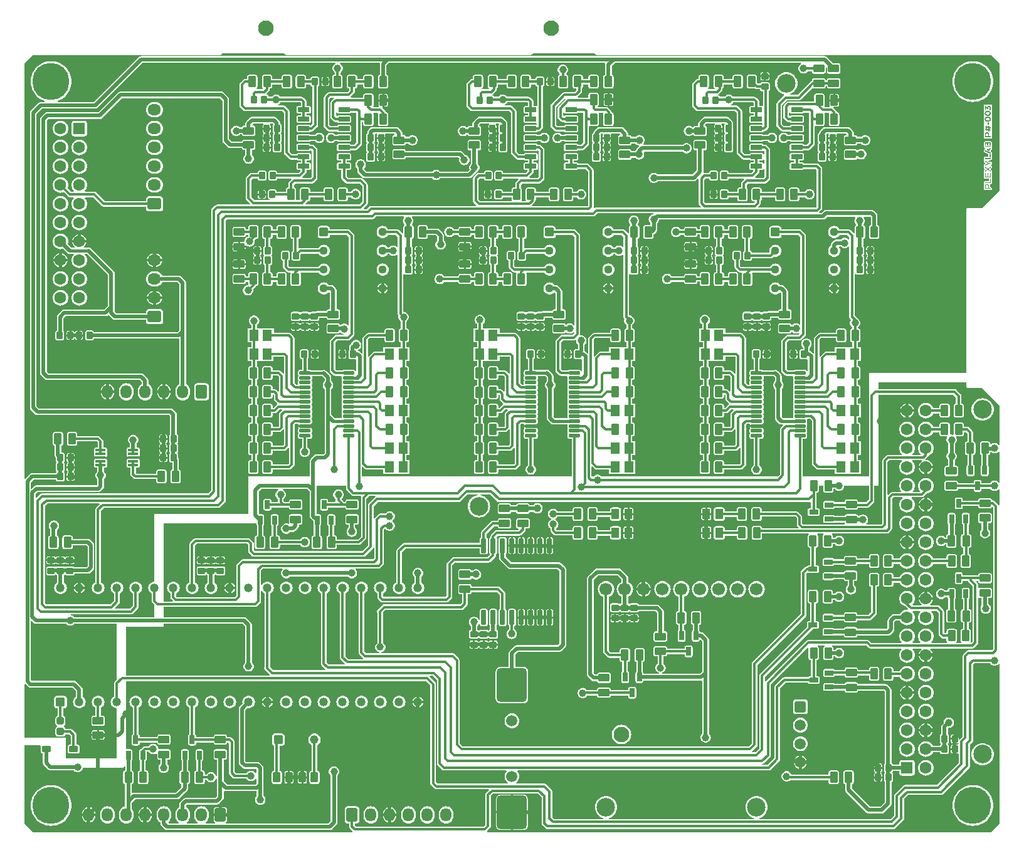
<source format=gtl>
G04*
G04 #@! TF.GenerationSoftware,Altium Limited,Altium Designer,24.0.1 (36)*
G04*
G04 Layer_Physical_Order=1*
G04 Layer_Color=255*
%FSLAX25Y25*%
%MOIN*%
G70*
G04*
G04 #@! TF.SameCoordinates,6CE9B50B-F2D6-4DCE-9069-AC167603FEEC*
G04*
G04*
G04 #@! TF.FilePolarity,Positive*
G04*
G01*
G75*
G04:AMPARAMS|DCode=14|XSize=47.24mil|YSize=25.59mil|CornerRadius=2.56mil|HoleSize=0mil|Usage=FLASHONLY|Rotation=270.000|XOffset=0mil|YOffset=0mil|HoleType=Round|Shape=RoundedRectangle|*
%AMROUNDEDRECTD14*
21,1,0.04724,0.02047,0,0,270.0*
21,1,0.04213,0.02559,0,0,270.0*
1,1,0.00512,-0.01024,-0.02106*
1,1,0.00512,-0.01024,0.02106*
1,1,0.00512,0.01024,0.02106*
1,1,0.00512,0.01024,-0.02106*
%
%ADD14ROUNDEDRECTD14*%
G04:AMPARAMS|DCode=15|XSize=47.24mil|YSize=25.59mil|CornerRadius=2.56mil|HoleSize=0mil|Usage=FLASHONLY|Rotation=180.000|XOffset=0mil|YOffset=0mil|HoleType=Round|Shape=RoundedRectangle|*
%AMROUNDEDRECTD15*
21,1,0.04724,0.02047,0,0,180.0*
21,1,0.04213,0.02559,0,0,180.0*
1,1,0.00512,-0.02106,0.01024*
1,1,0.00512,0.02106,0.01024*
1,1,0.00512,0.02106,-0.01024*
1,1,0.00512,-0.02106,-0.01024*
%
%ADD15ROUNDEDRECTD15*%
G04:AMPARAMS|DCode=16|XSize=60.04mil|YSize=25.59mil|CornerRadius=2.56mil|HoleSize=0mil|Usage=FLASHONLY|Rotation=0.000|XOffset=0mil|YOffset=0mil|HoleType=Round|Shape=RoundedRectangle|*
%AMROUNDEDRECTD16*
21,1,0.06004,0.02047,0,0,0.0*
21,1,0.05492,0.02559,0,0,0.0*
1,1,0.00512,0.02746,-0.01024*
1,1,0.00512,-0.02746,-0.01024*
1,1,0.00512,-0.02746,0.01024*
1,1,0.00512,0.02746,0.01024*
%
%ADD16ROUNDEDRECTD16*%
G04:AMPARAMS|DCode=17|XSize=76.77mil|YSize=25.59mil|CornerRadius=2.56mil|HoleSize=0mil|Usage=FLASHONLY|Rotation=90.000|XOffset=0mil|YOffset=0mil|HoleType=Round|Shape=RoundedRectangle|*
%AMROUNDEDRECTD17*
21,1,0.07677,0.02047,0,0,90.0*
21,1,0.07165,0.02559,0,0,90.0*
1,1,0.00512,0.01024,0.03583*
1,1,0.00512,0.01024,-0.03583*
1,1,0.00512,-0.01024,-0.03583*
1,1,0.00512,-0.01024,0.03583*
%
%ADD17ROUNDEDRECTD17*%
G04:AMPARAMS|DCode=18|XSize=58.07mil|YSize=17.72mil|CornerRadius=1.77mil|HoleSize=0mil|Usage=FLASHONLY|Rotation=0.000|XOffset=0mil|YOffset=0mil|HoleType=Round|Shape=RoundedRectangle|*
%AMROUNDEDRECTD18*
21,1,0.05807,0.01417,0,0,0.0*
21,1,0.05453,0.01772,0,0,0.0*
1,1,0.00354,0.02726,-0.00709*
1,1,0.00354,-0.02726,-0.00709*
1,1,0.00354,-0.02726,0.00709*
1,1,0.00354,0.02726,0.00709*
%
%ADD18ROUNDEDRECTD18*%
G04:AMPARAMS|DCode=19|XSize=55.12mil|YSize=11.81mil|CornerRadius=1.18mil|HoleSize=0mil|Usage=FLASHONLY|Rotation=0.000|XOffset=0mil|YOffset=0mil|HoleType=Round|Shape=RoundedRectangle|*
%AMROUNDEDRECTD19*
21,1,0.05512,0.00945,0,0,0.0*
21,1,0.05276,0.01181,0,0,0.0*
1,1,0.00236,0.02638,-0.00472*
1,1,0.00236,-0.02638,-0.00472*
1,1,0.00236,-0.02638,0.00472*
1,1,0.00236,0.02638,0.00472*
%
%ADD19ROUNDEDRECTD19*%
G04:AMPARAMS|DCode=20|XSize=45.28mil|YSize=31.5mil|CornerRadius=3.15mil|HoleSize=0mil|Usage=FLASHONLY|Rotation=180.000|XOffset=0mil|YOffset=0mil|HoleType=Round|Shape=RoundedRectangle|*
%AMROUNDEDRECTD20*
21,1,0.04528,0.02520,0,0,180.0*
21,1,0.03898,0.03150,0,0,180.0*
1,1,0.00630,-0.01949,0.01260*
1,1,0.00630,0.01949,0.01260*
1,1,0.00630,0.01949,-0.01260*
1,1,0.00630,-0.01949,-0.01260*
%
%ADD20ROUNDEDRECTD20*%
G04:AMPARAMS|DCode=21|XSize=57.09mil|YSize=39.37mil|CornerRadius=3.94mil|HoleSize=0mil|Usage=FLASHONLY|Rotation=90.000|XOffset=0mil|YOffset=0mil|HoleType=Round|Shape=RoundedRectangle|*
%AMROUNDEDRECTD21*
21,1,0.05709,0.03150,0,0,90.0*
21,1,0.04921,0.03937,0,0,90.0*
1,1,0.00787,0.01575,0.02461*
1,1,0.00787,0.01575,-0.02461*
1,1,0.00787,-0.01575,-0.02461*
1,1,0.00787,-0.01575,0.02461*
%
%ADD21ROUNDEDRECTD21*%
G04:AMPARAMS|DCode=22|XSize=57.09mil|YSize=39.37mil|CornerRadius=3.94mil|HoleSize=0mil|Usage=FLASHONLY|Rotation=180.000|XOffset=0mil|YOffset=0mil|HoleType=Round|Shape=RoundedRectangle|*
%AMROUNDEDRECTD22*
21,1,0.05709,0.03150,0,0,180.0*
21,1,0.04921,0.03937,0,0,180.0*
1,1,0.00787,-0.02461,0.01575*
1,1,0.00787,0.02461,0.01575*
1,1,0.00787,0.02461,-0.01575*
1,1,0.00787,-0.02461,-0.01575*
%
%ADD22ROUNDEDRECTD22*%
G04:AMPARAMS|DCode=23|XSize=54.72mil|YSize=37.8mil|CornerRadius=3.78mil|HoleSize=0mil|Usage=FLASHONLY|Rotation=270.000|XOffset=0mil|YOffset=0mil|HoleType=Round|Shape=RoundedRectangle|*
%AMROUNDEDRECTD23*
21,1,0.05472,0.03024,0,0,270.0*
21,1,0.04717,0.03780,0,0,270.0*
1,1,0.00756,-0.01512,-0.02358*
1,1,0.00756,-0.01512,0.02358*
1,1,0.00756,0.01512,0.02358*
1,1,0.00756,0.01512,-0.02358*
%
%ADD23ROUNDEDRECTD23*%
G04:AMPARAMS|DCode=24|XSize=37.01mil|YSize=31.5mil|CornerRadius=3.15mil|HoleSize=0mil|Usage=FLASHONLY|Rotation=0.000|XOffset=0mil|YOffset=0mil|HoleType=Round|Shape=RoundedRectangle|*
%AMROUNDEDRECTD24*
21,1,0.03701,0.02520,0,0,0.0*
21,1,0.03071,0.03150,0,0,0.0*
1,1,0.00630,0.01535,-0.01260*
1,1,0.00630,-0.01535,-0.01260*
1,1,0.00630,-0.01535,0.01260*
1,1,0.00630,0.01535,0.01260*
%
%ADD24ROUNDEDRECTD24*%
G04:AMPARAMS|DCode=25|XSize=37.01mil|YSize=31.5mil|CornerRadius=3.15mil|HoleSize=0mil|Usage=FLASHONLY|Rotation=90.000|XOffset=0mil|YOffset=0mil|HoleType=Round|Shape=RoundedRectangle|*
%AMROUNDEDRECTD25*
21,1,0.03701,0.02520,0,0,90.0*
21,1,0.03071,0.03150,0,0,90.0*
1,1,0.00630,0.01260,0.01535*
1,1,0.00630,0.01260,-0.01535*
1,1,0.00630,-0.01260,-0.01535*
1,1,0.00630,-0.01260,0.01535*
%
%ADD25ROUNDEDRECTD25*%
G04:AMPARAMS|DCode=26|XSize=177.17mil|YSize=157.48mil|CornerRadius=15.75mil|HoleSize=0mil|Usage=FLASHONLY|Rotation=90.000|XOffset=0mil|YOffset=0mil|HoleType=Round|Shape=RoundedRectangle|*
%AMROUNDEDRECTD26*
21,1,0.17717,0.12598,0,0,90.0*
21,1,0.14567,0.15748,0,0,90.0*
1,1,0.03150,0.06299,0.07284*
1,1,0.03150,0.06299,-0.07284*
1,1,0.03150,-0.06299,-0.07284*
1,1,0.03150,-0.06299,0.07284*
%
%ADD26ROUNDEDRECTD26*%
%ADD27R,0.05118X0.05906*%
G04:AMPARAMS|DCode=28|XSize=37.4mil|YSize=37.4mil|CornerRadius=4.68mil|HoleSize=0mil|Usage=FLASHONLY|Rotation=270.000|XOffset=0mil|YOffset=0mil|HoleType=Round|Shape=RoundedRectangle|*
%AMROUNDEDRECTD28*
21,1,0.03740,0.02805,0,0,270.0*
21,1,0.02805,0.03740,0,0,270.0*
1,1,0.00935,-0.01403,-0.01403*
1,1,0.00935,-0.01403,0.01403*
1,1,0.00935,0.01403,0.01403*
1,1,0.00935,0.01403,-0.01403*
%
%ADD28ROUNDEDRECTD28*%
G04:AMPARAMS|DCode=29|XSize=43.31mil|YSize=55.12mil|CornerRadius=5.41mil|HoleSize=0mil|Usage=FLASHONLY|Rotation=180.000|XOffset=0mil|YOffset=0mil|HoleType=Round|Shape=RoundedRectangle|*
%AMROUNDEDRECTD29*
21,1,0.04331,0.04429,0,0,180.0*
21,1,0.03248,0.05512,0,0,180.0*
1,1,0.01083,-0.01624,0.02215*
1,1,0.01083,0.01624,0.02215*
1,1,0.01083,0.01624,-0.02215*
1,1,0.01083,-0.01624,-0.02215*
%
%ADD29ROUNDEDRECTD29*%
%ADD55C,0.06299*%
%ADD60C,0.06693*%
%ADD65C,0.01378*%
%ADD66C,0.01968*%
%ADD67C,0.01181*%
%ADD68C,0.01575*%
G04:AMPARAMS|DCode=69|XSize=46.61mil|YSize=46.61mil|CornerRadius=4.66mil|HoleSize=0mil|Usage=FLASHONLY|Rotation=90.000|XOffset=0mil|YOffset=0mil|HoleType=Round|Shape=RoundedRectangle|*
%AMROUNDEDRECTD69*
21,1,0.04661,0.03729,0,0,90.0*
21,1,0.03729,0.04661,0,0,90.0*
1,1,0.00932,0.01865,0.01865*
1,1,0.00932,0.01865,-0.01865*
1,1,0.00932,-0.01865,-0.01865*
1,1,0.00932,-0.01865,0.01865*
%
%ADD69ROUNDEDRECTD69*%
%ADD70C,0.04661*%
G04:AMPARAMS|DCode=71|XSize=44.49mil|YSize=44.49mil|CornerRadius=4.45mil|HoleSize=0mil|Usage=FLASHONLY|Rotation=0.000|XOffset=0mil|YOffset=0mil|HoleType=Round|Shape=RoundedRectangle|*
%AMROUNDEDRECTD71*
21,1,0.04449,0.03559,0,0,0.0*
21,1,0.03559,0.04449,0,0,0.0*
1,1,0.00890,0.01780,-0.01780*
1,1,0.00890,-0.01780,-0.01780*
1,1,0.00890,-0.01780,0.01780*
1,1,0.00890,0.01780,0.01780*
%
%ADD71ROUNDEDRECTD71*%
%ADD72C,0.04449*%
%ADD73C,0.09843*%
G04:AMPARAMS|DCode=74|XSize=45.47mil|YSize=45.47mil|CornerRadius=4.55mil|HoleSize=0mil|Usage=FLASHONLY|Rotation=0.000|XOffset=0mil|YOffset=0mil|HoleType=Round|Shape=RoundedRectangle|*
%AMROUNDEDRECTD74*
21,1,0.04547,0.03638,0,0,0.0*
21,1,0.03638,0.04547,0,0,0.0*
1,1,0.00909,0.01819,-0.01819*
1,1,0.00909,-0.01819,-0.01819*
1,1,0.00909,-0.01819,0.01819*
1,1,0.00909,0.01819,0.01819*
%
%ADD74ROUNDEDRECTD74*%
%ADD75C,0.04547*%
G04:AMPARAMS|DCode=76|XSize=59.06mil|YSize=59.06mil|CornerRadius=5.91mil|HoleSize=0mil|Usage=FLASHONLY|Rotation=270.000|XOffset=0mil|YOffset=0mil|HoleType=Round|Shape=RoundedRectangle|*
%AMROUNDEDRECTD76*
21,1,0.05906,0.04724,0,0,270.0*
21,1,0.04724,0.05906,0,0,270.0*
1,1,0.01181,-0.02362,-0.02362*
1,1,0.01181,-0.02362,0.02362*
1,1,0.01181,0.02362,0.02362*
1,1,0.01181,0.02362,-0.02362*
%
%ADD76ROUNDEDRECTD76*%
%ADD77C,0.05906*%
%ADD78C,0.05906*%
%ADD79C,0.08268*%
%ADD80O,0.05906X0.07087*%
G04:AMPARAMS|DCode=81|XSize=59.06mil|YSize=70.87mil|CornerRadius=7.38mil|HoleSize=0mil|Usage=FLASHONLY|Rotation=0.000|XOffset=0mil|YOffset=0mil|HoleType=Round|Shape=RoundedRectangle|*
%AMROUNDEDRECTD81*
21,1,0.05906,0.05610,0,0,0.0*
21,1,0.04429,0.07087,0,0,0.0*
1,1,0.01476,0.02215,-0.02805*
1,1,0.01476,-0.02215,-0.02805*
1,1,0.01476,-0.02215,0.02805*
1,1,0.01476,0.02215,0.02805*
%
%ADD81ROUNDEDRECTD81*%
G04:AMPARAMS|DCode=82|XSize=62.99mil|YSize=62.99mil|CornerRadius=6.3mil|HoleSize=0mil|Usage=FLASHONLY|Rotation=270.000|XOffset=0mil|YOffset=0mil|HoleType=Round|Shape=RoundedRectangle|*
%AMROUNDEDRECTD82*
21,1,0.06299,0.05039,0,0,270.0*
21,1,0.05039,0.06299,0,0,270.0*
1,1,0.01260,-0.02520,-0.02520*
1,1,0.01260,-0.02520,0.02520*
1,1,0.01260,0.02520,0.02520*
1,1,0.01260,0.02520,-0.02520*
%
%ADD82ROUNDEDRECTD82*%
%ADD83O,0.07087X0.05906*%
G04:AMPARAMS|DCode=84|XSize=59.06mil|YSize=70.87mil|CornerRadius=5.91mil|HoleSize=0mil|Usage=FLASHONLY|Rotation=90.000|XOffset=0mil|YOffset=0mil|HoleType=Round|Shape=RoundedRectangle|*
%AMROUNDEDRECTD84*
21,1,0.05906,0.05906,0,0,90.0*
21,1,0.04724,0.07087,0,0,90.0*
1,1,0.01181,0.02953,0.02362*
1,1,0.01181,0.02953,-0.02362*
1,1,0.01181,-0.02953,-0.02362*
1,1,0.01181,-0.02953,0.02362*
%
%ADD84ROUNDEDRECTD84*%
%ADD85C,0.19685*%
%ADD86C,0.03937*%
G36*
X304432Y414432D02*
X304432Y414432D01*
X304693Y414258D01*
X305000Y414197D01*
X305000Y414197D01*
X514668D01*
X519197Y409667D01*
Y342088D01*
X509825Y332716D01*
X502283D01*
X501976Y332655D01*
X501716Y332481D01*
X501542Y332221D01*
X501481Y331913D01*
Y245000D01*
X450000D01*
Y233957D01*
X449892Y233815D01*
X449743Y233456D01*
X449692Y233071D01*
Y190000D01*
X414524D01*
Y210040D01*
X415860D01*
X416237Y210115D01*
X416556Y210328D01*
X416769Y210647D01*
X416844Y211024D01*
Y212441D01*
X416769Y212817D01*
X416639Y213012D01*
X416769Y213206D01*
X416844Y213583D01*
Y215000D01*
X416769Y215376D01*
X416639Y215571D01*
X416769Y215765D01*
X416844Y216142D01*
Y217559D01*
X416769Y217935D01*
X416639Y218130D01*
X416769Y218324D01*
X416844Y218701D01*
Y220118D01*
X417262Y220579D01*
X418456D01*
X419610Y219424D01*
Y196732D01*
X419610Y196732D01*
X419658Y196372D01*
X419796Y196037D01*
X420017Y195749D01*
X421749Y194017D01*
X421749Y194017D01*
X422037Y193796D01*
X422372Y193658D01*
X422732Y193610D01*
X422732Y193610D01*
X431653D01*
Y191260D01*
X438346D01*
Y191260D01*
X438740D01*
Y191260D01*
X445433D01*
Y198740D01*
X443969D01*
Y201260D01*
X445433D01*
Y208740D01*
X443969D01*
Y211348D01*
X444055D01*
X444363Y211389D01*
X444651Y211508D01*
X444898Y211697D01*
X445087Y211944D01*
X445206Y212231D01*
X445246Y212539D01*
Y217461D01*
X445206Y217769D01*
X445087Y218056D01*
X444898Y218303D01*
X444651Y218492D01*
X444363Y218611D01*
X444055Y218652D01*
X443969D01*
Y221260D01*
X445433D01*
Y228740D01*
X443969D01*
Y231407D01*
X444055D01*
X444363Y231448D01*
X444651Y231567D01*
X444898Y231756D01*
X445087Y232003D01*
X445206Y232290D01*
X445246Y232598D01*
Y237520D01*
X445206Y237828D01*
X445087Y238115D01*
X444898Y238362D01*
X444651Y238551D01*
X444363Y238670D01*
X444055Y238711D01*
X443969D01*
Y241348D01*
X444055D01*
X444363Y241389D01*
X444651Y241508D01*
X444898Y241697D01*
X445087Y241944D01*
X445206Y242231D01*
X445246Y242539D01*
Y247461D01*
X445206Y247769D01*
X445087Y248056D01*
X444898Y248303D01*
X444651Y248492D01*
X444363Y248611D01*
X444055Y248652D01*
X443969D01*
Y251260D01*
X445433D01*
Y258740D01*
X443969D01*
Y261348D01*
X444055D01*
X444363Y261389D01*
X444651Y261508D01*
X444898Y261697D01*
X445087Y261944D01*
X445206Y262231D01*
X445246Y262539D01*
Y267461D01*
X445206Y267769D01*
X445087Y268056D01*
X444898Y268303D01*
X444651Y268492D01*
X444363Y268611D01*
X444055Y268652D01*
X443851D01*
Y269325D01*
X443901Y269351D01*
X444320Y269695D01*
X444665Y270115D01*
X444921Y270594D01*
X445078Y271113D01*
X445131Y271654D01*
X445078Y272194D01*
X444921Y272713D01*
X444665Y273192D01*
X444320Y273612D01*
X443901Y273956D01*
X443501Y274170D01*
X443415Y274281D01*
X442276Y275420D01*
Y297483D01*
X442686Y297650D01*
X442776Y297663D01*
X442987Y297502D01*
X443256Y297391D01*
X443543Y297353D01*
X446063D01*
X446351Y297391D01*
X446619Y297502D01*
X446849Y297678D01*
X447026Y297909D01*
X447137Y298177D01*
X447175Y298465D01*
Y301535D01*
X447137Y301823D01*
X447026Y302091D01*
X446946Y302195D01*
X446885Y302500D01*
X446946Y302805D01*
X447026Y302909D01*
X447137Y303177D01*
X447175Y303465D01*
Y306535D01*
X447137Y306823D01*
X447026Y307091D01*
X446946Y307195D01*
X446885Y307500D01*
X446946Y307805D01*
X447026Y307909D01*
X447137Y308177D01*
X447175Y308465D01*
Y311535D01*
X447137Y311823D01*
X447026Y312091D01*
X446849Y312322D01*
X446787Y312369D01*
Y316376D01*
X446883Y316389D01*
X447170Y316508D01*
X447417Y316697D01*
X447607Y316944D01*
X447725Y317231D01*
X447766Y317539D01*
Y322461D01*
X447725Y322769D01*
X447607Y323056D01*
X447417Y323303D01*
X447170Y323492D01*
X446883Y323611D01*
X446787Y323624D01*
Y324153D01*
X447027Y324446D01*
X447283Y324924D01*
X447440Y325444D01*
X447494Y325984D01*
X447440Y326524D01*
X447283Y327044D01*
X447027Y327523D01*
X446935Y327634D01*
X447172Y328134D01*
X450441D01*
X450694Y327882D01*
Y323624D01*
X450597Y323611D01*
X450310Y323492D01*
X450063Y323303D01*
X449874Y323056D01*
X449755Y322769D01*
X449714Y322461D01*
Y317539D01*
X449755Y317231D01*
X449874Y316944D01*
X450063Y316697D01*
X450310Y316508D01*
X450597Y316389D01*
X450906Y316348D01*
X454055D01*
X454363Y316389D01*
X454651Y316508D01*
X454897Y316697D01*
X455087Y316944D01*
X455206Y317231D01*
X455246Y317539D01*
Y322461D01*
X455206Y322769D01*
X455087Y323056D01*
X454897Y323303D01*
X454651Y323492D01*
X454363Y323611D01*
X454267Y323624D01*
Y328622D01*
X454267Y328622D01*
X454207Y329084D01*
X454102Y329337D01*
X454028Y329515D01*
X453744Y329886D01*
X452445Y331185D01*
X452075Y331469D01*
X451644Y331647D01*
X451181Y331708D01*
X426740D01*
X426278Y331647D01*
X425847Y331469D01*
X425477Y331185D01*
X425477Y331185D01*
X424425Y330133D01*
X423498D01*
X423290Y330633D01*
X424439Y331782D01*
X424675Y332090D01*
X424824Y332449D01*
X424875Y332835D01*
Y353543D01*
X424824Y353929D01*
X424675Y354288D01*
X424439Y354596D01*
X422982Y356053D01*
X422674Y356290D01*
X422315Y356438D01*
X421929Y356489D01*
X415037D01*
X415012Y356550D01*
X414845Y356768D01*
X414627Y356935D01*
X414373Y357040D01*
X414100Y357076D01*
X412844D01*
Y357924D01*
X414100D01*
X414373Y357960D01*
X414627Y358065D01*
X414845Y358232D01*
X415012Y358450D01*
X415117Y358704D01*
X415153Y358976D01*
Y361024D01*
X415117Y361296D01*
X415012Y361550D01*
X414845Y361768D01*
X414627Y361935D01*
X414373Y362040D01*
X414100Y362076D01*
X408608D01*
X408336Y362040D01*
X408082Y361935D01*
X407864Y361768D01*
X407697Y361550D01*
X407592Y361296D01*
X407556Y361024D01*
Y358976D01*
X407592Y358704D01*
X407697Y358450D01*
X407864Y358232D01*
X408082Y358065D01*
X408336Y357960D01*
X408608Y357924D01*
X409865D01*
Y357076D01*
X408608D01*
X408336Y357040D01*
X408082Y356935D01*
X407864Y356768D01*
X407697Y356550D01*
X407592Y356296D01*
X407556Y356024D01*
Y353976D01*
X407592Y353704D01*
X407697Y353450D01*
X407864Y353232D01*
X408082Y353065D01*
X408336Y352960D01*
X408608Y352924D01*
X414100D01*
X414373Y352960D01*
X414627Y353065D01*
X414845Y353232D01*
X415012Y353450D01*
X415037Y353511D01*
X421312D01*
X421897Y352926D01*
Y333451D01*
X421430Y332985D01*
X391107D01*
X390915Y333447D01*
X391730Y334262D01*
X391967Y334570D01*
X392116Y334929D01*
X392166Y335315D01*
Y336506D01*
X392170Y336508D01*
X392417Y336697D01*
X392606Y336944D01*
X392725Y337231D01*
X392766Y337539D01*
Y338511D01*
X399754D01*
Y337539D01*
X399794Y337231D01*
X399913Y336944D01*
X400103Y336697D01*
X400349Y336508D01*
X400636Y336389D01*
X400945Y336348D01*
X404095D01*
X404403Y336389D01*
X404690Y336508D01*
X404937Y336697D01*
X405126Y336944D01*
X405245Y337231D01*
X405286Y337539D01*
Y342461D01*
X405245Y342769D01*
X405126Y343056D01*
X404937Y343303D01*
X404690Y343492D01*
X404403Y343611D01*
X404095Y343652D01*
X400945D01*
X400636Y343611D01*
X400349Y343492D01*
X400103Y343303D01*
X399913Y343056D01*
X399794Y342769D01*
X399754Y342461D01*
Y341489D01*
X392766D01*
Y342461D01*
X392725Y342769D01*
X392606Y343056D01*
X392417Y343303D01*
X392170Y343492D01*
X391883Y343611D01*
X391575Y343652D01*
X388425D01*
X388117Y343611D01*
X387830Y343492D01*
X387583Y343303D01*
X387393Y343056D01*
X387275Y342769D01*
X387234Y342461D01*
Y337539D01*
X387275Y337231D01*
X387393Y336944D01*
X387583Y336697D01*
X387830Y336508D01*
X388117Y336389D01*
X388425Y336348D01*
X388986D01*
X389105Y335848D01*
X388604Y335347D01*
X362908D01*
X362166Y336089D01*
Y347730D01*
X362948Y348511D01*
X364833D01*
Y348465D01*
X364871Y348177D01*
X364982Y347909D01*
X365159Y347678D01*
X365389Y347502D01*
X365657Y347391D01*
X365945Y347353D01*
X368465D01*
X368752Y347391D01*
X369021Y347502D01*
X369251Y347678D01*
X369427Y347909D01*
X369538Y348177D01*
X369576Y348465D01*
Y351535D01*
X369538Y351823D01*
X369427Y352091D01*
X369251Y352322D01*
X369021Y352498D01*
X368752Y352609D01*
X368465Y352647D01*
X365945D01*
X365657Y352609D01*
X365389Y352498D01*
X365159Y352322D01*
X364982Y352091D01*
X364871Y351823D01*
X364833Y351535D01*
Y351489D01*
X362331D01*
X362187Y351470D01*
X362105Y351505D01*
X361789Y351823D01*
X361757Y351900D01*
X361787Y352126D01*
Y363494D01*
X362461D01*
X362769Y363534D01*
X363056Y363653D01*
X363303Y363843D01*
X363492Y364089D01*
X363611Y364377D01*
X363652Y364685D01*
Y367835D01*
X363611Y368143D01*
X363492Y368430D01*
X363303Y368677D01*
X363056Y368866D01*
X362769Y368985D01*
X362461Y369026D01*
X357539D01*
X357231Y368985D01*
X356944Y368866D01*
X356697Y368677D01*
X356508Y368430D01*
X356389Y368143D01*
X356348Y367835D01*
Y364685D01*
X356389Y364377D01*
X356508Y364089D01*
X356697Y363843D01*
X356944Y363653D01*
X357231Y363534D01*
X357539Y363494D01*
X358213D01*
Y352866D01*
X355953Y350606D01*
X337532D01*
X337391Y350777D01*
X336972Y351121D01*
X336493Y351377D01*
X335973Y351535D01*
X335433Y351588D01*
X334893Y351535D01*
X334373Y351377D01*
X333895Y351121D01*
X333475Y350777D01*
X333131Y350357D01*
X332875Y349879D01*
X332717Y349359D01*
X332664Y348819D01*
X332717Y348279D01*
X332875Y347759D01*
X333131Y347280D01*
X333475Y346861D01*
X333895Y346516D01*
X334373Y346260D01*
X334893Y346103D01*
X335433Y346050D01*
X335973Y346103D01*
X336493Y346260D01*
X336972Y346516D01*
X337391Y346861D01*
X337532Y347032D01*
X356693D01*
X357155Y347093D01*
X357586Y347271D01*
X357957Y347555D01*
X358688Y348287D01*
X359188Y348080D01*
Y335472D01*
X359239Y335087D01*
X359388Y334728D01*
X359624Y334419D01*
X360597Y333447D01*
X360405Y332985D01*
X304724D01*
X304339Y332934D01*
X303980Y332786D01*
X303782Y332634D01*
X303546Y332751D01*
X303372Y332949D01*
X303438Y333111D01*
X303489Y333496D01*
Y352756D01*
X303438Y353141D01*
X303290Y353501D01*
X303053Y353809D01*
X300809Y356053D01*
X300500Y356290D01*
X300141Y356438D01*
X299756Y356489D01*
X295037D01*
X295012Y356550D01*
X294845Y356768D01*
X294627Y356935D01*
X294373Y357040D01*
X294100Y357076D01*
X292844D01*
Y357924D01*
X294100D01*
X294373Y357960D01*
X294627Y358065D01*
X294845Y358232D01*
X295012Y358450D01*
X295117Y358704D01*
X295153Y358976D01*
Y361024D01*
X295117Y361296D01*
X295012Y361550D01*
X294845Y361768D01*
X294627Y361935D01*
X294373Y362040D01*
X294100Y362076D01*
X288608D01*
X288336Y362040D01*
X288082Y361935D01*
X287864Y361768D01*
X287697Y361550D01*
X287592Y361296D01*
X287556Y361024D01*
Y358976D01*
X287592Y358704D01*
X287697Y358450D01*
X287864Y358232D01*
X288082Y358065D01*
X288336Y357960D01*
X288608Y357924D01*
X289865D01*
Y357076D01*
X288608D01*
X288336Y357040D01*
X288082Y356935D01*
X287864Y356768D01*
X287697Y356550D01*
X287592Y356296D01*
X287556Y356024D01*
Y353976D01*
X287592Y353704D01*
X287697Y353450D01*
X287864Y353232D01*
X288082Y353065D01*
X288336Y352960D01*
X288608Y352924D01*
X294100D01*
X294373Y352960D01*
X294627Y353065D01*
X294845Y353232D01*
X295012Y353450D01*
X295037Y353511D01*
X299139D01*
X300511Y352139D01*
Y334113D01*
X300171Y333773D01*
X270877D01*
X270670Y334273D01*
X271730Y335333D01*
X271967Y335641D01*
X272116Y336000D01*
X272166Y336386D01*
Y336506D01*
X272170Y336508D01*
X272417Y336697D01*
X272606Y336944D01*
X272726Y337231D01*
X272766Y337539D01*
Y338511D01*
X279557D01*
Y337539D01*
X279597Y337231D01*
X279716Y336944D01*
X279906Y336697D01*
X280152Y336508D01*
X280440Y336389D01*
X280748Y336348D01*
X283898D01*
X284206Y336389D01*
X284493Y336508D01*
X284740Y336697D01*
X284929Y336944D01*
X285048Y337231D01*
X285089Y337539D01*
Y342461D01*
X285048Y342769D01*
X284929Y343056D01*
X284740Y343303D01*
X284493Y343492D01*
X284206Y343611D01*
X283898Y343652D01*
X280748D01*
X280440Y343611D01*
X280152Y343492D01*
X279906Y343303D01*
X279716Y343056D01*
X279597Y342769D01*
X279557Y342461D01*
Y341489D01*
X272766D01*
Y342461D01*
X272726Y342769D01*
X272606Y343056D01*
X272417Y343303D01*
X272170Y343492D01*
X271883Y343611D01*
X271575Y343652D01*
X268425D01*
X268117Y343611D01*
X267830Y343492D01*
X267583Y343303D01*
X267393Y343056D01*
X267274Y342769D01*
X267234Y342461D01*
Y337539D01*
X267274Y337231D01*
X267375Y336989D01*
X267310Y336808D01*
X267112Y336489D01*
X265408D01*
X265210Y336808D01*
X265145Y336989D01*
X265245Y337231D01*
X265286Y337539D01*
Y342461D01*
X265245Y342769D01*
X265126Y343056D01*
X264937Y343303D01*
X264690Y343492D01*
X264686Y343494D01*
Y345052D01*
X265388Y345755D01*
X274220D01*
X274606Y345806D01*
X274965Y345954D01*
X275273Y346191D01*
X276848Y347766D01*
X277085Y348074D01*
X277234Y348433D01*
X277284Y348819D01*
Y363661D01*
X277234Y364047D01*
X277085Y364406D01*
X276848Y364714D01*
X275510Y366053D01*
X275201Y366290D01*
X274842Y366438D01*
X274457Y366489D01*
X273682D01*
X273657Y366550D01*
X273490Y366768D01*
X273272Y366935D01*
X273018Y367040D01*
X272746Y367076D01*
X267254D01*
X266982Y367040D01*
X266728Y366935D01*
X266510Y366768D01*
X266343Y366550D01*
X266237Y366296D01*
X266202Y366024D01*
Y363976D01*
X266237Y363704D01*
X266343Y363450D01*
X266510Y363232D01*
X266728Y363065D01*
X266982Y362960D01*
X267254Y362924D01*
X272746D01*
X273018Y362960D01*
X273272Y363065D01*
X273490Y363232D01*
X273893Y363254D01*
X274306Y362867D01*
Y349436D01*
X273604Y348733D01*
X269467D01*
X269260Y349233D01*
X271053Y351026D01*
X271290Y351334D01*
X271438Y351693D01*
X271489Y352079D01*
Y352924D01*
X272746D01*
X273018Y352960D01*
X273272Y353065D01*
X273490Y353232D01*
X273657Y353450D01*
X273762Y353704D01*
X273798Y353976D01*
Y356024D01*
X273762Y356296D01*
X273657Y356550D01*
X273490Y356768D01*
X273272Y356935D01*
X273018Y357040D01*
X272746Y357076D01*
X271489D01*
Y357924D01*
X272746D01*
X273018Y357960D01*
X273272Y358065D01*
X273490Y358232D01*
X273657Y358450D01*
X273762Y358704D01*
X273798Y358976D01*
Y361024D01*
X273762Y361296D01*
X273657Y361550D01*
X273490Y361768D01*
X273272Y361935D01*
X273018Y362040D01*
X272746Y362076D01*
X267254D01*
X266982Y362040D01*
X266728Y361935D01*
X266510Y361768D01*
X266343Y361550D01*
X266318Y361489D01*
X263789D01*
X262456Y362822D01*
Y384120D01*
X262405Y384505D01*
X262257Y384864D01*
X262020Y385173D01*
X260313Y386880D01*
X260004Y387116D01*
X259645Y387265D01*
X259260Y387316D01*
X256167D01*
X256093Y387816D01*
X256178Y387842D01*
X256657Y388098D01*
X257076Y388442D01*
X257421Y388861D01*
X257447Y388911D01*
X268243D01*
X268511Y388643D01*
Y387076D01*
X267254D01*
X266982Y387040D01*
X266728Y386935D01*
X266510Y386768D01*
X266343Y386550D01*
X266237Y386296D01*
X266202Y386024D01*
Y383976D01*
X266237Y383704D01*
X266343Y383450D01*
X266510Y383232D01*
X266728Y383065D01*
X266982Y382960D01*
X267254Y382924D01*
X268511D01*
Y382076D01*
X267254D01*
X266982Y382040D01*
X266728Y381935D01*
X266510Y381768D01*
X266343Y381550D01*
X266237Y381296D01*
X266202Y381024D01*
Y378976D01*
X266237Y378704D01*
X266343Y378450D01*
X266510Y378232D01*
X266728Y378065D01*
X266982Y377960D01*
X267254Y377924D01*
X272746D01*
X272866Y377940D01*
X273290Y377602D01*
X273301Y377588D01*
Y377412D01*
X273290Y377398D01*
X272866Y377060D01*
X272746Y377076D01*
X267254D01*
X266982Y377040D01*
X266728Y376935D01*
X266510Y376768D01*
X266343Y376550D01*
X266237Y376296D01*
X266202Y376024D01*
Y373976D01*
X266237Y373704D01*
X266343Y373450D01*
X266510Y373232D01*
X266728Y373065D01*
X266982Y372960D01*
X267254Y372924D01*
X272746D01*
X273018Y372960D01*
X273272Y373065D01*
X273490Y373232D01*
X273657Y373450D01*
X273682Y373511D01*
X274220D01*
X274606Y373562D01*
X274965Y373710D01*
X275273Y373947D01*
X276053Y374727D01*
X276290Y375035D01*
X276438Y375394D01*
X276489Y375780D01*
Y397448D01*
X276619Y397502D01*
X276849Y397678D01*
X277026Y397909D01*
X277137Y398177D01*
X277175Y398465D01*
Y401535D01*
X277137Y401823D01*
X277026Y402091D01*
X276849Y402322D01*
X276619Y402498D01*
X276351Y402609D01*
X276063Y402647D01*
X273543D01*
X273255Y402609D01*
X272987Y402498D01*
X272757Y402322D01*
X272580Y402091D01*
X272469Y401823D01*
X272431Y401535D01*
Y401489D01*
X270050D01*
Y402461D01*
X270009Y402769D01*
X269890Y403056D01*
X269701Y403303D01*
X269454Y403492D01*
X269167Y403611D01*
X268858Y403652D01*
X265709D01*
X265400Y403611D01*
X265113Y403492D01*
X264866Y403303D01*
X264677Y403056D01*
X264558Y402769D01*
X264517Y402461D01*
Y397539D01*
X264558Y397231D01*
X264677Y396944D01*
X264866Y396697D01*
X265113Y396508D01*
X265400Y396389D01*
X265709Y396348D01*
X268858D01*
X269167Y396389D01*
X269454Y396508D01*
X269701Y396697D01*
X269890Y396944D01*
X270009Y397231D01*
X270050Y397539D01*
Y398511D01*
X272431D01*
Y398465D01*
X272469Y398177D01*
X272580Y397909D01*
X272757Y397678D01*
X272987Y397502D01*
X273255Y397391D01*
X273511Y397357D01*
Y387350D01*
X273019Y387040D01*
X273011Y387041D01*
X272746Y387076D01*
X271489D01*
Y389260D01*
X271438Y389645D01*
X271290Y390004D01*
X271053Y390313D01*
X269913Y391453D01*
X269604Y391690D01*
X269245Y391838D01*
X268860Y391889D01*
X257447D01*
X257421Y391938D01*
X257076Y392358D01*
X256657Y392703D01*
X256178Y392958D01*
X255658Y393116D01*
X255118Y393169D01*
X254578Y393116D01*
X254058Y392958D01*
X253580Y392703D01*
X253160Y392358D01*
X252816Y391938D01*
X252789Y391889D01*
X250614D01*
X250530Y392091D01*
X250353Y392322D01*
X250123Y392498D01*
X249855Y392609D01*
X249701Y392630D01*
X249634Y393143D01*
X249768Y393199D01*
X250077Y393435D01*
X251533Y394892D01*
X251770Y395200D01*
X251919Y395560D01*
X251970Y395945D01*
Y396506D01*
X251974Y396508D01*
X252220Y396697D01*
X252410Y396944D01*
X252529Y397231D01*
X252569Y397539D01*
Y398511D01*
X257037D01*
Y397539D01*
X257078Y397231D01*
X257197Y396944D01*
X257386Y396697D01*
X257633Y396508D01*
X257920Y396389D01*
X258228Y396348D01*
X261378D01*
X261686Y396389D01*
X261974Y396508D01*
X262220Y396697D01*
X262410Y396944D01*
X262529Y397231D01*
X262569Y397539D01*
Y402461D01*
X262529Y402769D01*
X262410Y403056D01*
X262220Y403303D01*
X261974Y403492D01*
X261686Y403611D01*
X261378Y403652D01*
X258228D01*
X257920Y403611D01*
X257633Y403492D01*
X257386Y403303D01*
X257197Y403056D01*
X257078Y402769D01*
X257037Y402461D01*
Y401489D01*
X252569D01*
Y402461D01*
X252529Y402769D01*
X252410Y403056D01*
X252220Y403303D01*
X251974Y403492D01*
X251686Y403611D01*
X251378Y403652D01*
X248228D01*
X247920Y403611D01*
X247633Y403492D01*
X247386Y403303D01*
X247197Y403056D01*
X247078Y402769D01*
X247037Y402461D01*
Y397539D01*
X247078Y397231D01*
X247197Y396944D01*
X247386Y396697D01*
X247633Y396508D01*
X247706Y396477D01*
X247607Y395977D01*
X244299D01*
X244045Y395944D01*
X243914Y396431D01*
X244100Y396508D01*
X244346Y396697D01*
X244536Y396944D01*
X244655Y397231D01*
X244695Y397539D01*
Y402461D01*
X244655Y402769D01*
X244536Y403056D01*
X244346Y403303D01*
X244100Y403492D01*
X243812Y403611D01*
X243504Y403652D01*
X240354D01*
X240046Y403611D01*
X239759Y403492D01*
X239512Y403303D01*
X239323Y403056D01*
X239204Y402769D01*
X239163Y402461D01*
Y401489D01*
X238787D01*
X238402Y401438D01*
X238043Y401290D01*
X237735Y401053D01*
X236160Y399478D01*
X235923Y399170D01*
X235774Y398811D01*
X235723Y398425D01*
Y387402D01*
X235774Y387016D01*
X235923Y386657D01*
X236160Y386349D01*
X237735Y384774D01*
X238043Y384537D01*
X238402Y384388D01*
X238787Y384338D01*
X258643D01*
X259478Y383503D01*
Y362205D01*
X259529Y361819D01*
X259677Y361460D01*
X259914Y361152D01*
X262119Y358947D01*
X262427Y358710D01*
X262786Y358562D01*
X263172Y358511D01*
X266318D01*
X266343Y358450D01*
X266510Y358232D01*
X266728Y358065D01*
X266982Y357960D01*
X267254Y357924D01*
X268511D01*
Y357076D01*
X267254D01*
X266982Y357040D01*
X266728Y356935D01*
X266510Y356768D01*
X266343Y356550D01*
X266237Y356296D01*
X266202Y356024D01*
Y353976D01*
X266237Y353704D01*
X266343Y353450D01*
X266510Y353232D01*
X266728Y353065D01*
X266982Y352960D01*
X267254Y352924D01*
X268032D01*
X268239Y352424D01*
X267304Y351489D01*
X255364D01*
Y351535D01*
X255326Y351823D01*
X255215Y352091D01*
X255038Y352322D01*
X254808Y352498D01*
X254540Y352609D01*
X254252Y352647D01*
X251732D01*
X251445Y352609D01*
X251176Y352498D01*
X250946Y352322D01*
X250769Y352091D01*
X250658Y351823D01*
X250620Y351535D01*
Y348465D01*
X250658Y348177D01*
X250769Y347909D01*
X250946Y347678D01*
X251176Y347502D01*
X251445Y347391D01*
X251732Y347353D01*
X254252D01*
X254540Y347391D01*
X254808Y347502D01*
X255038Y347678D01*
X255215Y347909D01*
X255326Y348177D01*
X255364Y348465D01*
Y348511D01*
X263226D01*
X263433Y348011D01*
X262144Y346722D01*
X261907Y346414D01*
X261758Y346055D01*
X261708Y345669D01*
Y343652D01*
X260945D01*
X260636Y343611D01*
X260349Y343492D01*
X260103Y343303D01*
X259913Y343056D01*
X259794Y342769D01*
X259754Y342461D01*
Y341489D01*
X255167D01*
Y341535D01*
X255129Y341823D01*
X255018Y342091D01*
X254841Y342322D01*
X254611Y342498D01*
X254343Y342609D01*
X254055Y342647D01*
X251535D01*
X251248Y342609D01*
X250979Y342498D01*
X250749Y342322D01*
X250572Y342091D01*
X250462Y341823D01*
X250424Y341535D01*
Y338465D01*
X250462Y338177D01*
X250572Y337909D01*
X250749Y337678D01*
X250979Y337502D01*
X251248Y337391D01*
X251535Y337353D01*
X254055D01*
X254343Y337391D01*
X254611Y337502D01*
X254841Y337678D01*
X255018Y337909D01*
X255129Y338177D01*
X255167Y338465D01*
Y338511D01*
X259754D01*
Y337539D01*
X259794Y337231D01*
X259894Y336989D01*
X259829Y336808D01*
X259632Y336489D01*
X242979D01*
X242166Y337302D01*
Y347730D01*
X242948Y348511D01*
X245030D01*
Y348465D01*
X245068Y348177D01*
X245179Y347909D01*
X245356Y347678D01*
X245586Y347502D01*
X245854Y347391D01*
X246142Y347353D01*
X248661D01*
X248949Y347391D01*
X249217Y347502D01*
X249448Y347678D01*
X249624Y347909D01*
X249735Y348177D01*
X249773Y348465D01*
Y351535D01*
X249735Y351823D01*
X249624Y352091D01*
X249448Y352322D01*
X249217Y352498D01*
X248949Y352609D01*
X248661Y352647D01*
X246142D01*
X245854Y352609D01*
X245586Y352498D01*
X245356Y352322D01*
X245179Y352091D01*
X245068Y351823D01*
X245030Y351535D01*
Y351489D01*
X242331D01*
X241945Y351438D01*
X241586Y351290D01*
X241278Y351053D01*
X239624Y349399D01*
X239388Y349091D01*
X239239Y348732D01*
X239188Y348346D01*
Y336685D01*
X239239Y336300D01*
X239388Y335941D01*
X239624Y335632D01*
X240984Y334273D01*
X240777Y333773D01*
X185039D01*
X184654Y333722D01*
X184295Y333573D01*
X183986Y333336D01*
X182848Y332198D01*
X181414D01*
X181222Y332660D01*
X182943Y334380D01*
X183179Y334688D01*
X183328Y335048D01*
X183379Y335433D01*
Y345000D01*
X183328Y345385D01*
X183179Y345745D01*
X182943Y346053D01*
X180699Y348297D01*
X180390Y348534D01*
X180031Y348682D01*
X179646Y348733D01*
X173058D01*
X172166Y349625D01*
Y352924D01*
X173423D01*
X173696Y352960D01*
X173949Y353065D01*
X174167Y353232D01*
X174335Y353450D01*
X174440Y353704D01*
X174476Y353976D01*
Y356024D01*
X174440Y356296D01*
X174335Y356550D01*
X174167Y356768D01*
X173949Y356935D01*
X173696Y357040D01*
X173423Y357076D01*
X172166D01*
Y357924D01*
X173423D01*
X173696Y357960D01*
X173949Y358065D01*
X174167Y358232D01*
X174335Y358450D01*
X174440Y358704D01*
X174476Y358976D01*
Y361024D01*
X174440Y361296D01*
X174335Y361550D01*
X174167Y361768D01*
X173949Y361935D01*
X173696Y362040D01*
X173423Y362076D01*
X167931D01*
X167659Y362040D01*
X167405Y361935D01*
X167187Y361768D01*
X167020Y361550D01*
X166915Y361296D01*
X166879Y361024D01*
Y358976D01*
X166915Y358704D01*
X167020Y358450D01*
X167187Y358232D01*
X167405Y358065D01*
X167659Y357960D01*
X167931Y357924D01*
X169188D01*
Y357076D01*
X167931D01*
X167659Y357040D01*
X167405Y356935D01*
X167187Y356768D01*
X167020Y356550D01*
X166915Y356296D01*
X166879Y356024D01*
Y353976D01*
X166915Y353704D01*
X167020Y353450D01*
X167187Y353232D01*
X167405Y353065D01*
X167659Y352960D01*
X167931Y352924D01*
X169188D01*
Y349008D01*
X169239Y348622D01*
X169388Y348263D01*
X169624Y347955D01*
X171388Y346191D01*
X171696Y345954D01*
X172055Y345806D01*
X172441Y345755D01*
X179029D01*
X180401Y344383D01*
Y336050D01*
X178911Y334560D01*
X150429D01*
X150238Y335022D01*
X151053Y335837D01*
X151290Y336145D01*
X151374Y336348D01*
X151575D01*
X151883Y336389D01*
X152170Y336508D01*
X152417Y336697D01*
X152606Y336944D01*
X152726Y337231D01*
X152766Y337539D01*
Y338511D01*
X159754D01*
Y337539D01*
X159794Y337231D01*
X159913Y336944D01*
X160102Y336697D01*
X160349Y336508D01*
X160637Y336389D01*
X160945Y336348D01*
X164094D01*
X164403Y336389D01*
X164690Y336508D01*
X164937Y336697D01*
X165126Y336944D01*
X165245Y337231D01*
X165286Y337539D01*
Y342461D01*
X165245Y342769D01*
X165126Y343056D01*
X164937Y343303D01*
X164690Y343492D01*
X164403Y343611D01*
X164094Y343652D01*
X160945D01*
X160637Y343611D01*
X160349Y343492D01*
X160102Y343303D01*
X159913Y343056D01*
X159794Y342769D01*
X159754Y342461D01*
Y341489D01*
X152766D01*
Y342461D01*
X152726Y342769D01*
X152606Y343056D01*
X152417Y343303D01*
X152170Y343492D01*
X151883Y343611D01*
X151575Y343652D01*
X148425D01*
X148117Y343611D01*
X147830Y343492D01*
X147583Y343303D01*
X147394Y343056D01*
X147274Y342769D01*
X147234Y342461D01*
Y337539D01*
X147249Y337422D01*
X146976Y337008D01*
X146861Y336922D01*
X145658D01*
X145544Y337008D01*
X145270Y337422D01*
X145286Y337539D01*
Y342461D01*
X145245Y342769D01*
X145126Y343056D01*
X144937Y343303D01*
X144690Y343492D01*
X144403Y343611D01*
X144095Y343652D01*
X144009D01*
Y345052D01*
X144711Y345755D01*
X153543D01*
X153929Y345806D01*
X154288Y345954D01*
X154596Y346191D01*
X156171Y347766D01*
X156408Y348074D01*
X156556Y348433D01*
X156607Y348819D01*
Y363661D01*
X156556Y364047D01*
X156408Y364406D01*
X156171Y364714D01*
X154832Y366053D01*
X154524Y366290D01*
X154165Y366438D01*
X153779Y366489D01*
X153005D01*
X152980Y366550D01*
X152813Y366768D01*
X152595Y366935D01*
X152341Y367040D01*
X152069Y367076D01*
X146577D01*
X146304Y367040D01*
X146051Y366935D01*
X145833Y366768D01*
X145665Y366550D01*
X145560Y366296D01*
X145525Y366024D01*
Y363976D01*
X145560Y363704D01*
X145665Y363450D01*
X145833Y363232D01*
X146051Y363065D01*
X146304Y362960D01*
X146577Y362924D01*
X152069D01*
X152341Y362960D01*
X152595Y363065D01*
X152813Y363232D01*
X153216Y363254D01*
X153629Y362867D01*
Y349436D01*
X152927Y348733D01*
X148790D01*
X148583Y349233D01*
X150376Y351026D01*
X150612Y351334D01*
X150761Y351693D01*
X150812Y352079D01*
Y352924D01*
X152069D01*
X152341Y352960D01*
X152595Y353065D01*
X152813Y353232D01*
X152980Y353450D01*
X153085Y353704D01*
X153121Y353976D01*
Y356024D01*
X153085Y356296D01*
X152980Y356550D01*
X152813Y356768D01*
X152595Y356935D01*
X152341Y357040D01*
X152069Y357076D01*
X150812D01*
Y357924D01*
X152069D01*
X152341Y357960D01*
X152595Y358065D01*
X152813Y358232D01*
X152980Y358450D01*
X153085Y358704D01*
X153121Y358976D01*
Y361024D01*
X153085Y361296D01*
X152980Y361550D01*
X152813Y361768D01*
X152595Y361935D01*
X152341Y362040D01*
X152069Y362076D01*
X146577D01*
X146304Y362040D01*
X146051Y361935D01*
X145833Y361768D01*
X145665Y361550D01*
X145640Y361489D01*
X143111D01*
X141779Y362822D01*
Y384120D01*
X141728Y384505D01*
X141579Y384864D01*
X141343Y385173D01*
X139636Y386880D01*
X139327Y387116D01*
X138968Y387265D01*
X138583Y387316D01*
X135695D01*
X135621Y387816D01*
X135705Y387842D01*
X136184Y388098D01*
X136604Y388442D01*
X136948Y388861D01*
X136975Y388911D01*
X147566D01*
X147834Y388643D01*
Y387076D01*
X146577D01*
X146304Y387040D01*
X146051Y386935D01*
X145833Y386768D01*
X145665Y386550D01*
X145560Y386296D01*
X145525Y386024D01*
Y383976D01*
X145560Y383704D01*
X145665Y383450D01*
X145833Y383232D01*
X146051Y383065D01*
X146304Y382960D01*
X146577Y382924D01*
X147834D01*
Y382076D01*
X146577D01*
X146304Y382040D01*
X146051Y381935D01*
X145833Y381768D01*
X145665Y381550D01*
X145560Y381296D01*
X145525Y381024D01*
Y378976D01*
X145560Y378704D01*
X145665Y378450D01*
X145833Y378232D01*
X146051Y378065D01*
X146304Y377960D01*
X146577Y377924D01*
X152069D01*
X152341Y377960D01*
X152595Y378065D01*
X152813Y378232D01*
X152980Y378450D01*
X153085Y378704D01*
X153121Y378976D01*
Y381024D01*
X153085Y381296D01*
X152980Y381550D01*
X152813Y381768D01*
X152595Y381935D01*
X152341Y382040D01*
X152069Y382076D01*
X150812D01*
Y382924D01*
X152069D01*
X152341Y382960D01*
X152595Y383065D01*
X152813Y383232D01*
X152980Y383450D01*
X153085Y383704D01*
X153121Y383976D01*
Y386024D01*
X153085Y386296D01*
X152980Y386550D01*
X152813Y386768D01*
X152595Y386935D01*
X152341Y387040D01*
X152069Y387076D01*
X150812D01*
Y389260D01*
X150761Y389645D01*
X150612Y390004D01*
X150376Y390313D01*
X149236Y391453D01*
X148927Y391690D01*
X148568Y391838D01*
X148183Y391889D01*
X136975D01*
X136948Y391938D01*
X136604Y392358D01*
X136184Y392703D01*
X135705Y392958D01*
X135186Y393116D01*
X134646Y393169D01*
X134105Y393116D01*
X133586Y392958D01*
X133107Y392703D01*
X132687Y392358D01*
X132343Y391938D01*
X132317Y391889D01*
X130679D01*
Y391935D01*
X130641Y392223D01*
X130530Y392491D01*
X130353Y392722D01*
X130123Y392898D01*
X129855Y393009D01*
X129693Y393031D01*
X129592Y393170D01*
X129538Y393304D01*
X129511Y393547D01*
X130856Y394892D01*
X131093Y395200D01*
X131242Y395560D01*
X131292Y395945D01*
Y396348D01*
X131378D01*
X131686Y396389D01*
X131974Y396508D01*
X132220Y396697D01*
X132410Y396944D01*
X132529Y397231D01*
X132569Y397539D01*
Y398511D01*
X137524D01*
Y397539D01*
X137564Y397231D01*
X137683Y396944D01*
X137873Y396697D01*
X138119Y396508D01*
X138407Y396389D01*
X138715Y396348D01*
X141865D01*
X142173Y396389D01*
X142460Y396508D01*
X142707Y396697D01*
X142896Y396944D01*
X143015Y397231D01*
X143056Y397539D01*
Y402461D01*
X143015Y402769D01*
X142896Y403056D01*
X142707Y403303D01*
X142460Y403492D01*
X142173Y403611D01*
X141865Y403652D01*
X138715D01*
X138407Y403611D01*
X138119Y403492D01*
X137873Y403303D01*
X137683Y403056D01*
X137564Y402769D01*
X137524Y402461D01*
Y401489D01*
X132569D01*
Y402461D01*
X132529Y402769D01*
X132410Y403056D01*
X132220Y403303D01*
X131974Y403492D01*
X131686Y403611D01*
X131378Y403652D01*
X128228D01*
X127920Y403611D01*
X127633Y403492D01*
X127386Y403303D01*
X127197Y403056D01*
X127078Y402769D01*
X127037Y402461D01*
Y397539D01*
X127078Y397231D01*
X127197Y396944D01*
X127386Y396697D01*
X127588Y396542D01*
X127634Y396466D01*
X127622Y396419D01*
X127329Y395977D01*
X124126D01*
X124026Y396477D01*
X124100Y396508D01*
X124346Y396697D01*
X124536Y396944D01*
X124655Y397231D01*
X124695Y397539D01*
Y402461D01*
X124655Y402769D01*
X124536Y403056D01*
X124346Y403303D01*
X124100Y403492D01*
X123812Y403611D01*
X123504Y403652D01*
X120354D01*
X120046Y403611D01*
X119759Y403492D01*
X119512Y403303D01*
X119323Y403056D01*
X119204Y402769D01*
X119163Y402461D01*
Y401489D01*
X118110D01*
X117725Y401438D01*
X117366Y401290D01*
X117057Y401053D01*
X115482Y399478D01*
X115246Y399170D01*
X115097Y398811D01*
X115046Y398425D01*
Y387402D01*
X115097Y387016D01*
X115246Y386657D01*
X115482Y386349D01*
X117057Y384774D01*
X117366Y384537D01*
X117725Y384388D01*
X118110Y384338D01*
X137966D01*
X138801Y383503D01*
Y362205D01*
X138851Y361819D01*
X139000Y361460D01*
X139237Y361152D01*
X141442Y358947D01*
X141750Y358710D01*
X142109Y358562D01*
X142494Y358511D01*
X145640D01*
X145665Y358450D01*
X145833Y358232D01*
X146051Y358065D01*
X146304Y357960D01*
X146577Y357924D01*
X147834D01*
Y357076D01*
X146577D01*
X146304Y357040D01*
X146051Y356935D01*
X145833Y356768D01*
X145665Y356550D01*
X145560Y356296D01*
X145525Y356024D01*
Y353976D01*
X145560Y353704D01*
X145665Y353450D01*
X145833Y353232D01*
X146051Y353065D01*
X146304Y352960D01*
X146577Y352924D01*
X147355D01*
X147562Y352424D01*
X146627Y351489D01*
X135167D01*
Y351535D01*
X135129Y351823D01*
X135018Y352091D01*
X134841Y352322D01*
X134611Y352498D01*
X134343Y352609D01*
X134055Y352647D01*
X131535D01*
X131248Y352609D01*
X130980Y352498D01*
X130749Y352322D01*
X130572Y352091D01*
X130462Y351823D01*
X130424Y351535D01*
Y348465D01*
X130462Y348177D01*
X130572Y347909D01*
X130749Y347678D01*
X130980Y347502D01*
X131248Y347391D01*
X131535Y347353D01*
X134055D01*
X134343Y347391D01*
X134611Y347502D01*
X134841Y347678D01*
X135018Y347909D01*
X135129Y348177D01*
X135167Y348465D01*
Y348511D01*
X142548D01*
X142755Y348011D01*
X141467Y346722D01*
X141230Y346414D01*
X141081Y346055D01*
X141031Y345669D01*
Y343652D01*
X140945D01*
X140637Y343611D01*
X140349Y343492D01*
X140103Y343303D01*
X139913Y343056D01*
X139794Y342769D01*
X139754Y342461D01*
Y341489D01*
X134970D01*
Y341535D01*
X134932Y341823D01*
X134821Y342091D01*
X134644Y342322D01*
X134414Y342498D01*
X134146Y342609D01*
X133858Y342647D01*
X131339D01*
X131051Y342609D01*
X130783Y342498D01*
X130552Y342322D01*
X130376Y342091D01*
X130265Y341823D01*
X130227Y341535D01*
Y338465D01*
X130265Y338177D01*
X130376Y337909D01*
X130552Y337678D01*
X130783Y337502D01*
X131051Y337391D01*
X130938Y336922D01*
X123058D01*
X121489Y338491D01*
Y347730D01*
X122270Y348511D01*
X124833D01*
Y348465D01*
X124871Y348177D01*
X124982Y347909D01*
X125159Y347678D01*
X125389Y347502D01*
X125657Y347391D01*
X125945Y347353D01*
X128465D01*
X128752Y347391D01*
X129021Y347502D01*
X129251Y347678D01*
X129428Y347909D01*
X129539Y348177D01*
X129576Y348465D01*
Y351535D01*
X129539Y351823D01*
X129428Y352091D01*
X129251Y352322D01*
X129021Y352498D01*
X128752Y352609D01*
X128465Y352647D01*
X125945D01*
X125657Y352609D01*
X125389Y352498D01*
X125159Y352322D01*
X124982Y352091D01*
X124871Y351823D01*
X124833Y351535D01*
Y351489D01*
X121653D01*
X121268Y351438D01*
X120909Y351290D01*
X120601Y351053D01*
X118947Y349399D01*
X118710Y349091D01*
X118562Y348732D01*
X118511Y348346D01*
Y337874D01*
X118562Y337489D01*
X118710Y337129D01*
X118947Y336821D01*
X120746Y335022D01*
X120555Y334560D01*
X103150D01*
X102764Y334509D01*
X102405Y334361D01*
X102097Y334124D01*
X100522Y332549D01*
X100285Y332241D01*
X100136Y331881D01*
X100086Y331496D01*
Y182507D01*
X98596Y181017D01*
X10236D01*
X9851Y180966D01*
X9492Y180817D01*
X9183Y180580D01*
X7248Y178645D01*
X6748Y178852D01*
Y180598D01*
X7827Y181678D01*
X40157D01*
X40620Y181738D01*
X41051Y181917D01*
X41421Y182201D01*
X42602Y183382D01*
X42602Y183382D01*
X42886Y183752D01*
X43065Y184183D01*
X43126Y184646D01*
X43126Y184646D01*
Y188452D01*
X43297Y188593D01*
X43641Y189013D01*
X43897Y189491D01*
X44055Y190011D01*
X44108Y190551D01*
X44055Y191091D01*
X43897Y191611D01*
X43641Y192090D01*
X43297Y192509D01*
X43126Y192650D01*
Y194667D01*
X43976D01*
X44330Y194738D01*
X44629Y194938D01*
X44829Y195237D01*
X44900Y195591D01*
Y196535D01*
X44829Y196889D01*
X44723Y197047D01*
X44829Y197206D01*
X44900Y197559D01*
Y198504D01*
X44829Y198857D01*
X44629Y199157D01*
X44578Y199191D01*
X44559Y199286D01*
X44601Y199500D01*
X38076D01*
X38118Y199286D01*
X38100Y199191D01*
X38048Y199157D01*
X37848Y198857D01*
X37778Y198504D01*
Y197559D01*
X37848Y197206D01*
X37954Y197047D01*
X37848Y196889D01*
X37778Y196535D01*
Y195591D01*
X37848Y195237D01*
X38048Y194938D01*
X38348Y194738D01*
X38701Y194667D01*
X39552D01*
Y192650D01*
X39380Y192509D01*
X39036Y192090D01*
X38780Y191611D01*
X38623Y191091D01*
X38569Y190551D01*
X38623Y190011D01*
X38780Y189491D01*
X39036Y189013D01*
X39380Y188593D01*
X39552Y188452D01*
Y185386D01*
X39417Y185251D01*
X7087D01*
X6624Y185191D01*
X6193Y185012D01*
X5823Y184728D01*
X4611Y183516D01*
X4149Y183707D01*
Y186661D01*
X5701Y188213D01*
X17465D01*
X17469Y188177D01*
X17580Y187909D01*
X17757Y187678D01*
X17987Y187502D01*
X18256Y187391D01*
X18543Y187353D01*
X21063D01*
X21351Y187391D01*
X21619Y187502D01*
X21849Y187678D01*
X22026Y187909D01*
X22137Y188177D01*
X22175Y188465D01*
Y191535D01*
X22137Y191823D01*
X22026Y192091D01*
X21946Y192195D01*
X21885Y192500D01*
X21946Y192805D01*
X22026Y192909D01*
X22137Y193177D01*
X22175Y193465D01*
Y196535D01*
X22137Y196823D01*
X22026Y197091D01*
X21946Y197195D01*
X21885Y197500D01*
X21946Y197805D01*
X22026Y197909D01*
X22137Y198177D01*
X22175Y198465D01*
Y201535D01*
X22137Y201823D01*
X22026Y202091D01*
X21849Y202322D01*
X21619Y202498D01*
X21351Y202609D01*
X21063Y202647D01*
X20448D01*
Y206376D01*
X20545Y206389D01*
X20832Y206508D01*
X21079Y206697D01*
X21268Y206944D01*
X21387Y207231D01*
X21428Y207539D01*
Y212461D01*
X21387Y212769D01*
X21268Y213056D01*
X21079Y213303D01*
X20832Y213492D01*
X20545Y213611D01*
X20236Y213652D01*
X17087D01*
X16778Y213611D01*
X16491Y213492D01*
X16244Y213303D01*
X16055Y213056D01*
X15936Y212769D01*
X15895Y212461D01*
Y207539D01*
X15936Y207231D01*
X16055Y206944D01*
X16244Y206697D01*
X16491Y206508D01*
X16778Y206389D01*
X16874Y206376D01*
Y201339D01*
X16935Y200876D01*
X17114Y200445D01*
X17398Y200075D01*
X17431Y200041D01*
Y198465D01*
X17469Y198177D01*
X17580Y197909D01*
X17757Y197678D01*
X17757Y197322D01*
X17580Y197091D01*
X17469Y196823D01*
X17431Y196535D01*
Y193465D01*
X17469Y193177D01*
X17580Y192909D01*
X17757Y192678D01*
X17757Y192322D01*
X17580Y192091D01*
X17469Y191823D01*
X17465Y191787D01*
X4961D01*
X4498Y191726D01*
X4067Y191548D01*
X3697Y191264D01*
X3697Y191263D01*
X1303Y188869D01*
X803Y189076D01*
Y409667D01*
X5333Y414197D01*
X105000D01*
X105307Y414258D01*
X105568Y414432D01*
X105742Y414693D01*
X105758Y414777D01*
X105982Y415000D01*
X138865D01*
X139432Y414432D01*
X139432Y414432D01*
X139693Y414258D01*
X140000Y414197D01*
X270000D01*
X270307Y414258D01*
X270568Y414432D01*
X271135Y415000D01*
X303865D01*
X304432Y414432D01*
D02*
G37*
G36*
X335089Y329507D02*
X334893Y329488D01*
X334373Y329330D01*
X333895Y329074D01*
X333475Y328730D01*
X333131Y328310D01*
X332875Y327831D01*
X332717Y327312D01*
X332664Y326772D01*
X332717Y326231D01*
X332875Y325712D01*
X333131Y325233D01*
X333475Y324814D01*
X333646Y324673D01*
Y323652D01*
X330906D01*
X330597Y323611D01*
X330310Y323492D01*
X330063Y323303D01*
X329874Y323056D01*
X329755Y322769D01*
X329714Y322461D01*
Y317539D01*
X329755Y317231D01*
X329874Y316944D01*
X330063Y316697D01*
X330310Y316508D01*
X330597Y316389D01*
X330906Y316348D01*
X334055D01*
X334364Y316389D01*
X334651Y316508D01*
X334897Y316697D01*
X335087Y316944D01*
X335206Y317231D01*
X335246Y317539D01*
Y318590D01*
X335437Y318736D01*
X336697Y319996D01*
X336981Y320366D01*
X337159Y320797D01*
X337220Y321260D01*
Y324673D01*
X337391Y324814D01*
X337736Y325233D01*
X337991Y325712D01*
X338149Y326231D01*
X338181Y326559D01*
X425165D01*
X425628Y326620D01*
X426059Y326799D01*
X426429Y327083D01*
X427480Y328134D01*
X442277D01*
X442513Y327634D01*
X442422Y327523D01*
X442166Y327044D01*
X442008Y326524D01*
X441955Y325984D01*
X442008Y325444D01*
X442166Y324924D01*
X442422Y324446D01*
X442766Y324026D01*
X442781Y324014D01*
X442801Y323804D01*
X442726Y323413D01*
X442583Y323303D01*
X442393Y323056D01*
X442275Y322769D01*
X442234Y322461D01*
Y319469D01*
X442131Y319389D01*
X441734Y319270D01*
X439951Y321053D01*
X439642Y321290D01*
X439283Y321438D01*
X438898Y321489D01*
X434120D01*
X433954Y321800D01*
X433551Y322291D01*
X433060Y322694D01*
X432500Y322993D01*
X431892Y323178D01*
X431260Y323240D01*
X430628Y323178D01*
X430020Y322993D01*
X429460Y322694D01*
X428969Y322291D01*
X428566Y321800D01*
X428266Y321240D01*
X428082Y320632D01*
X428020Y320000D01*
X428082Y319368D01*
X428266Y318760D01*
X428566Y318200D01*
X428969Y317709D01*
X429460Y317306D01*
X430020Y317007D01*
X430628Y316822D01*
X431260Y316760D01*
X431892Y316822D01*
X432500Y317007D01*
X433060Y317306D01*
X433551Y317709D01*
X433954Y318200D01*
X434120Y318511D01*
X438281D01*
X439298Y317493D01*
Y316323D01*
X438843Y316145D01*
X438798Y316140D01*
X438389Y316476D01*
X437910Y316732D01*
X437391Y316889D01*
X436850Y316943D01*
X436310Y316889D01*
X435791Y316732D01*
X435312Y316476D01*
X434892Y316131D01*
X434752Y315960D01*
X432283D01*
X431821Y315899D01*
X431390Y315721D01*
X431020Y315437D01*
X431020Y315437D01*
X429996Y314413D01*
X429712Y314043D01*
X429534Y313612D01*
X429473Y313150D01*
Y312701D01*
X429460Y312694D01*
X428969Y312291D01*
X428566Y311800D01*
X428266Y311240D01*
X428082Y310632D01*
X428020Y310000D01*
X428082Y309368D01*
X428266Y308760D01*
X428566Y308200D01*
X428969Y307709D01*
X429460Y307306D01*
X430020Y307007D01*
X430628Y306822D01*
X431260Y306760D01*
X431892Y306822D01*
X432500Y307007D01*
X433060Y307306D01*
X433551Y307709D01*
X433954Y308200D01*
X434253Y308760D01*
X434438Y309368D01*
X434500Y310000D01*
X434438Y310632D01*
X434253Y311240D01*
X433954Y311800D01*
X433883Y311886D01*
X434120Y312386D01*
X434752D01*
X434892Y312215D01*
X435312Y311871D01*
X435791Y311615D01*
X436310Y311457D01*
X436850Y311404D01*
X437391Y311457D01*
X437910Y311615D01*
X438389Y311871D01*
X438798Y312207D01*
X438843Y312202D01*
X439298Y312024D01*
Y274803D01*
X439349Y274418D01*
X439498Y274059D01*
X439734Y273750D01*
X440165Y273320D01*
X440060Y273192D01*
X439804Y272713D01*
X439646Y272194D01*
X439593Y271654D01*
X439646Y271113D01*
X439804Y270594D01*
X440060Y270115D01*
X440404Y269695D01*
X440824Y269351D01*
X440873Y269325D01*
Y268648D01*
X440597Y268611D01*
X440310Y268492D01*
X440063Y268303D01*
X439874Y268056D01*
X439755Y267769D01*
X439714Y267461D01*
Y262539D01*
X439755Y262231D01*
X439874Y261944D01*
X440063Y261697D01*
X440310Y261508D01*
X440597Y261389D01*
X440906Y261348D01*
X440991D01*
Y258740D01*
X438740D01*
Y258740D01*
X438346D01*
Y258740D01*
X431653D01*
Y256390D01*
X427000D01*
X427000Y256390D01*
X426640Y256343D01*
X426305Y256204D01*
X426017Y255983D01*
X426017Y255983D01*
X424017Y253983D01*
X423890Y253817D01*
X423390Y253963D01*
Y262692D01*
X424308Y263610D01*
X432234D01*
Y262539D01*
X432274Y262231D01*
X432394Y261944D01*
X432583Y261697D01*
X432830Y261508D01*
X433117Y261389D01*
X433425Y261348D01*
X436575D01*
X436883Y261389D01*
X437170Y261508D01*
X437417Y261697D01*
X437606Y261944D01*
X437725Y262231D01*
X437766Y262539D01*
Y267461D01*
X437725Y267769D01*
X437606Y268056D01*
X437417Y268303D01*
X437170Y268492D01*
X436883Y268611D01*
X436575Y268652D01*
X433425D01*
X433117Y268611D01*
X432830Y268492D01*
X432583Y268303D01*
X432394Y268056D01*
X432274Y267769D01*
X432234Y267461D01*
Y266390D01*
X423732D01*
X423732Y266390D01*
X423373Y266342D01*
X423037Y266204D01*
X422749Y265983D01*
X422749Y265983D01*
X421017Y264251D01*
X420796Y263963D01*
X420657Y263628D01*
X420610Y263268D01*
X420610Y263268D01*
Y255624D01*
X420110Y255417D01*
X419264Y256264D01*
X418893Y256547D01*
X418463Y256726D01*
X418322Y256745D01*
Y258531D01*
X418494Y258672D01*
X418838Y259091D01*
X419094Y259570D01*
X419251Y260090D01*
X419305Y260630D01*
X419251Y261170D01*
X419094Y261690D01*
X418838Y262168D01*
X418494Y262588D01*
X418074Y262932D01*
X417595Y263188D01*
X417076Y263346D01*
X416535Y263399D01*
X415995Y263346D01*
X415476Y263188D01*
X414997Y262932D01*
X414577Y262588D01*
X414233Y262168D01*
X413977Y261690D01*
X413819Y261170D01*
X413766Y260630D01*
X413819Y260090D01*
X413977Y259570D01*
X414233Y259091D01*
X414577Y258672D01*
X414748Y258531D01*
Y257647D01*
X413937D01*
X413649Y257609D01*
X413381Y257498D01*
X413151Y257322D01*
X412974Y257091D01*
X412863Y256823D01*
X412825Y256535D01*
Y253465D01*
X412863Y253177D01*
X412974Y252909D01*
X413151Y252678D01*
X413381Y252502D01*
X413649Y252391D01*
X413937Y252353D01*
X416457D01*
X416744Y252391D01*
X417244Y252080D01*
Y246421D01*
X416781Y246117D01*
X416745Y246122D01*
X416556Y246404D01*
X416237Y246617D01*
X415860Y246692D01*
X410407D01*
X410031Y246617D01*
X409839Y246489D01*
X406640D01*
X406056Y247074D01*
Y261155D01*
X407192Y262290D01*
X412795D01*
X413181Y262341D01*
X413540Y262490D01*
X413848Y262727D01*
X415856Y264734D01*
X416093Y265043D01*
X416242Y265402D01*
X416292Y265787D01*
Y318110D01*
X416242Y318496D01*
X416093Y318855D01*
X415856Y319163D01*
X413966Y321053D01*
X413658Y321290D01*
X413299Y321438D01*
X412913Y321489D01*
X403237D01*
Y321779D01*
X403187Y322157D01*
X403042Y322508D01*
X402810Y322810D01*
X402508Y323042D01*
X402157Y323187D01*
X401780Y323237D01*
X398220D01*
X397843Y323187D01*
X397492Y323042D01*
X397190Y322810D01*
X396958Y322508D01*
X396813Y322157D01*
X396763Y321779D01*
Y318220D01*
X396813Y317843D01*
X396958Y317492D01*
X397190Y317190D01*
X397492Y316958D01*
X397843Y316813D01*
X398220Y316763D01*
X401780D01*
X402157Y316813D01*
X402508Y316958D01*
X402810Y317190D01*
X403042Y317492D01*
X403187Y317843D01*
X403237Y318220D01*
Y318511D01*
X412297D01*
X413314Y317493D01*
Y270978D01*
X412814Y270757D01*
X412562Y270964D01*
X412083Y271220D01*
X411564Y271377D01*
X411024Y271431D01*
X410483Y271377D01*
X409964Y271220D01*
X409485Y270964D01*
X409090Y270640D01*
X409030Y270628D01*
X408531Y270740D01*
X408492Y270832D01*
X408303Y271079D01*
X408056Y271268D01*
X407769Y271387D01*
X407461Y271427D01*
X402539D01*
X402231Y271387D01*
X401944Y271268D01*
X401697Y271079D01*
X401508Y270832D01*
X401389Y270545D01*
X401348Y270236D01*
Y267087D01*
X401389Y266778D01*
X401508Y266491D01*
X401697Y266244D01*
X401944Y266055D01*
X402231Y265936D01*
X402539Y265895D01*
X407461D01*
X407769Y265936D01*
X408056Y266055D01*
X408303Y266244D01*
X408492Y266491D01*
X408531Y266583D01*
X409030Y266695D01*
X409090Y266683D01*
X409485Y266359D01*
X409964Y266103D01*
X410483Y265945D01*
X411024Y265892D01*
X411564Y265945D01*
X412083Y266103D01*
X412562Y266359D01*
X412895Y265985D01*
X412179Y265269D01*
X406575D01*
X406189Y265218D01*
X405830Y265069D01*
X405522Y264832D01*
X403514Y262825D01*
X403277Y262516D01*
X403129Y262157D01*
X403078Y261772D01*
Y246457D01*
X403129Y246071D01*
X403277Y245712D01*
X403514Y245404D01*
X404971Y243947D01*
X405279Y243710D01*
X405638Y243562D01*
X406024Y243511D01*
X409128D01*
X409424Y243150D01*
Y241732D01*
X409499Y241356D01*
X409629Y241161D01*
X409499Y240967D01*
X409424Y240591D01*
Y239173D01*
X409499Y238797D01*
X409629Y238602D01*
X409499Y238408D01*
X409424Y238032D01*
Y236614D01*
X409499Y236238D01*
X409629Y236043D01*
X409499Y235849D01*
X409424Y235472D01*
Y234055D01*
X409499Y233679D01*
X409629Y233484D01*
X409499Y233290D01*
X409424Y232913D01*
Y231496D01*
X409499Y231120D01*
X409629Y230925D01*
X409499Y230731D01*
X409424Y230354D01*
Y228937D01*
X409499Y228561D01*
X409629Y228366D01*
X409499Y228172D01*
X409424Y227795D01*
Y226378D01*
X409499Y226002D01*
X409629Y225807D01*
X409499Y225613D01*
X409424Y225236D01*
Y223819D01*
X409499Y223443D01*
X409629Y223248D01*
X409499Y223054D01*
X409424Y222677D01*
Y221260D01*
X409209Y220998D01*
X404104D01*
X403362Y221740D01*
Y236484D01*
X403533Y236625D01*
X403877Y237044D01*
X404133Y237523D01*
X404291Y238042D01*
X404344Y238583D01*
X404291Y239123D01*
X404133Y239642D01*
X403877Y240121D01*
X403533Y240541D01*
X403362Y240681D01*
Y243307D01*
X403301Y243770D01*
X403122Y244201D01*
X402838Y244571D01*
X402838Y244571D01*
X401264Y246145D01*
X400893Y246429D01*
X400462Y246608D01*
X400000Y246669D01*
X399537Y246608D01*
X399205Y246470D01*
X393323D01*
X393103Y246617D01*
X392726Y246692D01*
X391588D01*
Y252489D01*
X391619Y252502D01*
X391849Y252678D01*
X392026Y252909D01*
X392137Y253177D01*
X392175Y253465D01*
Y256535D01*
X392137Y256823D01*
X392026Y257091D01*
X391849Y257322D01*
X391619Y257498D01*
X391351Y257609D01*
X391063Y257647D01*
X388543D01*
X388256Y257609D01*
X387987Y257498D01*
X387757Y257322D01*
X387580Y257091D01*
X387469Y256823D01*
X387431Y256535D01*
Y253465D01*
X387469Y253177D01*
X387580Y252909D01*
X387757Y252678D01*
X387987Y252502D01*
X388256Y252391D01*
X388412Y252370D01*
Y246692D01*
X387274D01*
X386897Y246617D01*
X386578Y246404D01*
X386365Y246085D01*
X386290Y245709D01*
Y244291D01*
X386365Y243915D01*
X386495Y243721D01*
X386365Y243526D01*
X386290Y243150D01*
Y241732D01*
X386365Y241356D01*
X386495Y241161D01*
X386365Y240967D01*
X386290Y240591D01*
Y239173D01*
X385872Y238713D01*
X385253D01*
X384390Y239576D01*
Y263457D01*
X384343Y263816D01*
X384204Y264152D01*
X383983Y264440D01*
X383983Y264440D01*
X382440Y265983D01*
X382152Y266204D01*
X381817Y266342D01*
X381457Y266390D01*
X381457Y266390D01*
X373346D01*
Y268740D01*
X366760D01*
X366653Y268740D01*
X366260D01*
X366154Y268740D01*
X364009D01*
Y270899D01*
X364058Y270926D01*
X364478Y271270D01*
X364822Y271690D01*
X365078Y272169D01*
X365236Y272688D01*
X365289Y273228D01*
X365236Y273769D01*
X365078Y274288D01*
X364822Y274767D01*
X364478Y275186D01*
X364058Y275531D01*
X363579Y275787D01*
X363060Y275944D01*
X362520Y275998D01*
X361979Y275944D01*
X361460Y275787D01*
X360981Y275531D01*
X360561Y275186D01*
X360217Y274767D01*
X359961Y274288D01*
X359804Y273769D01*
X359750Y273228D01*
X359804Y272688D01*
X359961Y272169D01*
X360217Y271690D01*
X360561Y271270D01*
X360981Y270926D01*
X361031Y270899D01*
Y268740D01*
X359567D01*
Y261260D01*
X361424D01*
Y258740D01*
X359567D01*
Y251260D01*
X361424D01*
Y248652D01*
X360945D01*
X360636Y248611D01*
X360349Y248492D01*
X360103Y248303D01*
X359913Y248056D01*
X359794Y247769D01*
X359754Y247461D01*
Y242539D01*
X359794Y242231D01*
X359913Y241944D01*
X360103Y241697D01*
X360349Y241508D01*
X360636Y241389D01*
X360945Y241348D01*
X361424D01*
Y238711D01*
X360945D01*
X360636Y238670D01*
X360349Y238551D01*
X360103Y238362D01*
X359913Y238115D01*
X359794Y237828D01*
X359754Y237520D01*
Y232598D01*
X359794Y232290D01*
X359913Y232003D01*
X360103Y231756D01*
X360349Y231567D01*
X360636Y231448D01*
X360945Y231407D01*
X361424D01*
Y228652D01*
X360945D01*
X360636Y228611D01*
X360349Y228492D01*
X360103Y228303D01*
X359913Y228056D01*
X359794Y227769D01*
X359754Y227461D01*
Y222539D01*
X359794Y222231D01*
X359913Y221944D01*
X360103Y221697D01*
X360349Y221508D01*
X360636Y221389D01*
X360945Y221348D01*
X361424D01*
Y218652D01*
X360945D01*
X360636Y218611D01*
X360349Y218492D01*
X360103Y218303D01*
X359913Y218056D01*
X359794Y217769D01*
X359754Y217461D01*
Y212539D01*
X359794Y212231D01*
X359913Y211944D01*
X360103Y211697D01*
X360349Y211508D01*
X360636Y211389D01*
X360945Y211348D01*
X361424D01*
Y208652D01*
X360945D01*
X360636Y208611D01*
X360349Y208492D01*
X360103Y208303D01*
X359913Y208056D01*
X359794Y207769D01*
X359754Y207461D01*
Y202539D01*
X359794Y202231D01*
X359913Y201944D01*
X360103Y201697D01*
X360349Y201508D01*
X360636Y201389D01*
X360945Y201348D01*
X361424D01*
Y198652D01*
X360945D01*
X360636Y198611D01*
X360349Y198492D01*
X360103Y198303D01*
X359913Y198056D01*
X359794Y197769D01*
X359754Y197461D01*
Y192539D01*
X359794Y192231D01*
X359913Y191944D01*
X360103Y191697D01*
X360349Y191508D01*
X360636Y191389D01*
X360945Y191348D01*
X364094D01*
X364403Y191389D01*
X364690Y191508D01*
X364937Y191697D01*
X365126Y191944D01*
X365245Y192231D01*
X365286Y192539D01*
Y197461D01*
X365245Y197769D01*
X365126Y198056D01*
X364937Y198303D01*
X364690Y198492D01*
X364403Y198611D01*
X364403Y198611D01*
Y201389D01*
X364403Y201389D01*
X364690Y201508D01*
X364937Y201697D01*
X365126Y201944D01*
X365245Y202231D01*
X365286Y202539D01*
Y207461D01*
X365245Y207769D01*
X365126Y208056D01*
X364937Y208303D01*
X364690Y208492D01*
X364403Y208611D01*
X364403Y208611D01*
Y211389D01*
X364403Y211389D01*
X364690Y211508D01*
X364937Y211697D01*
X365126Y211944D01*
X365245Y212231D01*
X365286Y212539D01*
Y217461D01*
X365245Y217769D01*
X365126Y218056D01*
X364937Y218303D01*
X364690Y218492D01*
X364403Y218611D01*
X364403Y218611D01*
Y221389D01*
X364403Y221389D01*
X364690Y221508D01*
X364937Y221697D01*
X365126Y221944D01*
X365245Y222231D01*
X365286Y222539D01*
Y227461D01*
X365245Y227769D01*
X365126Y228056D01*
X364937Y228303D01*
X364690Y228492D01*
X364403Y228611D01*
X364403Y228611D01*
Y231448D01*
X364403Y231448D01*
X364690Y231567D01*
X364937Y231756D01*
X365126Y232003D01*
X365245Y232290D01*
X365286Y232598D01*
Y237520D01*
X365245Y237828D01*
X365126Y238115D01*
X364937Y238362D01*
X364690Y238551D01*
X364403Y238670D01*
X364403Y238670D01*
Y241389D01*
X364403Y241389D01*
X364690Y241508D01*
X364937Y241697D01*
X365126Y241944D01*
X365245Y242231D01*
X365286Y242539D01*
Y247461D01*
X365245Y247769D01*
X365126Y248056D01*
X364937Y248303D01*
X364690Y248492D01*
X364403Y248611D01*
X364403Y248611D01*
Y251260D01*
X366154D01*
X366260Y251260D01*
X366653D01*
X366760Y251260D01*
X373346D01*
Y253610D01*
X378714D01*
X378900Y253424D01*
Y244766D01*
X378782Y244676D01*
X378400Y244566D01*
X376983Y245983D01*
X376695Y246204D01*
X376360Y246342D01*
X376000Y246390D01*
X376000Y246390D01*
X372766D01*
Y247461D01*
X372726Y247769D01*
X372606Y248056D01*
X372417Y248303D01*
X372170Y248492D01*
X371883Y248611D01*
X371575Y248652D01*
X368425D01*
X368117Y248611D01*
X367830Y248492D01*
X367583Y248303D01*
X367393Y248056D01*
X367274Y247769D01*
X367234Y247461D01*
Y242539D01*
X367274Y242231D01*
X367393Y241944D01*
X367583Y241697D01*
X367830Y241508D01*
X368117Y241389D01*
X368425Y241348D01*
X371575D01*
X371883Y241389D01*
X372170Y241508D01*
X372417Y241697D01*
X372606Y241944D01*
X372726Y242231D01*
X372766Y242539D01*
Y243610D01*
X375424D01*
X376130Y242905D01*
Y235346D01*
X375630Y235139D01*
X374786Y235983D01*
X374498Y236204D01*
X374163Y236343D01*
X373803Y236390D01*
X373803Y236390D01*
X372766D01*
Y237520D01*
X372726Y237828D01*
X372606Y238115D01*
X372417Y238362D01*
X372170Y238551D01*
X371883Y238670D01*
X371575Y238711D01*
X368425D01*
X368117Y238670D01*
X367830Y238551D01*
X367583Y238362D01*
X367393Y238115D01*
X367274Y237828D01*
X367234Y237520D01*
Y232598D01*
X367274Y232290D01*
X367393Y232003D01*
X367583Y231756D01*
X367830Y231567D01*
X368117Y231448D01*
X368425Y231407D01*
X371575D01*
X371883Y231448D01*
X372170Y231567D01*
X372417Y231756D01*
X372606Y232003D01*
X372726Y232290D01*
X372766Y232598D01*
Y233517D01*
X373266Y233572D01*
X373610Y233227D01*
Y231000D01*
X373610Y231000D01*
X373657Y230640D01*
X373796Y230305D01*
X374017Y230017D01*
X375196Y228838D01*
X375225Y228658D01*
X375222Y228635D01*
X375148Y228301D01*
X375108Y228235D01*
X374891Y228069D01*
X374891Y228069D01*
X373266Y226444D01*
X372766Y226521D01*
Y227461D01*
X372726Y227769D01*
X372606Y228056D01*
X372417Y228303D01*
X372170Y228492D01*
X371883Y228611D01*
X371575Y228652D01*
X368425D01*
X368117Y228611D01*
X367830Y228492D01*
X367583Y228303D01*
X367393Y228056D01*
X367274Y227769D01*
X367234Y227461D01*
Y222539D01*
X367274Y222231D01*
X367393Y221944D01*
X367583Y221697D01*
X367830Y221508D01*
X368117Y221389D01*
X368425Y221348D01*
X371575D01*
X371883Y221389D01*
X372170Y221508D01*
X372417Y221697D01*
X372606Y221944D01*
X372726Y222231D01*
X372766Y222539D01*
Y223610D01*
X373787D01*
X373787Y223610D01*
X374147Y223657D01*
X374482Y223796D01*
X374770Y224017D01*
X376450Y225697D01*
X377544D01*
X377751Y225197D01*
X376537Y223983D01*
X376316Y223695D01*
X376177Y223360D01*
X376130Y223000D01*
X376130Y223000D01*
Y216741D01*
X375779Y216390D01*
X372766D01*
Y217461D01*
X372726Y217769D01*
X372606Y218056D01*
X372417Y218303D01*
X372170Y218492D01*
X371883Y218611D01*
X371575Y218652D01*
X368425D01*
X368117Y218611D01*
X367830Y218492D01*
X367583Y218303D01*
X367393Y218056D01*
X367274Y217769D01*
X367234Y217461D01*
Y212539D01*
X367274Y212231D01*
X367393Y211944D01*
X367583Y211697D01*
X367830Y211508D01*
X368117Y211389D01*
X368425Y211348D01*
X371575D01*
X371883Y211389D01*
X372170Y211508D01*
X372417Y211697D01*
X372606Y211944D01*
X372726Y212231D01*
X372766Y212539D01*
Y213610D01*
X376354D01*
X376354Y213610D01*
X376714Y213657D01*
X377049Y213796D01*
X377337Y214017D01*
X378400Y215080D01*
X378782Y214969D01*
X378900Y214879D01*
Y207070D01*
X378220Y206390D01*
X372766D01*
Y207461D01*
X372726Y207769D01*
X372606Y208056D01*
X372417Y208303D01*
X372170Y208492D01*
X371883Y208611D01*
X371575Y208652D01*
X368425D01*
X368117Y208611D01*
X367830Y208492D01*
X367583Y208303D01*
X367393Y208056D01*
X367274Y207769D01*
X367234Y207461D01*
Y202539D01*
X367274Y202231D01*
X367393Y201944D01*
X367583Y201697D01*
X367830Y201508D01*
X368117Y201389D01*
X368425Y201348D01*
X371575D01*
X371883Y201389D01*
X372170Y201508D01*
X372417Y201697D01*
X372606Y201944D01*
X372726Y202231D01*
X372766Y202539D01*
Y203610D01*
X378795D01*
X378795Y203610D01*
X379155Y203658D01*
X379490Y203796D01*
X379778Y204017D01*
X381110Y205349D01*
X381610Y205142D01*
Y197056D01*
X380944Y196390D01*
X372766D01*
Y197461D01*
X372726Y197769D01*
X372606Y198056D01*
X372417Y198303D01*
X372170Y198492D01*
X371883Y198611D01*
X371575Y198652D01*
X368425D01*
X368117Y198611D01*
X367830Y198492D01*
X367583Y198303D01*
X367393Y198056D01*
X367274Y197769D01*
X367234Y197461D01*
Y192539D01*
X367274Y192231D01*
X367393Y191944D01*
X367583Y191697D01*
X367830Y191508D01*
X368117Y191389D01*
X368425Y191348D01*
X371575D01*
X371883Y191389D01*
X372170Y191508D01*
X372417Y191697D01*
X372606Y191944D01*
X372726Y192231D01*
X372766Y192539D01*
Y193610D01*
X381520D01*
X381520Y193610D01*
X381879Y193658D01*
X382214Y193796D01*
X382502Y194017D01*
X383983Y195498D01*
X383983Y195498D01*
X384204Y195785D01*
X384343Y196121D01*
X384390Y196480D01*
X384390Y196481D01*
Y217424D01*
X384985Y218020D01*
X386204D01*
X386216Y218014D01*
X386583Y217559D01*
Y217350D01*
X393417D01*
Y217559D01*
X393364Y217823D01*
X393298Y217923D01*
X393422Y218005D01*
X393635Y218324D01*
X393710Y218701D01*
Y220118D01*
X393635Y220495D01*
X393505Y220689D01*
X393635Y220883D01*
X393710Y221260D01*
Y222677D01*
X393635Y223054D01*
X393505Y223248D01*
X393635Y223443D01*
X393710Y223819D01*
Y225236D01*
X393635Y225613D01*
X393505Y225807D01*
X393635Y226002D01*
X393710Y226378D01*
Y227795D01*
X393635Y228172D01*
X393505Y228366D01*
X393635Y228561D01*
X393710Y228937D01*
Y230354D01*
X393635Y230731D01*
X393505Y230925D01*
X393635Y231120D01*
X393710Y231496D01*
Y232913D01*
X393635Y233290D01*
X393505Y233484D01*
X393635Y233679D01*
X393710Y234055D01*
Y235472D01*
X393635Y235849D01*
X393505Y236043D01*
X393635Y236238D01*
X393710Y236614D01*
Y238032D01*
X393635Y238408D01*
X393505Y238602D01*
X393635Y238797D01*
X393710Y239173D01*
Y240591D01*
X393635Y240967D01*
X393505Y241161D01*
X393635Y241356D01*
X393710Y241732D01*
Y243150D01*
X393828Y243293D01*
X399061D01*
X399788Y242567D01*
Y240681D01*
X399617Y240541D01*
X399272Y240121D01*
X399016Y239642D01*
X398859Y239123D01*
X398806Y238583D01*
X398859Y238042D01*
X399016Y237523D01*
X399272Y237044D01*
X399617Y236625D01*
X399788Y236484D01*
Y221000D01*
X399849Y220537D01*
X400027Y220107D01*
X400311Y219736D01*
X401902Y218146D01*
X402272Y217862D01*
X402703Y217683D01*
X403165Y217622D01*
X403628Y217683D01*
X403677Y217704D01*
X403891Y217626D01*
X404019Y217048D01*
X402954Y215983D01*
X402733Y215695D01*
X402595Y215360D01*
X402547Y215000D01*
X402547Y215000D01*
Y191127D01*
X401420Y190000D01*
X307591D01*
X307470Y190147D01*
X307050Y190491D01*
X306572Y190747D01*
X306052Y190905D01*
X305512Y190958D01*
X304972Y190905D01*
X304452Y190747D01*
X303973Y190491D01*
X303554Y190147D01*
X303433Y190000D01*
X302177D01*
Y195204D01*
X302639Y195395D01*
X304017Y194017D01*
X304017Y194017D01*
X304305Y193796D01*
X304640Y193658D01*
X305000Y193610D01*
X305000Y193610D01*
X311653D01*
Y191260D01*
X318240D01*
X318347Y191260D01*
X318740D01*
X318847Y191260D01*
X325433D01*
Y198740D01*
X323970D01*
Y201260D01*
X325433D01*
Y208740D01*
X323970D01*
Y211348D01*
X324055D01*
X324363Y211389D01*
X324651Y211508D01*
X324898Y211697D01*
X325087Y211944D01*
X325206Y212231D01*
X325246Y212539D01*
Y217461D01*
X325206Y217769D01*
X325087Y218056D01*
X324898Y218303D01*
X324651Y218492D01*
X324363Y218611D01*
X324055Y218652D01*
X323970D01*
Y221260D01*
X325433D01*
Y228740D01*
X323970D01*
Y231348D01*
X324055D01*
X324363Y231389D01*
X324651Y231508D01*
X324898Y231697D01*
X325087Y231944D01*
X325206Y232231D01*
X325246Y232539D01*
Y237461D01*
X325206Y237769D01*
X325087Y238056D01*
X324898Y238303D01*
X324651Y238492D01*
X324363Y238611D01*
X324055Y238652D01*
X323970D01*
Y241348D01*
X324055D01*
X324363Y241389D01*
X324651Y241508D01*
X324898Y241697D01*
X325087Y241944D01*
X325206Y242231D01*
X325246Y242539D01*
Y247461D01*
X325206Y247769D01*
X325087Y248056D01*
X324898Y248303D01*
X324651Y248492D01*
X324363Y248611D01*
X324055Y248652D01*
X323970D01*
Y251260D01*
X325433D01*
Y258740D01*
X323970D01*
Y261348D01*
X324055D01*
X324363Y261389D01*
X324651Y261508D01*
X324898Y261697D01*
X325087Y261944D01*
X325206Y262231D01*
X325246Y262539D01*
Y267461D01*
X325206Y267769D01*
X325087Y268056D01*
X324898Y268303D01*
X324651Y268492D01*
X324363Y268611D01*
X324055Y268652D01*
X323851D01*
Y270506D01*
X323901Y270532D01*
X324320Y270877D01*
X324665Y271296D01*
X324921Y271775D01*
X325078Y272294D01*
X325131Y272835D01*
X325078Y273375D01*
X324921Y273894D01*
X324665Y274373D01*
X324320Y274793D01*
X323901Y275137D01*
X323422Y275393D01*
X322902Y275551D01*
X322362Y275604D01*
X322276Y275682D01*
Y297483D01*
X322686Y297650D01*
X322777Y297663D01*
X322987Y297502D01*
X323255Y297391D01*
X323543Y297353D01*
X326063D01*
X326351Y297391D01*
X326619Y297502D01*
X326849Y297678D01*
X327026Y297909D01*
X327137Y298177D01*
X327175Y298465D01*
Y301535D01*
X327137Y301823D01*
X327026Y302091D01*
X326946Y302195D01*
X326885Y302500D01*
X326946Y302805D01*
X327026Y302909D01*
X327137Y303177D01*
X327175Y303465D01*
Y306535D01*
X327137Y306823D01*
X327026Y307091D01*
X326946Y307195D01*
X326885Y307500D01*
X326946Y307805D01*
X327026Y307909D01*
X327137Y308177D01*
X327175Y308465D01*
Y311535D01*
X327137Y311823D01*
X327026Y312091D01*
X326849Y312322D01*
X326787Y312369D01*
Y316376D01*
X326883Y316389D01*
X327170Y316508D01*
X327417Y316697D01*
X327607Y316944D01*
X327726Y317231D01*
X327766Y317539D01*
Y322461D01*
X327726Y322769D01*
X327607Y323056D01*
X327417Y323303D01*
X327170Y323492D01*
X326883Y323611D01*
X326787Y323624D01*
Y324153D01*
X327027Y324446D01*
X327283Y324924D01*
X327440Y325444D01*
X327494Y325984D01*
X327440Y326524D01*
X327283Y327044D01*
X327027Y327523D01*
X326682Y327942D01*
X326263Y328287D01*
X325784Y328543D01*
X325265Y328700D01*
X324724Y328753D01*
X324184Y328700D01*
X323665Y328543D01*
X323186Y328287D01*
X322766Y327942D01*
X322422Y327523D01*
X322166Y327044D01*
X322008Y326524D01*
X321955Y325984D01*
X322008Y325444D01*
X322166Y324924D01*
X322422Y324446D01*
X322766Y324026D01*
X322781Y324014D01*
X322801Y323804D01*
X322726Y323413D01*
X322583Y323303D01*
X322393Y323056D01*
X322274Y322769D01*
X322234Y322461D01*
Y319469D01*
X322131Y319389D01*
X321734Y319270D01*
X319951Y321053D01*
X319642Y321290D01*
X319283Y321438D01*
X318898Y321489D01*
X314120D01*
X313954Y321800D01*
X313551Y322291D01*
X313060Y322694D01*
X312500Y322993D01*
X311892Y323178D01*
X311260Y323240D01*
X310628Y323178D01*
X310020Y322993D01*
X309460Y322694D01*
X308969Y322291D01*
X308566Y321800D01*
X308266Y321240D01*
X308082Y320632D01*
X308020Y320000D01*
X308082Y319368D01*
X308266Y318760D01*
X308566Y318200D01*
X308969Y317709D01*
X309460Y317306D01*
X310020Y317007D01*
X310628Y316822D01*
X311260Y316760D01*
X311892Y316822D01*
X312500Y317007D01*
X313060Y317306D01*
X313551Y317709D01*
X313954Y318200D01*
X314120Y318511D01*
X318281D01*
X319298Y317493D01*
Y312150D01*
X318843Y311971D01*
X318798Y311967D01*
X318389Y312302D01*
X317910Y312558D01*
X317391Y312716D01*
X316850Y312769D01*
X316310Y312716D01*
X315791Y312558D01*
X315312Y312302D01*
X314892Y311958D01*
X314752Y311787D01*
X313961D01*
X313954Y311800D01*
X313551Y312291D01*
X313060Y312694D01*
X312500Y312993D01*
X311892Y313178D01*
X311260Y313240D01*
X310628Y313178D01*
X310020Y312993D01*
X309460Y312694D01*
X308969Y312291D01*
X308566Y311800D01*
X308266Y311240D01*
X308082Y310632D01*
X308020Y310000D01*
X308082Y309368D01*
X308266Y308760D01*
X308566Y308200D01*
X308969Y307709D01*
X309460Y307306D01*
X310020Y307007D01*
X310628Y306822D01*
X311260Y306760D01*
X311892Y306822D01*
X312500Y307007D01*
X313060Y307306D01*
X313551Y307709D01*
X313954Y308200D01*
X313961Y308213D01*
X314752D01*
X314892Y308042D01*
X315312Y307698D01*
X315791Y307442D01*
X316310Y307284D01*
X316850Y307231D01*
X317391Y307284D01*
X317910Y307442D01*
X318389Y307698D01*
X318798Y308033D01*
X318843Y308029D01*
X319298Y307851D01*
Y274803D01*
X319349Y274418D01*
X319498Y274059D01*
X319734Y273750D01*
X319754Y273731D01*
X319646Y273375D01*
X319593Y272835D01*
X319646Y272294D01*
X319804Y271775D01*
X320060Y271296D01*
X320404Y270877D01*
X320824Y270532D01*
X320873Y270506D01*
Y268648D01*
X320597Y268611D01*
X320310Y268492D01*
X320063Y268303D01*
X319874Y268056D01*
X319755Y267769D01*
X319714Y267461D01*
Y262539D01*
X319755Y262231D01*
X319874Y261944D01*
X320063Y261697D01*
X320310Y261508D01*
X320597Y261389D01*
X320905Y261348D01*
X320991D01*
Y258740D01*
X318847D01*
X318740Y258740D01*
X318347D01*
X318240Y258740D01*
X311653D01*
Y256390D01*
X307000D01*
X307000Y256390D01*
X306640Y256343D01*
X306305Y256204D01*
X306017Y255983D01*
X306017Y255983D01*
X304017Y253983D01*
X303890Y253817D01*
X303390Y253963D01*
Y262692D01*
X304308Y263610D01*
X312234D01*
Y262539D01*
X312275Y262231D01*
X312393Y261944D01*
X312583Y261697D01*
X312830Y261508D01*
X313117Y261389D01*
X313425Y261348D01*
X316575D01*
X316883Y261389D01*
X317170Y261508D01*
X317417Y261697D01*
X317606Y261944D01*
X317725Y262231D01*
X317766Y262539D01*
Y267461D01*
X317725Y267769D01*
X317606Y268056D01*
X317417Y268303D01*
X317170Y268492D01*
X316883Y268611D01*
X316575Y268652D01*
X313425D01*
X313117Y268611D01*
X312830Y268492D01*
X312583Y268303D01*
X312393Y268056D01*
X312275Y267769D01*
X312234Y267461D01*
Y266390D01*
X303732D01*
X303732Y266390D01*
X303373Y266342D01*
X303037Y266204D01*
X302749Y265983D01*
X302749Y265983D01*
X301017Y264251D01*
X300796Y263963D01*
X300658Y263628D01*
X300610Y263268D01*
X300610Y263268D01*
Y255624D01*
X300110Y255417D01*
X299264Y256264D01*
X298893Y256547D01*
X298613Y256664D01*
X298637Y256850D01*
X298637Y256851D01*
Y260106D01*
X298809Y260247D01*
X299153Y260666D01*
X299409Y261145D01*
X299566Y261665D01*
X299620Y262205D01*
X299566Y262745D01*
X299409Y263264D01*
X299153Y263743D01*
X298809Y264163D01*
X298389Y264507D01*
X297910Y264763D01*
X297391Y264921D01*
X296850Y264974D01*
X296595Y264949D01*
X296241Y265402D01*
X296292Y265787D01*
Y318110D01*
X296241Y318496D01*
X296093Y318855D01*
X295856Y319163D01*
X293966Y321053D01*
X293658Y321290D01*
X293299Y321438D01*
X292913Y321489D01*
X283237D01*
Y321779D01*
X283187Y322157D01*
X283042Y322508D01*
X282810Y322810D01*
X282508Y323042D01*
X282157Y323187D01*
X281780Y323237D01*
X278221D01*
X277843Y323187D01*
X277492Y323042D01*
X277190Y322810D01*
X276958Y322508D01*
X276813Y322157D01*
X276763Y321779D01*
Y318220D01*
X276813Y317843D01*
X276958Y317492D01*
X277190Y317190D01*
X277492Y316958D01*
X277843Y316813D01*
X278221Y316763D01*
X281780D01*
X282157Y316813D01*
X282508Y316958D01*
X282810Y317190D01*
X283042Y317492D01*
X283187Y317843D01*
X283237Y318220D01*
Y318511D01*
X292297D01*
X293314Y317493D01*
Y270581D01*
X292814Y270402D01*
X292635Y270620D01*
X292216Y270964D01*
X291737Y271220D01*
X291217Y271377D01*
X290677Y271431D01*
X290137Y271377D01*
X289617Y271220D01*
X289139Y270964D01*
X289019Y270866D01*
X288857Y270855D01*
X288384Y270973D01*
X288303Y271079D01*
X288056Y271268D01*
X287769Y271387D01*
X287461Y271427D01*
X282539D01*
X282231Y271387D01*
X281944Y271268D01*
X281697Y271079D01*
X281508Y270832D01*
X281389Y270545D01*
X281348Y270236D01*
Y267087D01*
X281389Y266778D01*
X281508Y266491D01*
X281697Y266244D01*
X281944Y266055D01*
X282231Y265936D01*
X282539Y265895D01*
X287461D01*
X287769Y265936D01*
X288056Y266055D01*
X288303Y266244D01*
X288384Y266350D01*
X288857Y266467D01*
X289019Y266457D01*
X289139Y266359D01*
X289617Y266103D01*
X290137Y265945D01*
X290677Y265892D01*
X291217Y265945D01*
X291737Y266103D01*
X292216Y266359D01*
X292618Y266689D01*
X292701Y266682D01*
X293145Y266536D01*
X293183Y266273D01*
X292179Y265269D01*
X286575D01*
X286189Y265218D01*
X285830Y265069D01*
X285522Y264832D01*
X283514Y262825D01*
X283277Y262516D01*
X283129Y262157D01*
X283078Y261772D01*
Y246457D01*
X283129Y246071D01*
X283277Y245712D01*
X283514Y245404D01*
X284971Y243947D01*
X285279Y243710D01*
X285638Y243562D01*
X286024Y243511D01*
X289127D01*
X289424Y243150D01*
Y241732D01*
X289499Y241356D01*
X289629Y241161D01*
X289499Y240967D01*
X289424Y240591D01*
Y239173D01*
X289499Y238797D01*
X289629Y238602D01*
X289499Y238408D01*
X289424Y238032D01*
Y236614D01*
X289499Y236238D01*
X289629Y236043D01*
X289499Y235849D01*
X289424Y235472D01*
Y234055D01*
X289499Y233679D01*
X289629Y233484D01*
X289499Y233290D01*
X289424Y232913D01*
Y231496D01*
X289499Y231120D01*
X289629Y230925D01*
X289499Y230731D01*
X289424Y230354D01*
Y228937D01*
X289499Y228561D01*
X289629Y228366D01*
X289499Y228172D01*
X289424Y227795D01*
Y226378D01*
X289499Y226002D01*
X289629Y225807D01*
X289499Y225613D01*
X289424Y225236D01*
Y223819D01*
X289499Y223443D01*
X289629Y223248D01*
X289499Y223054D01*
X289424Y222677D01*
Y221260D01*
X289209Y220998D01*
X282844D01*
X282102Y221740D01*
Y236484D01*
X282273Y236625D01*
X282617Y237044D01*
X282873Y237523D01*
X283031Y238042D01*
X283084Y238583D01*
X283031Y239123D01*
X282873Y239642D01*
X282617Y240121D01*
X282273Y240541D01*
X282102Y240681D01*
Y243307D01*
X282102Y243307D01*
X282041Y243770D01*
X281862Y244201D01*
X281578Y244571D01*
X281578Y244571D01*
X279886Y246264D01*
X279516Y246548D01*
X279084Y246726D01*
X278622Y246787D01*
X278159Y246726D01*
X277827Y246588D01*
X273146D01*
X273103Y246617D01*
X272726Y246692D01*
X271588D01*
Y252489D01*
X271619Y252502D01*
X271849Y252678D01*
X272026Y252909D01*
X272137Y253177D01*
X272175Y253465D01*
Y256535D01*
X272137Y256823D01*
X272026Y257091D01*
X271849Y257322D01*
X271619Y257498D01*
X271351Y257609D01*
X271063Y257647D01*
X268543D01*
X268255Y257609D01*
X267987Y257498D01*
X267757Y257322D01*
X267580Y257091D01*
X267469Y256823D01*
X267431Y256535D01*
Y253465D01*
X267469Y253177D01*
X267580Y252909D01*
X267757Y252678D01*
X267987Y252502D01*
X268255Y252391D01*
X268412Y252370D01*
Y246692D01*
X267274D01*
X266897Y246617D01*
X266578Y246404D01*
X266365Y246085D01*
X266290Y245709D01*
Y244291D01*
X266365Y243915D01*
X266495Y243721D01*
X266365Y243526D01*
X266290Y243150D01*
Y241732D01*
X266365Y241356D01*
X266495Y241161D01*
X266365Y240967D01*
X266290Y240591D01*
Y239173D01*
X265872Y238713D01*
X265253D01*
X264390Y239576D01*
Y263457D01*
X264342Y263816D01*
X264204Y264152D01*
X263983Y264440D01*
X263983Y264440D01*
X262440Y265983D01*
X262152Y266204D01*
X261817Y266342D01*
X261457Y266390D01*
X261457Y266390D01*
X253346D01*
Y268740D01*
X246760D01*
X246654Y268740D01*
X246260D01*
X246153Y268740D01*
X244403D01*
Y270899D01*
X244452Y270926D01*
X244871Y271270D01*
X245216Y271690D01*
X245472Y272169D01*
X245629Y272688D01*
X245683Y273228D01*
X245629Y273769D01*
X245472Y274288D01*
X245216Y274767D01*
X244871Y275186D01*
X244452Y275531D01*
X243973Y275787D01*
X243454Y275944D01*
X242913Y275998D01*
X242373Y275944D01*
X241854Y275787D01*
X241375Y275531D01*
X240955Y275186D01*
X240611Y274767D01*
X240355Y274288D01*
X240197Y273769D01*
X240144Y273228D01*
X240197Y272688D01*
X240355Y272169D01*
X240611Y271690D01*
X240955Y271270D01*
X241375Y270926D01*
X241424Y270899D01*
Y268740D01*
X239567D01*
Y261260D01*
X241424D01*
Y258740D01*
X239567D01*
Y251260D01*
X241424D01*
Y248652D01*
X240945D01*
X240636Y248611D01*
X240349Y248492D01*
X240103Y248303D01*
X239913Y248056D01*
X239794Y247769D01*
X239754Y247461D01*
Y242539D01*
X239794Y242231D01*
X239913Y241944D01*
X240103Y241697D01*
X240349Y241508D01*
X240636Y241389D01*
X240945Y241348D01*
X241424D01*
Y238416D01*
X240945D01*
X240636Y238375D01*
X240349Y238256D01*
X240103Y238067D01*
X239913Y237820D01*
X239794Y237533D01*
X239754Y237224D01*
Y232303D01*
X239794Y231995D01*
X239913Y231708D01*
X240103Y231461D01*
X240349Y231272D01*
X240636Y231152D01*
X240945Y231112D01*
X241424D01*
Y228652D01*
X240945D01*
X240636Y228611D01*
X240349Y228492D01*
X240103Y228303D01*
X239913Y228056D01*
X239794Y227769D01*
X239754Y227461D01*
Y222539D01*
X239794Y222231D01*
X239913Y221944D01*
X240103Y221697D01*
X240349Y221508D01*
X240636Y221389D01*
X240945Y221348D01*
X241424D01*
Y218652D01*
X240945D01*
X240636Y218611D01*
X240349Y218492D01*
X240103Y218303D01*
X239913Y218056D01*
X239794Y217769D01*
X239754Y217461D01*
Y212539D01*
X239794Y212231D01*
X239913Y211944D01*
X240103Y211697D01*
X240349Y211508D01*
X240636Y211389D01*
X240945Y211348D01*
X241424D01*
Y208652D01*
X240945D01*
X240636Y208611D01*
X240349Y208492D01*
X240103Y208303D01*
X239913Y208056D01*
X239794Y207769D01*
X239754Y207461D01*
Y202539D01*
X239794Y202231D01*
X239913Y201944D01*
X240103Y201697D01*
X240349Y201508D01*
X240636Y201389D01*
X240945Y201348D01*
X241424D01*
Y198652D01*
X240945D01*
X240636Y198611D01*
X240349Y198492D01*
X240103Y198303D01*
X239913Y198056D01*
X239794Y197769D01*
X239754Y197461D01*
Y192539D01*
X239794Y192231D01*
X239913Y191944D01*
X240103Y191697D01*
X240349Y191508D01*
X240636Y191389D01*
X240945Y191348D01*
X244094D01*
X244403Y191389D01*
X244690Y191508D01*
X244937Y191697D01*
X245126Y191944D01*
X245245Y192231D01*
X245286Y192539D01*
Y197461D01*
X245245Y197769D01*
X245126Y198056D01*
X244937Y198303D01*
X244690Y198492D01*
X244403Y198611D01*
X244403Y198611D01*
Y201389D01*
X244403Y201389D01*
X244690Y201508D01*
X244937Y201697D01*
X245126Y201944D01*
X245245Y202231D01*
X245286Y202539D01*
Y207461D01*
X245245Y207769D01*
X245126Y208056D01*
X244937Y208303D01*
X244690Y208492D01*
X244403Y208611D01*
X244403Y208611D01*
Y211389D01*
X244403Y211389D01*
X244690Y211508D01*
X244937Y211697D01*
X245126Y211944D01*
X245245Y212231D01*
X245286Y212539D01*
Y217461D01*
X245245Y217769D01*
X245126Y218056D01*
X244937Y218303D01*
X244690Y218492D01*
X244403Y218611D01*
X244403Y218611D01*
Y221389D01*
X244403Y221389D01*
X244690Y221508D01*
X244937Y221697D01*
X245126Y221944D01*
X245245Y222231D01*
X245286Y222539D01*
Y227461D01*
X245245Y227769D01*
X245126Y228056D01*
X244937Y228303D01*
X244690Y228492D01*
X244403Y228611D01*
X244403Y228611D01*
Y231152D01*
X244403Y231152D01*
X244690Y231272D01*
X244937Y231461D01*
X245126Y231708D01*
X245245Y231995D01*
X245286Y232303D01*
Y237224D01*
X245245Y237533D01*
X245126Y237820D01*
X244937Y238067D01*
X244690Y238256D01*
X244403Y238375D01*
X244403Y238375D01*
Y241389D01*
X244403Y241389D01*
X244690Y241508D01*
X244937Y241697D01*
X245126Y241944D01*
X245245Y242231D01*
X245286Y242539D01*
Y247461D01*
X245245Y247769D01*
X245126Y248056D01*
X244937Y248303D01*
X244690Y248492D01*
X244403Y248611D01*
X244403Y248611D01*
Y251260D01*
X246153D01*
X246260Y251260D01*
X246654D01*
X246760Y251260D01*
X253346D01*
Y253610D01*
X258714D01*
X258900Y253424D01*
Y244766D01*
X258782Y244676D01*
X258400Y244566D01*
X256983Y245983D01*
X256695Y246204D01*
X256360Y246342D01*
X256000Y246390D01*
X256000Y246390D01*
X252766D01*
Y247461D01*
X252726Y247769D01*
X252607Y248056D01*
X252417Y248303D01*
X252170Y248492D01*
X251883Y248611D01*
X251575Y248652D01*
X248425D01*
X248117Y248611D01*
X247830Y248492D01*
X247583Y248303D01*
X247393Y248056D01*
X247274Y247769D01*
X247234Y247461D01*
Y242539D01*
X247274Y242231D01*
X247393Y241944D01*
X247583Y241697D01*
X247830Y241508D01*
X248117Y241389D01*
X248425Y241348D01*
X251575D01*
X251883Y241389D01*
X252170Y241508D01*
X252417Y241697D01*
X252607Y241944D01*
X252726Y242231D01*
X252766Y242539D01*
Y243610D01*
X255424D01*
X256130Y242905D01*
Y235346D01*
X255630Y235139D01*
X254786Y235983D01*
X254498Y236204D01*
X254163Y236343D01*
X253803Y236390D01*
X253803Y236390D01*
X252766D01*
Y237224D01*
X252726Y237533D01*
X252607Y237820D01*
X252417Y238067D01*
X252170Y238256D01*
X251883Y238375D01*
X251575Y238416D01*
X248425D01*
X248117Y238375D01*
X247830Y238256D01*
X247583Y238067D01*
X247393Y237820D01*
X247274Y237533D01*
X247234Y237224D01*
Y232303D01*
X247274Y231995D01*
X247393Y231708D01*
X247583Y231461D01*
X247830Y231272D01*
X248117Y231152D01*
X248425Y231112D01*
X251575D01*
X251883Y231152D01*
X252170Y231272D01*
X252417Y231461D01*
X252607Y231708D01*
X252726Y231995D01*
X252766Y232303D01*
Y233517D01*
X253266Y233572D01*
X253610Y233227D01*
Y231000D01*
X253610Y231000D01*
X253658Y230640D01*
X253796Y230305D01*
X254017Y230017D01*
X255196Y228838D01*
X255225Y228658D01*
X255222Y228635D01*
X255148Y228301D01*
X255107Y228235D01*
X254891Y228069D01*
X254891Y228069D01*
X253266Y226444D01*
X252766Y226521D01*
Y227461D01*
X252726Y227769D01*
X252607Y228056D01*
X252417Y228303D01*
X252170Y228492D01*
X251883Y228611D01*
X251575Y228652D01*
X248425D01*
X248117Y228611D01*
X247830Y228492D01*
X247583Y228303D01*
X247393Y228056D01*
X247274Y227769D01*
X247234Y227461D01*
Y222539D01*
X247274Y222231D01*
X247393Y221944D01*
X247583Y221697D01*
X247830Y221508D01*
X248117Y221389D01*
X248425Y221348D01*
X251575D01*
X251883Y221389D01*
X252170Y221508D01*
X252417Y221697D01*
X252607Y221944D01*
X252726Y222231D01*
X252766Y222539D01*
Y223610D01*
X253787D01*
X253787Y223610D01*
X254147Y223657D01*
X254482Y223796D01*
X254770Y224017D01*
X256450Y225697D01*
X257544D01*
X257751Y225197D01*
X256537Y223983D01*
X256316Y223695D01*
X256177Y223360D01*
X256130Y223000D01*
X256130Y223000D01*
Y216741D01*
X255779Y216390D01*
X252766D01*
Y217461D01*
X252726Y217769D01*
X252607Y218056D01*
X252417Y218303D01*
X252170Y218492D01*
X251883Y218611D01*
X251575Y218652D01*
X248425D01*
X248117Y218611D01*
X247830Y218492D01*
X247583Y218303D01*
X247393Y218056D01*
X247274Y217769D01*
X247234Y217461D01*
Y212539D01*
X247274Y212231D01*
X247393Y211944D01*
X247583Y211697D01*
X247830Y211508D01*
X248117Y211389D01*
X248425Y211348D01*
X251575D01*
X251883Y211389D01*
X252170Y211508D01*
X252417Y211697D01*
X252607Y211944D01*
X252726Y212231D01*
X252766Y212539D01*
Y213610D01*
X256354D01*
X256354Y213610D01*
X256714Y213657D01*
X257049Y213796D01*
X257337Y214017D01*
X258400Y215080D01*
X258782Y214969D01*
X258900Y214879D01*
Y207070D01*
X258220Y206390D01*
X252766D01*
Y207461D01*
X252726Y207769D01*
X252607Y208056D01*
X252417Y208303D01*
X252170Y208492D01*
X251883Y208611D01*
X251575Y208652D01*
X248425D01*
X248117Y208611D01*
X247830Y208492D01*
X247583Y208303D01*
X247393Y208056D01*
X247274Y207769D01*
X247234Y207461D01*
Y202539D01*
X247274Y202231D01*
X247393Y201944D01*
X247583Y201697D01*
X247830Y201508D01*
X248117Y201389D01*
X248425Y201348D01*
X251575D01*
X251883Y201389D01*
X252170Y201508D01*
X252417Y201697D01*
X252607Y201944D01*
X252726Y202231D01*
X252766Y202539D01*
Y203610D01*
X258795D01*
X258795Y203610D01*
X259155Y203658D01*
X259490Y203796D01*
X259778Y204017D01*
X261110Y205349D01*
X261610Y205142D01*
Y197056D01*
X260944Y196390D01*
X252766D01*
Y197461D01*
X252726Y197769D01*
X252607Y198056D01*
X252417Y198303D01*
X252170Y198492D01*
X251883Y198611D01*
X251575Y198652D01*
X248425D01*
X248117Y198611D01*
X247830Y198492D01*
X247583Y198303D01*
X247393Y198056D01*
X247274Y197769D01*
X247234Y197461D01*
Y192539D01*
X247274Y192231D01*
X247393Y191944D01*
X247583Y191697D01*
X247830Y191508D01*
X248117Y191389D01*
X248425Y191348D01*
X251575D01*
X251883Y191389D01*
X252170Y191508D01*
X252417Y191697D01*
X252607Y191944D01*
X252726Y192231D01*
X252766Y192539D01*
Y193610D01*
X261520D01*
X261520Y193610D01*
X261879Y193658D01*
X262214Y193796D01*
X262502Y194017D01*
X263983Y195498D01*
X263983Y195498D01*
X264204Y195785D01*
X264342Y196121D01*
X264390Y196480D01*
X264390Y196481D01*
Y217424D01*
X264985Y218020D01*
X266204D01*
X266216Y218014D01*
X266583Y217559D01*
Y217350D01*
X273417D01*
Y217559D01*
X273364Y217823D01*
X273298Y217923D01*
X273422Y218005D01*
X273635Y218324D01*
X273710Y218701D01*
Y220118D01*
X273635Y220495D01*
X273505Y220689D01*
X273635Y220883D01*
X273710Y221260D01*
Y222677D01*
X273635Y223054D01*
X273505Y223248D01*
X273635Y223443D01*
X273710Y223819D01*
Y225236D01*
X273635Y225613D01*
X273505Y225807D01*
X273635Y226002D01*
X273710Y226378D01*
Y227795D01*
X273635Y228172D01*
X273505Y228366D01*
X273635Y228561D01*
X273710Y228937D01*
Y230354D01*
X273635Y230731D01*
X273505Y230925D01*
X273635Y231120D01*
X273710Y231496D01*
Y232913D01*
X273635Y233290D01*
X273505Y233484D01*
X273635Y233679D01*
X273710Y234055D01*
Y235472D01*
X273635Y235849D01*
X273505Y236043D01*
X273635Y236238D01*
X273710Y236614D01*
Y238032D01*
X273635Y238408D01*
X273505Y238602D01*
X273635Y238797D01*
X273710Y239173D01*
Y240591D01*
X273635Y240967D01*
X273505Y241161D01*
X273635Y241356D01*
X273710Y241732D01*
Y243150D01*
X273925Y243412D01*
X277683D01*
X278528Y242567D01*
Y240681D01*
X278357Y240541D01*
X278012Y240121D01*
X277757Y239642D01*
X277599Y239123D01*
X277546Y238583D01*
X277599Y238042D01*
X277757Y237523D01*
X278012Y237044D01*
X278357Y236625D01*
X278528Y236484D01*
Y221000D01*
X278589Y220537D01*
X278767Y220107D01*
X279051Y219736D01*
X280642Y218146D01*
X281012Y217862D01*
X281443Y217683D01*
X281906Y217622D01*
X282368Y217683D01*
X282700Y217821D01*
X289209D01*
X289424Y217559D01*
Y216142D01*
X289499Y215765D01*
X289629Y215571D01*
X289499Y215376D01*
X289424Y215000D01*
Y213583D01*
X289499Y213206D01*
X289629Y213012D01*
X289499Y212817D01*
X289424Y212441D01*
Y211024D01*
X289499Y210647D01*
X289712Y210328D01*
X290031Y210115D01*
X290407Y210040D01*
X291744D01*
Y190000D01*
X180130D01*
Y194983D01*
X180592Y195175D01*
X181749Y194017D01*
X181749Y194017D01*
X182037Y193796D01*
X182372Y193658D01*
X182732Y193610D01*
X182732Y193610D01*
X191654D01*
Y191260D01*
X198346D01*
Y191260D01*
X198740D01*
Y191260D01*
X205433D01*
Y198740D01*
X203970D01*
Y201260D01*
X205433D01*
Y208740D01*
X203970D01*
Y211348D01*
X204055D01*
X204363Y211389D01*
X204651Y211508D01*
X204897Y211697D01*
X205087Y211944D01*
X205206Y212231D01*
X205246Y212539D01*
Y217461D01*
X205206Y217769D01*
X205087Y218056D01*
X204897Y218303D01*
X204651Y218492D01*
X204363Y218611D01*
X204055Y218652D01*
X203970D01*
Y221260D01*
X205433D01*
Y228740D01*
X203970D01*
Y231348D01*
X204055D01*
X204363Y231389D01*
X204651Y231508D01*
X204897Y231697D01*
X205087Y231944D01*
X205206Y232231D01*
X205246Y232539D01*
Y237461D01*
X205206Y237769D01*
X205087Y238056D01*
X204897Y238303D01*
X204651Y238492D01*
X204363Y238611D01*
X204055Y238652D01*
X203970D01*
Y241348D01*
X204055D01*
X204363Y241389D01*
X204651Y241508D01*
X204897Y241697D01*
X205087Y241944D01*
X205206Y242231D01*
X205246Y242539D01*
Y247461D01*
X205206Y247769D01*
X205087Y248056D01*
X204897Y248303D01*
X204651Y248492D01*
X204363Y248611D01*
X204055Y248652D01*
X203970D01*
Y251260D01*
X205433D01*
Y258740D01*
X203970D01*
Y261348D01*
X204055D01*
X204363Y261389D01*
X204651Y261508D01*
X204897Y261697D01*
X205087Y261944D01*
X205206Y262231D01*
X205246Y262539D01*
Y267461D01*
X205206Y267769D01*
X205087Y268056D01*
X204897Y268303D01*
X204651Y268492D01*
X204363Y268611D01*
X204055Y268652D01*
X203851D01*
Y272474D01*
X203901Y272501D01*
X204320Y272845D01*
X204665Y273265D01*
X204921Y273743D01*
X205078Y274263D01*
X205131Y274803D01*
X205078Y275343D01*
X204921Y275863D01*
X204665Y276342D01*
X204320Y276761D01*
X203901Y277106D01*
X203422Y277362D01*
X202902Y277519D01*
X202362Y277572D01*
X202276Y277650D01*
Y297483D01*
X202686Y297650D01*
X202777Y297663D01*
X202987Y297502D01*
X203256Y297391D01*
X203543Y297353D01*
X206063D01*
X206351Y297391D01*
X206619Y297502D01*
X206849Y297678D01*
X207026Y297909D01*
X207137Y298177D01*
X207175Y298465D01*
Y301535D01*
X207137Y301823D01*
X207026Y302091D01*
X206946Y302195D01*
X206885Y302500D01*
X206946Y302805D01*
X207026Y302909D01*
X207137Y303177D01*
X207175Y303465D01*
Y306535D01*
X207137Y306823D01*
X207026Y307091D01*
X206946Y307195D01*
X206885Y307500D01*
X206946Y307805D01*
X207026Y307909D01*
X207137Y308177D01*
X207175Y308465D01*
Y311535D01*
X207137Y311823D01*
X207026Y312091D01*
X206849Y312322D01*
X206787Y312369D01*
Y316376D01*
X206883Y316389D01*
X207170Y316508D01*
X207417Y316697D01*
X207607Y316944D01*
X207726Y317231D01*
X207766Y317539D01*
Y322461D01*
X207726Y322769D01*
X207607Y323056D01*
X207417Y323303D01*
X207170Y323492D01*
X206883Y323611D01*
X206787Y323624D01*
Y324153D01*
X207027Y324446D01*
X207283Y324924D01*
X207440Y325444D01*
X207494Y325984D01*
X207440Y326524D01*
X207283Y327044D01*
X207027Y327523D01*
X206804Y327794D01*
X206994Y328269D01*
X207018Y328294D01*
X303012D01*
X303397Y328345D01*
X303756Y328494D01*
X304065Y328731D01*
X305341Y330007D01*
X335064D01*
X335089Y329507D01*
D02*
G37*
G36*
X202455Y328269D02*
X202645Y327794D01*
X202422Y327523D01*
X202166Y327044D01*
X202008Y326524D01*
X201955Y325984D01*
X202008Y325444D01*
X202166Y324924D01*
X202422Y324446D01*
X202766Y324026D01*
X202782Y324014D01*
X202801Y323804D01*
X202726Y323413D01*
X202583Y323303D01*
X202394Y323056D01*
X202274Y322769D01*
X202234Y322461D01*
Y319469D01*
X202131Y319389D01*
X201734Y319270D01*
X199951Y321053D01*
X199642Y321290D01*
X199283Y321438D01*
X198898Y321489D01*
X194120D01*
X193954Y321800D01*
X193551Y322291D01*
X193060Y322694D01*
X192500Y322993D01*
X191892Y323178D01*
X191260Y323240D01*
X190628Y323178D01*
X190020Y322993D01*
X189460Y322694D01*
X188969Y322291D01*
X188566Y321800D01*
X188267Y321240D01*
X188082Y320632D01*
X188020Y320000D01*
X188082Y319368D01*
X188267Y318760D01*
X188566Y318200D01*
X188969Y317709D01*
X189460Y317306D01*
X190020Y317007D01*
X190628Y316822D01*
X191260Y316760D01*
X191892Y316822D01*
X192500Y317007D01*
X193060Y317306D01*
X193551Y317709D01*
X193954Y318200D01*
X194120Y318511D01*
X198281D01*
X199298Y317493D01*
Y312150D01*
X198843Y311971D01*
X198798Y311967D01*
X198389Y312302D01*
X197910Y312558D01*
X197391Y312716D01*
X196850Y312769D01*
X196310Y312716D01*
X195791Y312558D01*
X195312Y312302D01*
X194892Y311958D01*
X194752Y311787D01*
X193961D01*
X193954Y311800D01*
X193551Y312291D01*
X193060Y312694D01*
X192500Y312993D01*
X191892Y313178D01*
X191260Y313240D01*
X190628Y313178D01*
X190020Y312993D01*
X189460Y312694D01*
X188969Y312291D01*
X188566Y311800D01*
X188267Y311240D01*
X188082Y310632D01*
X188020Y310000D01*
X188082Y309368D01*
X188267Y308760D01*
X188566Y308200D01*
X188969Y307709D01*
X189460Y307306D01*
X190020Y307007D01*
X190628Y306822D01*
X191260Y306760D01*
X191892Y306822D01*
X192500Y307007D01*
X193060Y307306D01*
X193551Y307709D01*
X193954Y308200D01*
X193961Y308213D01*
X194752D01*
X194892Y308042D01*
X195312Y307698D01*
X195791Y307442D01*
X196310Y307284D01*
X196850Y307231D01*
X197391Y307284D01*
X197910Y307442D01*
X198389Y307698D01*
X198798Y308033D01*
X198843Y308029D01*
X199298Y307851D01*
Y276378D01*
X199349Y275992D01*
X199498Y275633D01*
X199667Y275413D01*
X199646Y275343D01*
X199593Y274803D01*
X199646Y274263D01*
X199804Y273743D01*
X200060Y273265D01*
X200404Y272845D01*
X200824Y272501D01*
X200873Y272474D01*
Y268648D01*
X200597Y268611D01*
X200310Y268492D01*
X200063Y268303D01*
X199874Y268056D01*
X199755Y267769D01*
X199714Y267461D01*
Y262539D01*
X199755Y262231D01*
X199874Y261944D01*
X200063Y261697D01*
X200310Y261508D01*
X200597Y261389D01*
X200905Y261348D01*
X200991D01*
Y258740D01*
X198740D01*
Y258740D01*
X198346D01*
Y258740D01*
X191654D01*
Y256390D01*
X187000D01*
X187000Y256390D01*
X186640Y256343D01*
X186305Y256204D01*
X186017Y255983D01*
X186017Y255983D01*
X184017Y253983D01*
X183890Y253817D01*
X183390Y253963D01*
Y262692D01*
X184308Y263610D01*
X192234D01*
Y262539D01*
X192274Y262231D01*
X192394Y261944D01*
X192583Y261697D01*
X192830Y261508D01*
X193117Y261389D01*
X193425Y261348D01*
X196575D01*
X196883Y261389D01*
X197170Y261508D01*
X197417Y261697D01*
X197607Y261944D01*
X197725Y262231D01*
X197766Y262539D01*
Y267461D01*
X197725Y267769D01*
X197607Y268056D01*
X197417Y268303D01*
X197170Y268492D01*
X196883Y268611D01*
X196575Y268652D01*
X193425D01*
X193117Y268611D01*
X192830Y268492D01*
X192583Y268303D01*
X192394Y268056D01*
X192274Y267769D01*
X192234Y267461D01*
Y266390D01*
X183732D01*
X183732Y266390D01*
X183372Y266342D01*
X183037Y266204D01*
X182749Y265983D01*
X182749Y265983D01*
X181017Y264251D01*
X180796Y263963D01*
X180657Y263628D01*
X180610Y263268D01*
X180610Y263268D01*
Y255624D01*
X180110Y255417D01*
X179264Y256264D01*
X178893Y256547D01*
X178463Y256726D01*
X178215Y256759D01*
X178173Y257268D01*
X178225Y257284D01*
X178704Y257540D01*
X179123Y257884D01*
X179468Y258304D01*
X179724Y258783D01*
X179881Y259302D01*
X179935Y259842D01*
X179881Y260383D01*
X179724Y260902D01*
X179468Y261381D01*
X179123Y261801D01*
X178704Y262145D01*
X178225Y262401D01*
X177706Y262559D01*
X177165Y262612D01*
X176625Y262559D01*
X176106Y262401D01*
X175627Y262145D01*
X175207Y261801D01*
X174863Y261381D01*
X174607Y260902D01*
X174475Y260466D01*
X173933Y259925D01*
X173649Y259555D01*
X173471Y259124D01*
X173410Y258661D01*
Y257369D01*
X173348Y257322D01*
X173171Y257091D01*
X173060Y256823D01*
X173022Y256535D01*
Y253465D01*
X173060Y253177D01*
X173171Y252909D01*
X173348Y252678D01*
X173578Y252502D01*
X173846Y252391D01*
X174134Y252353D01*
X176654D01*
X176744Y252365D01*
X177163Y252086D01*
X177244Y251975D01*
Y246421D01*
X176781Y246117D01*
X176744Y246122D01*
X176556Y246404D01*
X176237Y246617D01*
X175860Y246692D01*
X170407D01*
X170031Y246617D01*
X169839Y246489D01*
X166640D01*
X166056Y247074D01*
Y261155D01*
X167192Y262290D01*
X172795D01*
X173181Y262341D01*
X173540Y262490D01*
X173848Y262727D01*
X175856Y264734D01*
X176093Y265043D01*
X176242Y265402D01*
X176292Y265787D01*
Y318110D01*
X176242Y318496D01*
X176093Y318855D01*
X175856Y319163D01*
X173966Y321053D01*
X173658Y321290D01*
X173299Y321438D01*
X172913Y321489D01*
X163237D01*
Y321779D01*
X163187Y322157D01*
X163042Y322508D01*
X162810Y322810D01*
X162508Y323042D01*
X162157Y323187D01*
X161779Y323237D01*
X158221D01*
X157843Y323187D01*
X157492Y323042D01*
X157190Y322810D01*
X156958Y322508D01*
X156813Y322157D01*
X156763Y321779D01*
Y318220D01*
X156813Y317843D01*
X156958Y317492D01*
X157190Y317190D01*
X157492Y316958D01*
X157843Y316813D01*
X158221Y316763D01*
X161779D01*
X162157Y316813D01*
X162508Y316958D01*
X162810Y317190D01*
X163042Y317492D01*
X163187Y317843D01*
X163237Y318220D01*
Y318511D01*
X172297D01*
X173314Y317493D01*
Y270654D01*
X172858Y270475D01*
X172814Y270470D01*
X172405Y270807D01*
X171926Y271062D01*
X171406Y271220D01*
X170866Y271273D01*
X170326Y271220D01*
X169806Y271062D01*
X169328Y270807D01*
X169101Y270620D01*
X169029Y270609D01*
X168576Y270726D01*
X168517Y270773D01*
X168492Y270832D01*
X168303Y271079D01*
X168056Y271268D01*
X167769Y271387D01*
X167461Y271427D01*
X162539D01*
X162231Y271387D01*
X161944Y271268D01*
X161697Y271079D01*
X161508Y270832D01*
X161389Y270545D01*
X161348Y270236D01*
Y267087D01*
X161389Y266778D01*
X161508Y266491D01*
X161697Y266244D01*
X161944Y266055D01*
X162231Y265936D01*
X162539Y265895D01*
X167461D01*
X167769Y265936D01*
X168056Y266055D01*
X168303Y266244D01*
X168402Y266374D01*
X168637Y266453D01*
X168783Y266471D01*
X169019Y266455D01*
X169328Y266201D01*
X169806Y265946D01*
X170326Y265788D01*
X170522Y265769D01*
X170497Y265269D01*
X166575D01*
X166189Y265218D01*
X165830Y265069D01*
X165522Y264832D01*
X163514Y262825D01*
X163277Y262516D01*
X163129Y262157D01*
X163078Y261772D01*
Y246457D01*
X163129Y246071D01*
X163277Y245712D01*
X163514Y245404D01*
X164971Y243947D01*
X165279Y243710D01*
X165638Y243562D01*
X166024Y243511D01*
X169128D01*
X169424Y243150D01*
Y241732D01*
X169499Y241356D01*
X169629Y241161D01*
X169499Y240967D01*
X169424Y240591D01*
Y239173D01*
X169499Y238797D01*
X169629Y238602D01*
X169499Y238408D01*
X169424Y238032D01*
Y236614D01*
X169499Y236238D01*
X169629Y236043D01*
X169499Y235849D01*
X169424Y235472D01*
Y234055D01*
X169499Y233679D01*
X169629Y233484D01*
X169499Y233290D01*
X169424Y232913D01*
Y231496D01*
X169499Y231120D01*
X169629Y230925D01*
X169499Y230731D01*
X169424Y230354D01*
Y228937D01*
X169499Y228561D01*
X169629Y228366D01*
X169499Y228172D01*
X169424Y227795D01*
Y226378D01*
X169499Y226002D01*
X169629Y225807D01*
X169499Y225613D01*
X169424Y225236D01*
Y223819D01*
X169499Y223443D01*
X169629Y223248D01*
X169499Y223054D01*
X169424Y222677D01*
Y221260D01*
X169209Y220998D01*
X165781D01*
X163992Y222787D01*
Y236484D01*
X164163Y236625D01*
X164507Y237044D01*
X164763Y237523D01*
X164921Y238042D01*
X164974Y238583D01*
X164921Y239123D01*
X164763Y239642D01*
X164507Y240121D01*
X164163Y240541D01*
X163992Y240681D01*
Y242677D01*
X163931Y243140D01*
X163752Y243571D01*
X163468Y243941D01*
X163468Y243941D01*
X161264Y246145D01*
X160893Y246429D01*
X160462Y246608D01*
X160000Y246669D01*
X159537Y246608D01*
X159205Y246470D01*
X153323D01*
X153103Y246617D01*
X152726Y246692D01*
X151588D01*
Y252629D01*
X151652Y252678D01*
X151829Y252909D01*
X151940Y253177D01*
X151978Y253465D01*
Y256535D01*
X151940Y256823D01*
X151829Y257091D01*
X151652Y257322D01*
X151422Y257498D01*
X151154Y257609D01*
X150866Y257647D01*
X148346D01*
X148059Y257609D01*
X147791Y257498D01*
X147560Y257322D01*
X147383Y257091D01*
X147273Y256823D01*
X147235Y256535D01*
Y253465D01*
X147273Y253177D01*
X147383Y252909D01*
X147560Y252678D01*
X147791Y252502D01*
X148059Y252391D01*
X148346Y252353D01*
X148412D01*
Y246692D01*
X147274D01*
X146897Y246617D01*
X146578Y246404D01*
X146365Y246085D01*
X146290Y245709D01*
Y244291D01*
X146365Y243915D01*
X146495Y243721D01*
X146365Y243526D01*
X146290Y243150D01*
Y241732D01*
X146365Y241356D01*
X146495Y241161D01*
X146365Y240967D01*
X146290Y240591D01*
Y239173D01*
X145872Y238713D01*
X145253D01*
X144390Y239576D01*
Y263457D01*
X144343Y263816D01*
X144204Y264152D01*
X143983Y264440D01*
X143983Y264440D01*
X142440Y265983D01*
X142152Y266204D01*
X141816Y266342D01*
X141457Y266390D01*
X141457Y266390D01*
X133346D01*
Y268740D01*
X126760D01*
X126654Y268740D01*
X126260D01*
X126154Y268740D01*
X124402D01*
Y270506D01*
X124452Y270532D01*
X124872Y270877D01*
X125216Y271296D01*
X125472Y271775D01*
X125629Y272294D01*
X125683Y272835D01*
X125629Y273375D01*
X125472Y273894D01*
X125216Y274373D01*
X124872Y274793D01*
X124452Y275137D01*
X123973Y275393D01*
X123454Y275551D01*
X122913Y275604D01*
X122373Y275551D01*
X121854Y275393D01*
X121375Y275137D01*
X120955Y274793D01*
X120611Y274373D01*
X120355Y273894D01*
X120197Y273375D01*
X120144Y272835D01*
X120197Y272294D01*
X120355Y271775D01*
X120611Y271296D01*
X120955Y270877D01*
X121375Y270532D01*
X121424Y270506D01*
Y268740D01*
X119567D01*
Y261260D01*
X121424D01*
Y258740D01*
X119370D01*
Y251260D01*
X121424D01*
Y248652D01*
X120945D01*
X120637Y248611D01*
X120349Y248492D01*
X120103Y248303D01*
X119913Y248056D01*
X119794Y247769D01*
X119754Y247461D01*
Y242539D01*
X119794Y242231D01*
X119913Y241944D01*
X120103Y241697D01*
X120349Y241508D01*
X120637Y241389D01*
X120945Y241348D01*
X121424D01*
Y238652D01*
X120945D01*
X120637Y238611D01*
X120349Y238492D01*
X120103Y238303D01*
X119913Y238056D01*
X119794Y237769D01*
X119754Y237461D01*
Y232539D01*
X119794Y232231D01*
X119913Y231944D01*
X120103Y231697D01*
X120349Y231508D01*
X120637Y231389D01*
X120945Y231348D01*
X121424D01*
Y228652D01*
X120945D01*
X120637Y228611D01*
X120349Y228492D01*
X120103Y228303D01*
X119913Y228056D01*
X119794Y227769D01*
X119754Y227461D01*
Y222539D01*
X119794Y222231D01*
X119913Y221944D01*
X120103Y221697D01*
X120349Y221508D01*
X120637Y221389D01*
X120945Y221348D01*
X121424D01*
Y218652D01*
X120945D01*
X120637Y218611D01*
X120349Y218492D01*
X120103Y218303D01*
X119913Y218056D01*
X119794Y217769D01*
X119754Y217461D01*
Y212539D01*
X119794Y212231D01*
X119913Y211944D01*
X120103Y211697D01*
X120349Y211508D01*
X120637Y211389D01*
X120945Y211348D01*
X121424D01*
Y208652D01*
X120945D01*
X120637Y208611D01*
X120349Y208492D01*
X120103Y208303D01*
X119913Y208056D01*
X119794Y207769D01*
X119754Y207461D01*
Y202539D01*
X119794Y202231D01*
X119913Y201944D01*
X120103Y201697D01*
X120349Y201508D01*
X120637Y201389D01*
X120945Y201348D01*
X121424D01*
Y198652D01*
X120945D01*
X120637Y198611D01*
X120349Y198492D01*
X120103Y198303D01*
X119913Y198056D01*
X119794Y197769D01*
X119754Y197461D01*
Y192539D01*
X119794Y192231D01*
X119913Y191944D01*
X120103Y191697D01*
X120349Y191508D01*
X120637Y191389D01*
X120945Y191348D01*
X124094D01*
X124403Y191389D01*
X124690Y191508D01*
X124937Y191697D01*
X125126Y191944D01*
X125245Y192231D01*
X125286Y192539D01*
Y197461D01*
X125245Y197769D01*
X125126Y198056D01*
X124937Y198303D01*
X124690Y198492D01*
X124403Y198611D01*
X124402Y198611D01*
Y201389D01*
X124403Y201389D01*
X124690Y201508D01*
X124937Y201697D01*
X125126Y201944D01*
X125245Y202231D01*
X125286Y202539D01*
Y207461D01*
X125245Y207769D01*
X125126Y208056D01*
X124937Y208303D01*
X124690Y208492D01*
X124403Y208611D01*
X124402Y208611D01*
Y211389D01*
X124403Y211389D01*
X124690Y211508D01*
X124937Y211697D01*
X125126Y211944D01*
X125245Y212231D01*
X125286Y212539D01*
Y217461D01*
X125245Y217769D01*
X125126Y218056D01*
X124937Y218303D01*
X124690Y218492D01*
X124403Y218611D01*
X124402Y218611D01*
Y221389D01*
X124403Y221389D01*
X124690Y221508D01*
X124937Y221697D01*
X125126Y221944D01*
X125245Y222231D01*
X125286Y222539D01*
Y227461D01*
X125245Y227769D01*
X125126Y228056D01*
X124937Y228303D01*
X124690Y228492D01*
X124403Y228611D01*
X124402Y228611D01*
Y231389D01*
X124403Y231389D01*
X124690Y231508D01*
X124937Y231697D01*
X125126Y231944D01*
X125245Y232231D01*
X125286Y232539D01*
Y237461D01*
X125245Y237769D01*
X125126Y238056D01*
X124937Y238303D01*
X124690Y238492D01*
X124403Y238611D01*
X124402Y238611D01*
Y241389D01*
X124403Y241389D01*
X124690Y241508D01*
X124937Y241697D01*
X125126Y241944D01*
X125245Y242231D01*
X125286Y242539D01*
Y247461D01*
X125245Y247769D01*
X125126Y248056D01*
X124937Y248303D01*
X124690Y248492D01*
X124403Y248611D01*
X124402Y248611D01*
Y251260D01*
X125957D01*
X126063Y251260D01*
X126457D01*
X126563Y251260D01*
X133150D01*
Y253610D01*
X138714D01*
X138900Y253424D01*
Y244766D01*
X138781Y244676D01*
X138400Y244566D01*
X136983Y245983D01*
X136695Y246204D01*
X136360Y246342D01*
X136000Y246390D01*
X136000Y246390D01*
X132766D01*
Y247461D01*
X132726Y247769D01*
X132606Y248056D01*
X132417Y248303D01*
X132170Y248492D01*
X131883Y248611D01*
X131575Y248652D01*
X128425D01*
X128117Y248611D01*
X127830Y248492D01*
X127583Y248303D01*
X127393Y248056D01*
X127275Y247769D01*
X127234Y247461D01*
Y242539D01*
X127275Y242231D01*
X127393Y241944D01*
X127583Y241697D01*
X127830Y241508D01*
X128117Y241389D01*
X128425Y241348D01*
X131575D01*
X131883Y241389D01*
X132170Y241508D01*
X132417Y241697D01*
X132606Y241944D01*
X132726Y242231D01*
X132766Y242539D01*
Y243610D01*
X135424D01*
X136130Y242905D01*
Y235346D01*
X135630Y235139D01*
X134786Y235983D01*
X134498Y236204D01*
X134163Y236343D01*
X133803Y236390D01*
X133803Y236390D01*
X132766D01*
Y237461D01*
X132726Y237769D01*
X132606Y238056D01*
X132417Y238303D01*
X132170Y238492D01*
X131883Y238611D01*
X131575Y238652D01*
X128425D01*
X128117Y238611D01*
X127830Y238492D01*
X127583Y238303D01*
X127393Y238056D01*
X127275Y237769D01*
X127234Y237461D01*
Y232539D01*
X127275Y232231D01*
X127393Y231944D01*
X127583Y231697D01*
X127830Y231508D01*
X128117Y231389D01*
X128425Y231348D01*
X131575D01*
X131883Y231389D01*
X132170Y231508D01*
X132417Y231697D01*
X132606Y231944D01*
X132726Y232231D01*
X132766Y232539D01*
Y233517D01*
X133266Y233572D01*
X133610Y233227D01*
Y231000D01*
X133610Y231000D01*
X133658Y230640D01*
X133796Y230305D01*
X134017Y230017D01*
X135196Y228838D01*
X135225Y228658D01*
X135222Y228635D01*
X135148Y228301D01*
X135108Y228235D01*
X134891Y228069D01*
X134891Y228069D01*
X133266Y226444D01*
X132766Y226521D01*
Y227461D01*
X132726Y227769D01*
X132606Y228056D01*
X132417Y228303D01*
X132170Y228492D01*
X131883Y228611D01*
X131575Y228652D01*
X128425D01*
X128117Y228611D01*
X127830Y228492D01*
X127583Y228303D01*
X127393Y228056D01*
X127275Y227769D01*
X127234Y227461D01*
Y222539D01*
X127275Y222231D01*
X127393Y221944D01*
X127583Y221697D01*
X127830Y221508D01*
X128117Y221389D01*
X128425Y221348D01*
X131575D01*
X131883Y221389D01*
X132170Y221508D01*
X132417Y221697D01*
X132606Y221944D01*
X132726Y222231D01*
X132766Y222539D01*
Y223610D01*
X133787D01*
X133787Y223610D01*
X134147Y223657D01*
X134482Y223796D01*
X134770Y224017D01*
X136450Y225697D01*
X137544D01*
X137751Y225197D01*
X136537Y223983D01*
X136316Y223695D01*
X136177Y223360D01*
X136130Y223000D01*
X136130Y223000D01*
Y216741D01*
X135779Y216390D01*
X132766D01*
Y217461D01*
X132726Y217769D01*
X132606Y218056D01*
X132417Y218303D01*
X132170Y218492D01*
X131883Y218611D01*
X131575Y218652D01*
X128425D01*
X128117Y218611D01*
X127830Y218492D01*
X127583Y218303D01*
X127393Y218056D01*
X127275Y217769D01*
X127234Y217461D01*
Y212539D01*
X127275Y212231D01*
X127393Y211944D01*
X127583Y211697D01*
X127830Y211508D01*
X128117Y211389D01*
X128425Y211348D01*
X131575D01*
X131883Y211389D01*
X132170Y211508D01*
X132417Y211697D01*
X132606Y211944D01*
X132726Y212231D01*
X132766Y212539D01*
Y213610D01*
X136354D01*
X136354Y213610D01*
X136714Y213657D01*
X137049Y213796D01*
X137337Y214017D01*
X138400Y215080D01*
X138781Y214969D01*
X138900Y214879D01*
Y207070D01*
X138219Y206390D01*
X132766D01*
Y207461D01*
X132726Y207769D01*
X132606Y208056D01*
X132417Y208303D01*
X132170Y208492D01*
X131883Y208611D01*
X131575Y208652D01*
X128425D01*
X128117Y208611D01*
X127830Y208492D01*
X127583Y208303D01*
X127393Y208056D01*
X127275Y207769D01*
X127234Y207461D01*
Y202539D01*
X127275Y202231D01*
X127393Y201944D01*
X127583Y201697D01*
X127830Y201508D01*
X128117Y201389D01*
X128425Y201348D01*
X131575D01*
X131883Y201389D01*
X132170Y201508D01*
X132417Y201697D01*
X132606Y201944D01*
X132726Y202231D01*
X132766Y202539D01*
Y203610D01*
X138795D01*
X138795Y203610D01*
X139155Y203658D01*
X139490Y203796D01*
X139778Y204017D01*
X141110Y205349D01*
X141610Y205142D01*
Y197056D01*
X140944Y196390D01*
X132766D01*
Y197461D01*
X132726Y197769D01*
X132606Y198056D01*
X132417Y198303D01*
X132170Y198492D01*
X131883Y198611D01*
X131575Y198652D01*
X128425D01*
X128117Y198611D01*
X127830Y198492D01*
X127583Y198303D01*
X127393Y198056D01*
X127275Y197769D01*
X127234Y197461D01*
Y192539D01*
X127275Y192231D01*
X127393Y191944D01*
X127583Y191697D01*
X127830Y191508D01*
X128117Y191389D01*
X128425Y191348D01*
X131575D01*
X131883Y191389D01*
X132170Y191508D01*
X132417Y191697D01*
X132606Y191944D01*
X132726Y192231D01*
X132766Y192539D01*
Y193610D01*
X141519D01*
X141520Y193610D01*
X141879Y193658D01*
X142215Y193796D01*
X142502Y194017D01*
X143983Y195498D01*
X143983Y195498D01*
X144204Y195785D01*
X144343Y196121D01*
X144390Y196480D01*
X144390Y196481D01*
Y217424D01*
X144985Y218020D01*
X146204D01*
X146216Y218014D01*
X146583Y217559D01*
Y217350D01*
X153417D01*
Y217559D01*
X153364Y217823D01*
X153298Y217923D01*
X153422Y218005D01*
X153635Y218324D01*
X153710Y218701D01*
Y220118D01*
X153635Y220495D01*
X153505Y220689D01*
X153635Y220883D01*
X153710Y221260D01*
Y222677D01*
X153635Y223054D01*
X153505Y223248D01*
X153635Y223443D01*
X153710Y223819D01*
Y225236D01*
X153635Y225613D01*
X153505Y225807D01*
X153635Y226002D01*
X153710Y226378D01*
Y227795D01*
X153635Y228172D01*
X153505Y228366D01*
X153635Y228561D01*
X153710Y228937D01*
Y230354D01*
X153635Y230731D01*
X153505Y230925D01*
X153635Y231120D01*
X153710Y231496D01*
Y232913D01*
X153635Y233290D01*
X153505Y233484D01*
X153635Y233679D01*
X153710Y234055D01*
Y235472D01*
X153635Y235849D01*
X153505Y236043D01*
X153635Y236238D01*
X153710Y236614D01*
Y238032D01*
X153635Y238408D01*
X153505Y238602D01*
X153635Y238797D01*
X153710Y239173D01*
Y240591D01*
X153635Y240967D01*
X153505Y241161D01*
X153635Y241356D01*
X153710Y241732D01*
Y243150D01*
X153828Y243293D01*
X159061D01*
X160418Y241937D01*
Y240681D01*
X160247Y240541D01*
X159902Y240121D01*
X159646Y239642D01*
X159489Y239123D01*
X159435Y238583D01*
X159489Y238042D01*
X159646Y237523D01*
X159902Y237044D01*
X160247Y236625D01*
X160418Y236484D01*
Y222047D01*
Y202315D01*
X159890Y201787D01*
X156213D01*
X156213Y201787D01*
X155751Y201726D01*
X155320Y201548D01*
X154950Y201264D01*
X154950Y201263D01*
X153067Y199381D01*
X152783Y199011D01*
X152605Y198580D01*
X152544Y198117D01*
Y190000D01*
X120000D01*
Y170079D01*
X70079D01*
X70000Y170000D01*
Y134095D01*
X69347Y134031D01*
X68719Y133840D01*
X68141Y133531D01*
X67633Y133115D01*
X67217Y132607D01*
X66908Y132029D01*
X66717Y131401D01*
X66653Y130748D01*
X66717Y130095D01*
X66908Y129467D01*
X67217Y128889D01*
X67633Y128382D01*
X68141Y127965D01*
X68610Y127714D01*
Y123701D01*
X68610Y123701D01*
X68657Y123341D01*
X68796Y123006D01*
X69017Y122718D01*
X70000Y121735D01*
Y115173D01*
X27296D01*
X27155Y115344D01*
X26735Y115688D01*
X26257Y115944D01*
X25737Y116102D01*
X25541Y116121D01*
X25566Y116621D01*
X57480D01*
X57866Y116672D01*
X58225Y116821D01*
X58533Y117057D01*
X61053Y119577D01*
X61290Y119885D01*
X61438Y120245D01*
X61489Y120630D01*
Y127767D01*
X61859Y127965D01*
X62367Y128382D01*
X62783Y128889D01*
X63092Y129467D01*
X63283Y130095D01*
X63347Y130748D01*
X63283Y131401D01*
X63092Y132029D01*
X62783Y132607D01*
X62367Y133115D01*
X61859Y133531D01*
X61281Y133840D01*
X60653Y134031D01*
X60000Y134095D01*
X59347Y134031D01*
X58719Y133840D01*
X58141Y133531D01*
X57633Y133115D01*
X57217Y132607D01*
X56908Y132029D01*
X56717Y131401D01*
X56653Y130748D01*
X56717Y130095D01*
X56908Y129467D01*
X57217Y128889D01*
X57633Y128382D01*
X58141Y127965D01*
X58511Y127767D01*
Y121247D01*
X56863Y119599D01*
X49130D01*
X48939Y120061D01*
X51053Y122175D01*
X51290Y122484D01*
X51438Y122843D01*
X51489Y123228D01*
Y127767D01*
X51859Y127965D01*
X52367Y128382D01*
X52783Y128889D01*
X53092Y129467D01*
X53282Y130095D01*
X53347Y130748D01*
X53282Y131401D01*
X53092Y132029D01*
X52783Y132607D01*
X52367Y133115D01*
X51859Y133531D01*
X51281Y133840D01*
X50653Y134031D01*
X50000Y134095D01*
X49347Y134031D01*
X48719Y133840D01*
X48141Y133531D01*
X47633Y133115D01*
X47217Y132607D01*
X46908Y132029D01*
X46718Y131401D01*
X46653Y130748D01*
X46718Y130095D01*
X46908Y129467D01*
X47217Y128889D01*
X47633Y128382D01*
X48141Y127965D01*
X48511Y127767D01*
Y123845D01*
X46627Y121962D01*
X12428D01*
X11725Y122664D01*
Y174304D01*
X13097Y175676D01*
X40634D01*
X40825Y175214D01*
X38947Y173336D01*
X38710Y173028D01*
X38562Y172669D01*
X38511Y172283D01*
Y133729D01*
X38141Y133531D01*
X37633Y133115D01*
X37217Y132607D01*
X36908Y132029D01*
X36718Y131401D01*
X36653Y130748D01*
X36718Y130095D01*
X36908Y129467D01*
X37217Y128889D01*
X37633Y128382D01*
X38141Y127965D01*
X38719Y127656D01*
X39347Y127465D01*
X40000Y127401D01*
X40653Y127465D01*
X41281Y127656D01*
X41859Y127965D01*
X42367Y128382D01*
X42783Y128889D01*
X43092Y129467D01*
X43282Y130095D01*
X43347Y130748D01*
X43282Y131401D01*
X43092Y132029D01*
X42783Y132607D01*
X42367Y133115D01*
X41859Y133531D01*
X41489Y133729D01*
Y171667D01*
X43137Y173314D01*
X103937D01*
X104322Y173365D01*
X104682Y173513D01*
X104990Y173750D01*
X107352Y176112D01*
X107589Y176421D01*
X107738Y176780D01*
X107788Y177165D01*
Y301558D01*
X107780Y301618D01*
Y304130D01*
X107788Y304190D01*
Y326155D01*
X108491Y326857D01*
X185787D01*
X186173Y326908D01*
X186532Y327057D01*
X186840Y327293D01*
X187841Y328294D01*
X202431D01*
X202455Y328269D01*
D02*
G37*
G36*
X294089Y262281D02*
X294081Y262205D01*
X294134Y261665D01*
X294292Y261145D01*
X294548Y260666D01*
X294892Y260247D01*
X295063Y260106D01*
Y257647D01*
X293937D01*
X293649Y257609D01*
X293381Y257498D01*
X293151Y257322D01*
X292974Y257091D01*
X292863Y256823D01*
X292825Y256535D01*
Y253465D01*
X292863Y253177D01*
X292974Y252909D01*
X293151Y252678D01*
X293381Y252502D01*
X293649Y252391D01*
X293937Y252353D01*
X296457D01*
X296744Y252391D01*
X297245Y252080D01*
Y246421D01*
X296781Y246117D01*
X296744Y246122D01*
X296556Y246404D01*
X296237Y246617D01*
X295860Y246692D01*
X290407D01*
X290031Y246617D01*
X289839Y246489D01*
X286640D01*
X286056Y247074D01*
Y261155D01*
X287192Y262290D01*
X292795D01*
X293181Y262341D01*
X293540Y262490D01*
X293612Y262545D01*
X294089Y262281D01*
D02*
G37*
G36*
X501481Y237819D02*
X501542Y237512D01*
X501716Y237251D01*
X501976Y237077D01*
X502283Y237016D01*
X509825D01*
X519197Y227644D01*
Y206889D01*
X518697Y206710D01*
X518494Y206958D01*
X518074Y207302D01*
X517595Y207558D01*
X517076Y207716D01*
X516535Y207769D01*
X515995Y207716D01*
X515476Y207558D01*
X514997Y207302D01*
X514723Y207078D01*
X514255Y207262D01*
X514223Y207292D01*
Y207461D01*
X514182Y207769D01*
X514063Y208056D01*
X513874Y208303D01*
X513627Y208492D01*
X513340Y208611D01*
X513031Y208652D01*
X509882D01*
X509574Y208611D01*
X509286Y208492D01*
X509039Y208303D01*
X508850Y208056D01*
X508731Y207769D01*
X508691Y207461D01*
Y202539D01*
X508731Y202231D01*
X508850Y201944D01*
X509039Y201697D01*
X509286Y201508D01*
X509512Y201414D01*
Y196093D01*
X509364Y195900D01*
X509259Y195646D01*
X509223Y195374D01*
Y191161D01*
X509259Y190889D01*
X509364Y190635D01*
X509531Y190417D01*
X509749Y190250D01*
X510003Y190145D01*
X510276Y190109D01*
X512323D01*
X512595Y190145D01*
X512849Y190250D01*
X513067Y190417D01*
X513234Y190635D01*
X513339Y190889D01*
X513375Y191161D01*
Y195374D01*
X513339Y195646D01*
X513234Y195900D01*
X513086Y196093D01*
Y201355D01*
X513340Y201389D01*
X513627Y201508D01*
X513874Y201697D01*
X514063Y201944D01*
X514182Y202231D01*
X514223Y202539D01*
Y202708D01*
X514255Y202738D01*
X514723Y202923D01*
X514997Y202697D01*
X515476Y202442D01*
X515995Y202284D01*
X516535Y202231D01*
X517076Y202284D01*
X517595Y202442D01*
X518074Y202697D01*
X518494Y203042D01*
X518697Y203290D01*
X519197Y203111D01*
Y186889D01*
X518697Y186710D01*
X518494Y186958D01*
X518074Y187302D01*
X517595Y187558D01*
X517076Y187716D01*
X516535Y187769D01*
X515995Y187716D01*
X515476Y187558D01*
X514997Y187302D01*
X514577Y186958D01*
X514233Y186539D01*
X514207Y186489D01*
X509596D01*
Y187106D01*
X509560Y187379D01*
X509455Y187632D01*
X509287Y187850D01*
X509069Y188018D01*
X508816Y188123D01*
X508543Y188159D01*
X506496D01*
X506224Y188123D01*
X505970Y188018D01*
X505752Y187850D01*
X505585Y187632D01*
X505480Y187379D01*
X505444Y187106D01*
Y186489D01*
X497235D01*
Y186575D01*
X497194Y186883D01*
X497075Y187170D01*
X496886Y187417D01*
X496639Y187607D01*
X496352Y187725D01*
X496043Y187766D01*
X491122D01*
X490814Y187725D01*
X490526Y187607D01*
X490280Y187417D01*
X490090Y187170D01*
X489971Y186883D01*
X489931Y186575D01*
Y183425D01*
X489971Y183117D01*
X490090Y182830D01*
X490280Y182583D01*
X490526Y182394D01*
X490814Y182274D01*
X491122Y182234D01*
X496043D01*
X496352Y182274D01*
X496639Y182394D01*
X496886Y182583D01*
X497075Y182830D01*
X497194Y183117D01*
X497235Y183425D01*
Y183511D01*
X505444D01*
Y182894D01*
X505480Y182621D01*
X505585Y182368D01*
X505752Y182150D01*
X505970Y181982D01*
X506224Y181877D01*
X506496Y181841D01*
X508543D01*
X508816Y181877D01*
X509069Y181982D01*
X509287Y182150D01*
X509455Y182368D01*
X509560Y182621D01*
X509596Y182894D01*
Y183511D01*
X514207D01*
X514233Y183461D01*
X514577Y183042D01*
X514997Y182697D01*
X515476Y182442D01*
X515995Y182284D01*
X516535Y182231D01*
X517076Y182284D01*
X517595Y182442D01*
X518074Y182697D01*
X518494Y183042D01*
X518697Y183290D01*
X519197Y183111D01*
Y174695D01*
X518697Y174595D01*
X518612Y174800D01*
X518376Y175108D01*
X516683Y176801D01*
X516375Y177038D01*
X516015Y177186D01*
X515630Y177237D01*
X515069D01*
Y177323D01*
X515029Y177631D01*
X514910Y177919D01*
X514720Y178165D01*
X514474Y178355D01*
X514186Y178473D01*
X513878Y178514D01*
X508957D01*
X508648Y178473D01*
X508361Y178355D01*
X508114Y178165D01*
X507925Y177919D01*
X507806Y177631D01*
X507765Y177323D01*
Y177198D01*
X499556D01*
Y177815D01*
X499520Y178087D01*
X499415Y178341D01*
X499248Y178559D01*
X499030Y178726D01*
X498776Y178831D01*
X498504Y178867D01*
X496457D01*
X496184Y178831D01*
X495931Y178726D01*
X495713Y178559D01*
X495545Y178341D01*
X495440Y178087D01*
X495404Y177815D01*
Y173602D01*
X495440Y173330D01*
X495545Y173076D01*
X495713Y172858D01*
X495931Y172691D01*
X496184Y172586D01*
X496457Y172550D01*
X498504D01*
X498776Y172586D01*
X499030Y172691D01*
X499248Y172858D01*
X499415Y173076D01*
X499520Y173330D01*
X499556Y173602D01*
Y174220D01*
X507765D01*
Y174173D01*
X507806Y173865D01*
X507925Y173578D01*
X508114Y173331D01*
X508361Y173142D01*
X508648Y173022D01*
X508957Y172982D01*
X513878D01*
X514186Y173022D01*
X514474Y173142D01*
X514720Y173331D01*
X514910Y173578D01*
X514932Y173633D01*
X515466Y173775D01*
X515505Y173767D01*
X515834Y173438D01*
Y98255D01*
X515131Y97552D01*
X502638D01*
X502252Y97501D01*
X501893Y97353D01*
X501585Y97116D01*
X499947Y95478D01*
X499710Y95170D01*
X499562Y94811D01*
X499511Y94425D01*
Y51617D01*
X497985Y50090D01*
X497834Y50106D01*
X497484Y50271D01*
Y52007D01*
X497421Y52325D01*
X497241Y52595D01*
X496972Y52775D01*
X496654Y52838D01*
X495894D01*
Y50472D01*
Y48106D01*
X496654D01*
X496954Y48166D01*
X497384Y47889D01*
Y47583D01*
X496954Y47306D01*
X496654Y47366D01*
X495894D01*
Y45000D01*
Y42634D01*
X496654D01*
X496972Y42697D01*
X497011Y42723D01*
X497511Y42456D01*
Y37617D01*
X485793Y25899D01*
X468910D01*
X468524Y25848D01*
X468165Y25699D01*
X467857Y25462D01*
X463447Y21053D01*
X463210Y20745D01*
X463062Y20385D01*
X463011Y20000D01*
Y9617D01*
X461182Y7788D01*
X391403D01*
X391344Y8288D01*
X391835Y8406D01*
X392696Y8763D01*
X393491Y9250D01*
X394200Y9855D01*
X394805Y10564D01*
X395292Y11359D01*
X395649Y12220D01*
X395866Y13126D01*
X395940Y14055D01*
X395866Y14984D01*
X395649Y15890D01*
X395292Y16752D01*
X394805Y17546D01*
X394200Y18255D01*
X393491Y18860D01*
X392696Y19347D01*
X391835Y19704D01*
X390929Y19922D01*
X390000Y19995D01*
X389071Y19922D01*
X388165Y19704D01*
X387303Y19347D01*
X386509Y18860D01*
X385800Y18255D01*
X385195Y17546D01*
X384708Y16752D01*
X384351Y15890D01*
X384134Y14984D01*
X384060Y14055D01*
X384134Y13126D01*
X384351Y12220D01*
X384708Y11359D01*
X385195Y10564D01*
X385800Y9855D01*
X386509Y9250D01*
X387303Y8763D01*
X388165Y8406D01*
X388656Y8288D01*
X388597Y7788D01*
X311403D01*
X311344Y8288D01*
X311835Y8406D01*
X312697Y8763D01*
X313491Y9250D01*
X314200Y9855D01*
X314805Y10564D01*
X315292Y11359D01*
X315649Y12220D01*
X315866Y13126D01*
X315940Y14055D01*
X315866Y14984D01*
X315649Y15890D01*
X315292Y16752D01*
X314805Y17546D01*
X314200Y18255D01*
X313491Y18860D01*
X312697Y19347D01*
X311835Y19704D01*
X310929Y19922D01*
X310000Y19995D01*
X309071Y19922D01*
X308165Y19704D01*
X307304Y19347D01*
X306509Y18860D01*
X305800Y18255D01*
X305195Y17546D01*
X304708Y16752D01*
X304351Y15890D01*
X304134Y14984D01*
X304060Y14055D01*
X304134Y13126D01*
X304351Y12220D01*
X304708Y11359D01*
X305195Y10564D01*
X305800Y9855D01*
X306509Y9250D01*
X307304Y8763D01*
X308165Y8406D01*
X308656Y8288D01*
X308597Y7788D01*
X282507D01*
X281489Y8806D01*
Y22362D01*
X281438Y22748D01*
X281290Y23107D01*
X281053Y23415D01*
X278218Y26250D01*
X277910Y26487D01*
X277551Y26635D01*
X277165Y26686D01*
X262390D01*
X262224Y27129D01*
X262227Y27186D01*
X262809Y27663D01*
X263302Y28265D01*
X263670Y28952D01*
X263896Y29697D01*
X263972Y30472D01*
X263896Y31247D01*
X263670Y31992D01*
X263302Y32679D01*
X262936Y33125D01*
X263145Y33625D01*
X396531D01*
X396917Y33675D01*
X397276Y33824D01*
X397584Y34061D01*
X402053Y38530D01*
X402290Y38838D01*
X402438Y39197D01*
X402489Y39583D01*
Y77383D01*
X405349Y80243D01*
X417312D01*
X417337Y80182D01*
X417504Y79965D01*
X417722Y79797D01*
X417976Y79692D01*
X418248Y79656D01*
X422461D01*
X422733Y79692D01*
X422987Y79797D01*
X423205Y79965D01*
X423372Y80182D01*
X423477Y80436D01*
X423513Y80709D01*
Y82756D01*
X423477Y83028D01*
X423372Y83282D01*
X423205Y83500D01*
X422987Y83667D01*
X422733Y83772D01*
X422461Y83808D01*
X421843D01*
Y92372D01*
X421929D01*
X422237Y92412D01*
X422525Y92531D01*
X422772Y92721D01*
X422961Y92967D01*
X423080Y93255D01*
X423120Y93563D01*
Y98484D01*
X423080Y98793D01*
X422961Y99080D01*
X422772Y99327D01*
X422525Y99516D01*
X422356Y99586D01*
X422456Y100086D01*
X426127D01*
X426226Y99586D01*
X426058Y99516D01*
X425811Y99327D01*
X425622Y99080D01*
X425503Y98793D01*
X425462Y98484D01*
Y93563D01*
X425503Y93255D01*
X425622Y92967D01*
X425811Y92721D01*
X426058Y92531D01*
X426345Y92412D01*
X426654Y92372D01*
X429803D01*
X430112Y92412D01*
X430399Y92531D01*
X430646Y92721D01*
X430835Y92967D01*
X430954Y93255D01*
X430994Y93563D01*
Y94237D01*
X431792D01*
X431900Y94105D01*
X432320Y93761D01*
X432798Y93505D01*
X433318Y93347D01*
X433858Y93294D01*
X434399Y93347D01*
X434918Y93505D01*
X435397Y93761D01*
X435816Y94105D01*
X436161Y94525D01*
X436417Y95003D01*
X436574Y95523D01*
X436627Y96063D01*
X436574Y96603D01*
X436417Y97123D01*
X436161Y97601D01*
X435816Y98021D01*
X435397Y98365D01*
X434918Y98621D01*
X434399Y98779D01*
X433858Y98832D01*
X433318Y98779D01*
X432798Y98621D01*
X432320Y98365D01*
X431900Y98021D01*
X431727Y97811D01*
X430994D01*
Y98484D01*
X430954Y98793D01*
X430835Y99080D01*
X430646Y99327D01*
X430399Y99516D01*
X430230Y99586D01*
X430330Y100086D01*
X448202D01*
X449341Y98947D01*
X449649Y98710D01*
X450008Y98562D01*
X450394Y98511D01*
X466951D01*
X467136Y98011D01*
X467057Y97943D01*
X466633Y97447D01*
X466291Y96890D01*
X466041Y96286D01*
X465889Y95651D01*
X465838Y95000D01*
X465889Y94349D01*
X466041Y93714D01*
X466291Y93110D01*
X466633Y92553D01*
X467057Y92057D01*
X467553Y91632D01*
X468110Y91291D01*
X468714Y91041D01*
X469349Y90889D01*
X470000Y90838D01*
X470651Y90889D01*
X471286Y91041D01*
X471890Y91291D01*
X472447Y91632D01*
X472943Y92057D01*
X473368Y92553D01*
X473709Y93110D01*
X473959Y93714D01*
X474111Y94349D01*
X474162Y95000D01*
X474111Y95651D01*
X473959Y96286D01*
X473709Y96890D01*
X473368Y97447D01*
X472943Y97943D01*
X472864Y98011D01*
X473049Y98511D01*
X477594D01*
X477773Y98011D01*
X477343Y97658D01*
X476875Y97088D01*
X476528Y96438D01*
X476319Y95750D01*
X483681D01*
X483472Y96438D01*
X483125Y97088D01*
X482657Y97658D01*
X482227Y98011D01*
X482406Y98511D01*
X504724D01*
X505110Y98562D01*
X505469Y98710D01*
X505777Y98947D01*
X507352Y100522D01*
X507589Y100830D01*
X507738Y101189D01*
X507788Y101575D01*
Y125296D01*
X507850Y125350D01*
X508288Y125515D01*
X508400Y125429D01*
X508688Y125310D01*
X508996Y125269D01*
X509670D01*
Y121420D01*
X509509Y121223D01*
X509253Y120745D01*
X509095Y120225D01*
X509042Y119685D01*
X509095Y119145D01*
X509253Y118625D01*
X509509Y118147D01*
X509853Y117727D01*
X510273Y117383D01*
X510751Y117127D01*
X511271Y116969D01*
X511811Y116916D01*
X512351Y116969D01*
X512871Y117127D01*
X513349Y117383D01*
X513769Y117727D01*
X514114Y118147D01*
X514369Y118625D01*
X514527Y119145D01*
X514580Y119685D01*
X514527Y120225D01*
X514369Y120745D01*
X514114Y121223D01*
X513769Y121643D01*
X513349Y121988D01*
X513244Y122044D01*
Y125269D01*
X513917D01*
X514226Y125310D01*
X514513Y125429D01*
X514760Y125618D01*
X514949Y125865D01*
X515068Y126152D01*
X515109Y126461D01*
Y129610D01*
X515068Y129919D01*
X514949Y130206D01*
X514760Y130453D01*
X514513Y130642D01*
X514226Y130761D01*
X513917Y130801D01*
X508996D01*
X508688Y130761D01*
X508400Y130642D01*
X508288Y130556D01*
X507850Y130720D01*
X507788Y130775D01*
Y132283D01*
X507738Y132669D01*
X507589Y133028D01*
X507352Y133336D01*
X506730Y133958D01*
X506922Y134420D01*
X507805D01*
Y134335D01*
X507845Y134026D01*
X507964Y133739D01*
X508154Y133492D01*
X508400Y133303D01*
X508688Y133184D01*
X508996Y133143D01*
X513917D01*
X514226Y133184D01*
X514513Y133303D01*
X514760Y133492D01*
X514949Y133739D01*
X515068Y134026D01*
X515109Y134335D01*
Y137484D01*
X515068Y137793D01*
X514949Y138080D01*
X514760Y138327D01*
X514513Y138516D01*
X514226Y138635D01*
X513917Y138675D01*
X508996D01*
X508688Y138635D01*
X508400Y138516D01*
X508154Y138327D01*
X507964Y138080D01*
X507845Y137793D01*
X507805Y137484D01*
Y137399D01*
X499556D01*
Y137976D01*
X499520Y138249D01*
X499415Y138503D01*
X499248Y138721D01*
X499030Y138888D01*
X498776Y138993D01*
X498504Y139029D01*
X496457D01*
X496184Y138993D01*
X495930Y138888D01*
X495713Y138721D01*
X495545Y138503D01*
X495440Y138249D01*
X495404Y137976D01*
Y133764D01*
X495440Y133491D01*
X495545Y133238D01*
X495713Y133020D01*
X495930Y132852D01*
X496184Y132747D01*
X496457Y132712D01*
X498504D01*
X498776Y132747D01*
X499030Y132852D01*
X499248Y133020D01*
X499415Y133238D01*
X499520Y133491D01*
X499556Y133764D01*
Y134420D01*
X502478D01*
X502499Y134260D01*
X502647Y133901D01*
X502884Y133593D01*
X504810Y131667D01*
Y102192D01*
X504308Y101689D01*
X504089Y101719D01*
X503882Y102099D01*
X503850Y102256D01*
X503946Y102487D01*
X503987Y102795D01*
Y107717D01*
X503946Y108025D01*
X503827Y108312D01*
X503638Y108559D01*
X503391Y108748D01*
X503104Y108867D01*
X502795Y108908D01*
X502709D01*
Y112218D01*
X502992D01*
X503301Y112259D01*
X503588Y112378D01*
X503834Y112567D01*
X504024Y112814D01*
X504143Y113101D01*
X504183Y113409D01*
Y118331D01*
X504143Y118639D01*
X504024Y118926D01*
X503834Y119173D01*
X503588Y119362D01*
X503301Y119481D01*
X502992Y119522D01*
X502749D01*
Y124560D01*
X502810Y124585D01*
X503028Y124752D01*
X503195Y124970D01*
X503300Y125224D01*
X503336Y125496D01*
Y129709D01*
X503300Y129981D01*
X503195Y130235D01*
X503028Y130453D01*
X502810Y130620D01*
X502556Y130725D01*
X502283Y130761D01*
X500236D01*
X499964Y130725D01*
X499710Y130620D01*
X499492Y130453D01*
X499325Y130235D01*
X499220Y129981D01*
X499184Y129709D01*
Y125496D01*
X499220Y125224D01*
X499325Y124970D01*
X499492Y124752D01*
X499710Y124585D01*
X499771Y124560D01*
Y119512D01*
X499534Y119481D01*
X499247Y119362D01*
X499000Y119173D01*
X498811Y118926D01*
X498692Y118639D01*
X498651Y118331D01*
Y113409D01*
X498692Y113101D01*
X498811Y112814D01*
X499000Y112567D01*
X499247Y112378D01*
X499534Y112259D01*
X499731Y112233D01*
Y108908D01*
X499646D01*
X499337Y108867D01*
X499050Y108748D01*
X498803Y108559D01*
X498614Y108312D01*
X498495Y108025D01*
X498454Y107717D01*
Y102795D01*
X498495Y102487D01*
X498614Y102200D01*
X498776Y101989D01*
X498746Y101831D01*
X498587Y101489D01*
X496374D01*
X496214Y101831D01*
X496185Y101989D01*
X496347Y102200D01*
X496466Y102487D01*
X496506Y102795D01*
Y107717D01*
X496466Y108025D01*
X496347Y108312D01*
X496157Y108559D01*
X495911Y108748D01*
X495623Y108867D01*
X495315Y108908D01*
X492165D01*
X491857Y108867D01*
X491570Y108748D01*
X491323Y108559D01*
X491134Y108312D01*
X491015Y108025D01*
X490974Y107717D01*
Y106745D01*
X489849D01*
X489678Y106916D01*
Y118110D01*
X489627Y118496D01*
X489479Y118855D01*
X489242Y119163D01*
X487352Y121053D01*
X487044Y121290D01*
X486685Y121438D01*
X486299Y121489D01*
X482406D01*
X482227Y121989D01*
X482657Y122343D01*
X483125Y122912D01*
X483472Y123562D01*
X483681Y124250D01*
X476319D01*
X476528Y123562D01*
X476875Y122912D01*
X477343Y122343D01*
X477773Y121989D01*
X477594Y121489D01*
X473049D01*
X472864Y121989D01*
X472943Y122057D01*
X473368Y122553D01*
X473709Y123110D01*
X473959Y123714D01*
X474111Y124349D01*
X474162Y125000D01*
X474111Y125651D01*
X473959Y126286D01*
X473709Y126890D01*
X473368Y127447D01*
X472943Y127943D01*
X472447Y128367D01*
X471890Y128709D01*
X471286Y128959D01*
X470651Y129111D01*
X470000Y129162D01*
X469349Y129111D01*
X468714Y128959D01*
X468110Y128709D01*
X467553Y128367D01*
X467057Y127943D01*
X466633Y127447D01*
X466291Y126890D01*
X466041Y126286D01*
X465889Y125651D01*
X465838Y125000D01*
X465889Y124349D01*
X466041Y123714D01*
X466291Y123110D01*
X466633Y122553D01*
X467057Y122057D01*
X467553Y121633D01*
X468110Y121291D01*
X468714Y121041D01*
X469063Y120958D01*
X470387Y119634D01*
X470163Y119150D01*
X470000Y119162D01*
X469349Y119111D01*
X468714Y118959D01*
X468110Y118709D01*
X467553Y118368D01*
X467057Y117943D01*
X466633Y117447D01*
X466291Y116890D01*
X466249Y116787D01*
X463149D01*
X462687Y116726D01*
X462256Y116548D01*
X461886Y116264D01*
X461886Y116263D01*
X460154Y114531D01*
X459870Y114161D01*
X459691Y113730D01*
X459630Y113268D01*
Y109402D01*
X459142Y108913D01*
X443624D01*
X443611Y109009D01*
X443492Y109296D01*
X443303Y109543D01*
X443056Y109732D01*
X442769Y109852D01*
X442461Y109892D01*
X437539D01*
X437231Y109852D01*
X436944Y109732D01*
X436697Y109543D01*
X436508Y109296D01*
X436414Y109070D01*
X431093D01*
X430900Y109218D01*
X430646Y109324D01*
X430374Y109359D01*
X426161D01*
X425889Y109324D01*
X425635Y109218D01*
X425417Y109051D01*
X425250Y108833D01*
X425145Y108579D01*
X425109Y108307D01*
Y106260D01*
X425145Y105988D01*
X425250Y105734D01*
X425417Y105516D01*
X425635Y105349D01*
X425889Y105243D01*
X426161Y105208D01*
X430374D01*
X430646Y105243D01*
X430900Y105349D01*
X431093Y105497D01*
X436355D01*
X436389Y105243D01*
X436508Y104955D01*
X436697Y104709D01*
X436944Y104519D01*
X437231Y104401D01*
X437539Y104360D01*
X442461D01*
X442769Y104401D01*
X443056Y104519D01*
X443303Y104709D01*
X443492Y104955D01*
X443611Y105243D01*
X443624Y105339D01*
X459882D01*
X460344Y105400D01*
X460775Y105578D01*
X461145Y105862D01*
X462681Y107398D01*
X462965Y107768D01*
X463143Y108199D01*
X463204Y108661D01*
Y112528D01*
X463890Y113213D01*
X466249D01*
X466291Y113110D01*
X466633Y112553D01*
X467057Y112057D01*
X467553Y111633D01*
X468110Y111291D01*
X468714Y111041D01*
X469349Y110889D01*
X470000Y110838D01*
X470651Y110889D01*
X471286Y111041D01*
X471890Y111291D01*
X472447Y111633D01*
X472943Y112057D01*
X473368Y112553D01*
X473709Y113110D01*
X473959Y113714D01*
X474111Y114349D01*
X474162Y115000D01*
X474111Y115651D01*
X473959Y116286D01*
X473709Y116890D01*
X473368Y117447D01*
X472943Y117943D01*
X472864Y118011D01*
X473049Y118511D01*
X476951D01*
X477136Y118011D01*
X477057Y117943D01*
X476632Y117447D01*
X476291Y116890D01*
X476041Y116286D01*
X475889Y115651D01*
X475838Y115000D01*
X475889Y114349D01*
X476041Y113714D01*
X476291Y113110D01*
X476632Y112553D01*
X477057Y112057D01*
X477553Y111633D01*
X478110Y111291D01*
X478714Y111041D01*
X479349Y110889D01*
X480000Y110838D01*
X480651Y110889D01*
X481286Y111041D01*
X481890Y111291D01*
X482447Y111633D01*
X482943Y112057D01*
X483367Y112553D01*
X483709Y113110D01*
X483959Y113714D01*
X484111Y114349D01*
X484162Y115000D01*
X484111Y115651D01*
X483959Y116286D01*
X483709Y116890D01*
X483367Y117447D01*
X482943Y117943D01*
X482864Y118011D01*
X483049Y118511D01*
X485682D01*
X486700Y117493D01*
Y106299D01*
X486751Y105914D01*
X486899Y105555D01*
X487136Y105246D01*
X488179Y104203D01*
X488488Y103966D01*
X488847Y103818D01*
X489232Y103767D01*
X490974D01*
Y102795D01*
X491015Y102487D01*
X491134Y102200D01*
X491295Y101989D01*
X491266Y101831D01*
X491106Y101489D01*
X483049D01*
X482864Y101989D01*
X482943Y102057D01*
X483367Y102553D01*
X483709Y103110D01*
X483959Y103714D01*
X484111Y104349D01*
X484162Y105000D01*
X484111Y105651D01*
X483959Y106286D01*
X483709Y106890D01*
X483367Y107447D01*
X482943Y107943D01*
X482447Y108368D01*
X481890Y108709D01*
X481286Y108959D01*
X480651Y109111D01*
X480000Y109162D01*
X479349Y109111D01*
X478714Y108959D01*
X478110Y108709D01*
X477553Y108368D01*
X477057Y107943D01*
X476632Y107447D01*
X476291Y106890D01*
X476041Y106286D01*
X475889Y105651D01*
X475838Y105000D01*
X475889Y104349D01*
X476041Y103714D01*
X476291Y103110D01*
X476632Y102553D01*
X477057Y102057D01*
X477136Y101989D01*
X476951Y101489D01*
X473049D01*
X472864Y101989D01*
X472943Y102057D01*
X473368Y102553D01*
X473709Y103110D01*
X473959Y103714D01*
X474111Y104349D01*
X474162Y105000D01*
X474111Y105651D01*
X473959Y106286D01*
X473709Y106890D01*
X473368Y107447D01*
X472943Y107943D01*
X472447Y108368D01*
X471890Y108709D01*
X471286Y108959D01*
X470651Y109111D01*
X470000Y109162D01*
X469349Y109111D01*
X468714Y108959D01*
X468110Y108709D01*
X467553Y108368D01*
X467057Y107943D01*
X466633Y107447D01*
X466291Y106890D01*
X466041Y106286D01*
X465889Y105651D01*
X465838Y105000D01*
X465889Y104349D01*
X466041Y103714D01*
X466291Y103110D01*
X466633Y102553D01*
X467057Y102057D01*
X467136Y101989D01*
X466951Y101489D01*
X451011D01*
X449872Y102628D01*
X449564Y102864D01*
X449204Y103013D01*
X448819Y103064D01*
X417575D01*
X417189Y103013D01*
X416830Y102864D01*
X416522Y102628D01*
X395010Y81116D01*
X394902Y80976D01*
X394403Y81146D01*
Y83360D01*
X420030Y108987D01*
X422106D01*
X422379Y109023D01*
X422632Y109128D01*
X422850Y109295D01*
X423018Y109513D01*
X423123Y109767D01*
X423159Y110039D01*
Y112087D01*
X423123Y112359D01*
X423018Y112613D01*
X422850Y112831D01*
X422632Y112998D01*
X422379Y113103D01*
X422106Y113139D01*
X421489D01*
Y122411D01*
X421575D01*
X421883Y122452D01*
X422170Y122571D01*
X422417Y122760D01*
X422607Y123007D01*
X422725Y123294D01*
X422766Y123602D01*
Y128524D01*
X422725Y128832D01*
X422607Y129119D01*
X422417Y129366D01*
X422170Y129555D01*
X421883Y129674D01*
X421575Y129715D01*
X418425D01*
X418117Y129674D01*
X417830Y129555D01*
X417583Y129366D01*
X417393Y129119D01*
X417275Y128832D01*
X417234Y128524D01*
Y123602D01*
X417275Y123294D01*
X417393Y123007D01*
X417583Y122760D01*
X417830Y122571D01*
X418117Y122452D01*
X418425Y122411D01*
X418511D01*
Y113139D01*
X417894D01*
X417621Y113103D01*
X417368Y112998D01*
X417150Y112831D01*
X416982Y112613D01*
X416877Y112359D01*
X416841Y112087D01*
Y110039D01*
X416845Y110014D01*
X391860Y85029D01*
X391624Y84721D01*
X391475Y84362D01*
X391424Y83976D01*
Y45302D01*
X389344Y43221D01*
X387697D01*
X387527Y43721D01*
X387667Y43829D01*
X390029Y46191D01*
X390266Y46499D01*
X390415Y46859D01*
X390465Y47244D01*
Y89860D01*
X416014Y115408D01*
X416250Y115716D01*
X416399Y116075D01*
X416450Y116461D01*
Y138218D01*
X417163Y138931D01*
X417368Y138774D01*
X417621Y138669D01*
X417894Y138633D01*
X422106D01*
X422379Y138669D01*
X422632Y138774D01*
X422850Y138941D01*
X423018Y139159D01*
X423123Y139413D01*
X423159Y139685D01*
Y141732D01*
X423123Y142005D01*
X423018Y142258D01*
X422850Y142476D01*
X422632Y142644D01*
X422379Y142749D01*
X422106Y142785D01*
X421489D01*
Y152057D01*
X421575D01*
X421883Y152097D01*
X422170Y152216D01*
X422417Y152406D01*
X422607Y152652D01*
X422725Y152940D01*
X422766Y153248D01*
Y158169D01*
X422725Y158478D01*
X422607Y158765D01*
X422417Y159012D01*
X422289Y159110D01*
X422428Y159610D01*
X425446D01*
X425585Y159110D01*
X425457Y159012D01*
X425268Y158765D01*
X425148Y158478D01*
X425108Y158169D01*
Y153248D01*
X425148Y152940D01*
X425268Y152652D01*
X425457Y152406D01*
X425704Y152216D01*
X425991Y152097D01*
X426299Y152057D01*
X429449D01*
X429757Y152097D01*
X430044Y152216D01*
X430291Y152406D01*
X430480Y152652D01*
X430599Y152940D01*
X430640Y153248D01*
Y153922D01*
X431760D01*
X431900Y153750D01*
X432320Y153406D01*
X432798Y153150D01*
X433318Y152992D01*
X433858Y152939D01*
X434399Y152992D01*
X434918Y153150D01*
X435397Y153406D01*
X435816Y153750D01*
X436161Y154170D01*
X436417Y154649D01*
X436574Y155168D01*
X436627Y155709D01*
X436574Y156249D01*
X436417Y156768D01*
X436161Y157247D01*
X435816Y157667D01*
X435397Y158011D01*
X434918Y158267D01*
X434399Y158425D01*
X433858Y158478D01*
X433318Y158425D01*
X432798Y158267D01*
X432320Y158011D01*
X431900Y157667D01*
X431760Y157495D01*
X430640D01*
Y158169D01*
X430599Y158478D01*
X430480Y158765D01*
X430291Y159012D01*
X430163Y159110D01*
X430302Y159610D01*
X459425D01*
X459425Y159610D01*
X459785Y159658D01*
X460120Y159796D01*
X460408Y160017D01*
X461613Y161222D01*
X461613Y161222D01*
X461834Y161510D01*
X461972Y161845D01*
X462020Y162205D01*
X462020Y162205D01*
Y178165D01*
X462780Y178925D01*
X467506D01*
X467648Y178425D01*
X467553Y178367D01*
X467057Y177943D01*
X466633Y177447D01*
X466291Y176890D01*
X466041Y176286D01*
X465889Y175651D01*
X465838Y175000D01*
X465889Y174349D01*
X466041Y173714D01*
X466291Y173110D01*
X466633Y172553D01*
X467057Y172057D01*
X467553Y171633D01*
X468110Y171291D01*
X468714Y171041D01*
X469349Y170889D01*
X470000Y170838D01*
X470651Y170889D01*
X471286Y171041D01*
X471890Y171291D01*
X472447Y171633D01*
X472943Y172057D01*
X473368Y172553D01*
X473709Y173110D01*
X473959Y173714D01*
X474111Y174349D01*
X474162Y175000D01*
X474111Y175651D01*
X473959Y176286D01*
X473709Y176890D01*
X473368Y177447D01*
X472943Y177943D01*
X472447Y178367D01*
X472353Y178425D01*
X472494Y178925D01*
X477953D01*
X477953Y178925D01*
X478312Y178972D01*
X478648Y179111D01*
X478935Y179332D01*
X480479Y180875D01*
X480651Y180889D01*
X481286Y181041D01*
X481890Y181291D01*
X482447Y181632D01*
X482943Y182057D01*
X483367Y182553D01*
X483709Y183110D01*
X483959Y183714D01*
X484111Y184349D01*
X484162Y185000D01*
X484111Y185651D01*
X483959Y186286D01*
X483709Y186890D01*
X483367Y187447D01*
X482943Y187943D01*
X482447Y188367D01*
X481890Y188709D01*
X481286Y188959D01*
X480651Y189111D01*
X480000Y189162D01*
X479349Y189111D01*
X478714Y188959D01*
X478110Y188709D01*
X477553Y188367D01*
X477057Y187943D01*
X476632Y187447D01*
X476291Y186890D01*
X476041Y186286D01*
X475889Y185651D01*
X475838Y185000D01*
X475889Y184349D01*
X476041Y183714D01*
X476291Y183110D01*
X476632Y182553D01*
X476930Y182205D01*
X476739Y181727D01*
X476718Y181705D01*
X473270D01*
X473070Y182205D01*
X473368Y182553D01*
X473709Y183110D01*
X473959Y183714D01*
X474111Y184349D01*
X474162Y185000D01*
X474111Y185651D01*
X473959Y186286D01*
X473709Y186890D01*
X473368Y187447D01*
X472943Y187943D01*
X472447Y188367D01*
X471890Y188709D01*
X471286Y188959D01*
X470651Y189111D01*
X470000Y189162D01*
X469349Y189111D01*
X468714Y188959D01*
X468110Y188709D01*
X467553Y188367D01*
X467057Y187943D01*
X466633Y187447D01*
X466291Y186890D01*
X466041Y186286D01*
X465889Y185651D01*
X465838Y185000D01*
X465889Y184349D01*
X466041Y183714D01*
X466291Y183110D01*
X466633Y182553D01*
X466930Y182205D01*
X466730Y181705D01*
X462205D01*
X461845Y181657D01*
X461510Y181519D01*
X461222Y181298D01*
X461222Y181298D01*
X460119Y180195D01*
X459658Y180387D01*
Y197850D01*
X460418Y198610D01*
X467068D01*
X467252Y198110D01*
X467057Y197943D01*
X466633Y197447D01*
X466291Y196890D01*
X466041Y196286D01*
X465889Y195651D01*
X465838Y195000D01*
X465889Y194349D01*
X466041Y193714D01*
X466291Y193110D01*
X466633Y192553D01*
X467057Y192057D01*
X467553Y191632D01*
X468110Y191291D01*
X468714Y191041D01*
X469349Y190889D01*
X470000Y190838D01*
X470651Y190889D01*
X471286Y191041D01*
X471890Y191291D01*
X472447Y191632D01*
X472943Y192057D01*
X473368Y192553D01*
X473709Y193110D01*
X473959Y193714D01*
X474111Y194349D01*
X474162Y195000D01*
X474111Y195651D01*
X473959Y196286D01*
X473709Y196890D01*
X473368Y197447D01*
X472943Y197943D01*
X472748Y198110D01*
X472932Y198610D01*
X477752D01*
X477897Y198167D01*
X477894Y198110D01*
X477343Y197658D01*
X476875Y197088D01*
X476528Y196438D01*
X476319Y195750D01*
X483681D01*
X483472Y196438D01*
X483125Y197088D01*
X482657Y197658D01*
X482088Y198125D01*
X481438Y198472D01*
X480733Y198686D01*
X480156Y198743D01*
X479970Y199123D01*
X479959Y199253D01*
X480983Y200277D01*
X480983Y200277D01*
X481204Y200565D01*
X481343Y200900D01*
X481365Y201074D01*
X481890Y201291D01*
X482447Y201632D01*
X482943Y202057D01*
X483367Y202553D01*
X483709Y203110D01*
X483959Y203714D01*
X484111Y204349D01*
X484162Y205000D01*
X484111Y205651D01*
X483959Y206286D01*
X483709Y206890D01*
X483367Y207447D01*
X482943Y207943D01*
X482447Y208367D01*
X481890Y208709D01*
X481286Y208959D01*
X480651Y209111D01*
X480000Y209162D01*
X479349Y209111D01*
X478714Y208959D01*
X478110Y208709D01*
X477553Y208367D01*
X477057Y207943D01*
X476632Y207447D01*
X476291Y206890D01*
X476041Y206286D01*
X475889Y205651D01*
X475838Y205000D01*
X475889Y204349D01*
X476041Y203714D01*
X476291Y203110D01*
X476632Y202553D01*
X477057Y202057D01*
X477252Y201890D01*
X477068Y201390D01*
X472932D01*
X472748Y201890D01*
X472943Y202057D01*
X473368Y202553D01*
X473709Y203110D01*
X473959Y203714D01*
X474111Y204349D01*
X474162Y205000D01*
X474111Y205651D01*
X473959Y206286D01*
X473709Y206890D01*
X473368Y207447D01*
X472943Y207943D01*
X472447Y208367D01*
X471890Y208709D01*
X471286Y208959D01*
X470651Y209111D01*
X470000Y209162D01*
X469349Y209111D01*
X468714Y208959D01*
X468110Y208709D01*
X467553Y208367D01*
X467057Y207943D01*
X466633Y207447D01*
X466291Y206890D01*
X466041Y206286D01*
X465889Y205651D01*
X465838Y205000D01*
X465889Y204349D01*
X466041Y203714D01*
X466291Y203110D01*
X466633Y202553D01*
X467057Y202057D01*
X467252Y201890D01*
X467068Y201390D01*
X459842D01*
X459483Y201343D01*
X459148Y201204D01*
X458860Y200983D01*
X458860Y200983D01*
X457285Y199408D01*
X457064Y199120D01*
X456925Y198785D01*
X456878Y198425D01*
X456878Y198425D01*
Y164946D01*
X456314Y164382D01*
X448485D01*
X448306Y164882D01*
X448415Y164971D01*
X448759Y165391D01*
X449015Y165869D01*
X449173Y166389D01*
X449226Y166929D01*
X449173Y167469D01*
X449015Y167989D01*
X448759Y168468D01*
X448415Y168887D01*
X447995Y169232D01*
X447516Y169488D01*
X446997Y169645D01*
X446457Y169698D01*
X445916Y169645D01*
X445397Y169488D01*
X444918Y169232D01*
X444498Y168887D01*
X444488Y168874D01*
X443966Y169009D01*
X443847Y169296D01*
X443657Y169543D01*
X443411Y169732D01*
X443123Y169852D01*
X442815Y169892D01*
X437894D01*
X437585Y169852D01*
X437298Y169732D01*
X437051Y169543D01*
X436862Y169296D01*
X436768Y169070D01*
X431448D01*
X431254Y169218D01*
X431001Y169324D01*
X430728Y169359D01*
X426516D01*
X426243Y169324D01*
X425990Y169218D01*
X425772Y169051D01*
X425604Y168833D01*
X425499Y168579D01*
X425463Y168307D01*
Y166260D01*
X425499Y165988D01*
X425604Y165734D01*
X425772Y165516D01*
X425990Y165348D01*
X426243Y165243D01*
X426516Y165208D01*
X430728D01*
X431001Y165243D01*
X431254Y165348D01*
X431447Y165497D01*
X436710D01*
X436743Y165243D01*
X436862Y164955D01*
X436918Y164882D01*
X436694Y164382D01*
X414749D01*
X414185Y164946D01*
Y168504D01*
X414185Y168504D01*
X414138Y168864D01*
X413999Y169199D01*
X413778Y169487D01*
X413778Y169487D01*
X412282Y170983D01*
X411994Y171204D01*
X411659Y171343D01*
X411299Y171390D01*
X411299Y171390D01*
X392766D01*
Y172461D01*
X392725Y172769D01*
X392606Y173056D01*
X392417Y173303D01*
X392170Y173492D01*
X391883Y173611D01*
X391575Y173652D01*
X388425D01*
X388117Y173611D01*
X387829Y173492D01*
X387583Y173303D01*
X387393Y173056D01*
X387275Y172769D01*
X387234Y172461D01*
Y167539D01*
X387275Y167231D01*
X387393Y166944D01*
X387583Y166697D01*
X387829Y166508D01*
X388117Y166389D01*
X388425Y166348D01*
X391575D01*
X391883Y166389D01*
X392170Y166508D01*
X392417Y166697D01*
X392606Y166944D01*
X392725Y167231D01*
X392766Y167539D01*
Y168610D01*
X410723D01*
X411405Y167928D01*
Y164370D01*
X411405Y164370D01*
X411453Y164010D01*
X411592Y163675D01*
X411812Y163387D01*
X412348Y162852D01*
X412157Y162390D01*
X392963D01*
Y162461D01*
X392922Y162769D01*
X392803Y163056D01*
X392614Y163303D01*
X392367Y163492D01*
X392080Y163611D01*
X391772Y163652D01*
X388622D01*
X388314Y163611D01*
X388026Y163492D01*
X387780Y163303D01*
X387590Y163056D01*
X387471Y162769D01*
X387431Y162461D01*
Y157539D01*
X387471Y157231D01*
X387590Y156944D01*
X387780Y156697D01*
X388026Y156508D01*
X388314Y156389D01*
X388622Y156348D01*
X391772D01*
X392080Y156389D01*
X392367Y156508D01*
X392614Y156697D01*
X392803Y156944D01*
X392922Y157231D01*
X392963Y157539D01*
Y159610D01*
X417572D01*
X417711Y159110D01*
X417583Y159012D01*
X417393Y158765D01*
X417275Y158478D01*
X417234Y158169D01*
Y153248D01*
X417275Y152940D01*
X417393Y152652D01*
X417583Y152406D01*
X417830Y152216D01*
X418117Y152097D01*
X418425Y152057D01*
X418511D01*
Y142785D01*
X417894D01*
X417621Y142749D01*
X417368Y142644D01*
X417150Y142476D01*
X416982Y142258D01*
X416957Y142198D01*
X416834D01*
X416449Y142147D01*
X416090Y141998D01*
X415782Y141762D01*
X413908Y139888D01*
X413671Y139579D01*
X413522Y139220D01*
X413472Y138835D01*
Y117077D01*
X387923Y91529D01*
X387687Y91221D01*
X387538Y90862D01*
X387487Y90476D01*
Y47861D01*
X385997Y46371D01*
X233688D01*
X232198Y47861D01*
Y92126D01*
X232147Y92511D01*
X231998Y92870D01*
X231762Y93179D01*
X229399Y95541D01*
X229091Y95778D01*
X228732Y95927D01*
X228346Y95977D01*
X190369D01*
X190345Y96477D01*
X190540Y96497D01*
X191060Y96654D01*
X191539Y96910D01*
X191958Y97255D01*
X192303Y97674D01*
X192558Y98153D01*
X192716Y98672D01*
X192769Y99213D01*
X192716Y99753D01*
X192558Y100272D01*
X192303Y100751D01*
X191958Y101171D01*
X191539Y101515D01*
X191489Y101541D01*
Y117808D01*
X192664Y118983D01*
X233213D01*
X233598Y119034D01*
X233957Y119183D01*
X234266Y119420D01*
X236053Y121207D01*
X236290Y121515D01*
X236438Y121874D01*
X236489Y122260D01*
Y127234D01*
X237461D01*
X237769Y127275D01*
X238056Y127393D01*
X238303Y127583D01*
X238492Y127830D01*
X238611Y128117D01*
X238652Y128425D01*
Y128511D01*
X251986D01*
X253511Y126986D01*
Y119519D01*
X253450Y119494D01*
X253232Y119327D01*
X253065Y119109D01*
X252960Y118855D01*
X252924Y118583D01*
Y111417D01*
X252960Y111145D01*
X253065Y110891D01*
X253232Y110673D01*
X253450Y110506D01*
X253704Y110401D01*
X253976Y110365D01*
X256024D01*
X256296Y110401D01*
X256550Y110506D01*
X256768Y110673D01*
X256935Y110891D01*
X257040Y111145D01*
X257076Y111417D01*
Y118583D01*
X257040Y118855D01*
X256935Y119109D01*
X256768Y119327D01*
X256550Y119494D01*
X256489Y119519D01*
Y127602D01*
X256438Y127988D01*
X256290Y128347D01*
X256053Y128655D01*
X253655Y131053D01*
X253347Y131290D01*
X252988Y131438D01*
X252602Y131489D01*
X238652D01*
Y131575D01*
X238611Y131883D01*
X238492Y132170D01*
X238303Y132417D01*
X238056Y132606D01*
X237769Y132726D01*
X237461Y132766D01*
X232539D01*
X232231Y132726D01*
X231944Y132606D01*
X231697Y132417D01*
X231508Y132170D01*
X231389Y131883D01*
X231348Y131575D01*
Y128425D01*
X231389Y128117D01*
X231508Y127830D01*
X231697Y127583D01*
X231944Y127393D01*
X232231Y127275D01*
X232539Y127234D01*
X233511D01*
Y122877D01*
X232596Y121962D01*
X192047D01*
X191662Y121911D01*
X191303Y121762D01*
X190994Y121525D01*
X188711Y119242D01*
X188474Y118934D01*
X188325Y118574D01*
X188275Y118189D01*
X188325Y117804D01*
X188474Y117445D01*
X188511Y117397D01*
Y101541D01*
X188461Y101515D01*
X188042Y101171D01*
X187698Y100751D01*
X187442Y100272D01*
X187284Y99753D01*
X187231Y99213D01*
X187284Y98672D01*
X187442Y98153D01*
X187698Y97674D01*
X188042Y97255D01*
X188461Y96910D01*
X188940Y96654D01*
X189460Y96497D01*
X189655Y96477D01*
X189631Y95977D01*
X182507D01*
X181489Y96995D01*
Y127767D01*
X181859Y127965D01*
X182367Y128382D01*
X182783Y128889D01*
X183092Y129467D01*
X183282Y130095D01*
X183347Y130748D01*
X183282Y131401D01*
X183092Y132029D01*
X182783Y132607D01*
X182367Y133115D01*
X181859Y133531D01*
X181281Y133840D01*
X180653Y134031D01*
X180000Y134095D01*
X179347Y134031D01*
X178719Y133840D01*
X178141Y133531D01*
X177633Y133115D01*
X177217Y132607D01*
X176908Y132029D01*
X176717Y131401D01*
X176653Y130748D01*
X176717Y130095D01*
X176908Y129467D01*
X177217Y128889D01*
X177633Y128382D01*
X178141Y127965D01*
X178511Y127767D01*
Y96378D01*
X178562Y95992D01*
X178710Y95633D01*
X178947Y95325D01*
X180837Y93435D01*
X180977Y93328D01*
X180807Y92828D01*
X173058D01*
X171489Y94396D01*
Y127767D01*
X171859Y127965D01*
X172367Y128382D01*
X172783Y128889D01*
X173092Y129467D01*
X173283Y130095D01*
X173347Y130748D01*
X173283Y131401D01*
X173092Y132029D01*
X172783Y132607D01*
X172367Y133115D01*
X171859Y133531D01*
X171281Y133840D01*
X170653Y134031D01*
X170000Y134095D01*
X169347Y134031D01*
X168719Y133840D01*
X168141Y133531D01*
X167633Y133115D01*
X167217Y132607D01*
X166908Y132029D01*
X166718Y131401D01*
X166653Y130748D01*
X166718Y130095D01*
X166908Y129467D01*
X167217Y128889D01*
X167633Y128382D01*
X168141Y127965D01*
X168511Y127767D01*
Y93779D01*
X168562Y93394D01*
X168710Y93035D01*
X168947Y92727D01*
X171299Y90375D01*
X171213Y90034D01*
X171102Y89875D01*
X162625D01*
X161489Y91010D01*
Y127767D01*
X161859Y127965D01*
X162367Y128382D01*
X162783Y128889D01*
X163092Y129467D01*
X163283Y130095D01*
X163347Y130748D01*
X163283Y131401D01*
X163092Y132029D01*
X162783Y132607D01*
X162367Y133115D01*
X161859Y133531D01*
X161281Y133840D01*
X160653Y134031D01*
X160000Y134095D01*
X159347Y134031D01*
X158719Y133840D01*
X158141Y133531D01*
X157633Y133115D01*
X157217Y132607D01*
X156908Y132029D01*
X156718Y131401D01*
X156653Y130748D01*
X156718Y130095D01*
X156908Y129467D01*
X157217Y128889D01*
X157633Y128382D01*
X158141Y127965D01*
X158511Y127767D01*
Y90394D01*
X158562Y90008D01*
X158710Y89649D01*
X158947Y89341D01*
X160787Y87501D01*
X160580Y87001D01*
X133097D01*
X131489Y88609D01*
Y127767D01*
X131859Y127965D01*
X132367Y128382D01*
X132783Y128889D01*
X133092Y129467D01*
X133282Y130095D01*
X133347Y130748D01*
X133282Y131401D01*
X133092Y132029D01*
X132783Y132607D01*
X132367Y133115D01*
X131859Y133531D01*
X131281Y133840D01*
X130653Y134031D01*
X130000Y134095D01*
X129347Y134031D01*
X128719Y133840D01*
X128141Y133531D01*
X127633Y133115D01*
X127217Y132607D01*
X127087Y132363D01*
X126587Y132489D01*
Y140133D01*
X127584Y141130D01*
X137971D01*
X138150Y140630D01*
X138042Y140541D01*
X137698Y140121D01*
X137442Y139642D01*
X137284Y139123D01*
X137231Y138583D01*
X137284Y138042D01*
X137442Y137523D01*
X137698Y137044D01*
X138042Y136625D01*
X138461Y136280D01*
X138940Y136024D01*
X139460Y135867D01*
X140000Y135813D01*
X140540Y135867D01*
X141060Y136024D01*
X141539Y136280D01*
X141958Y136625D01*
X142099Y136796D01*
X172705D01*
X172845Y136625D01*
X173265Y136280D01*
X173743Y136024D01*
X174263Y135867D01*
X174803Y135813D01*
X175343Y135867D01*
X175863Y136024D01*
X176342Y136280D01*
X176761Y136625D01*
X177106Y137044D01*
X177362Y137523D01*
X177519Y138042D01*
X177572Y138583D01*
X177519Y139123D01*
X177362Y139642D01*
X177106Y140121D01*
X176761Y140541D01*
X176653Y140630D01*
X176832Y141130D01*
X189213D01*
X189213Y141130D01*
X189572Y141177D01*
X189908Y141316D01*
X190195Y141537D01*
X191534Y142876D01*
X191534Y142876D01*
X191755Y143163D01*
X191894Y143499D01*
X191941Y143858D01*
Y161629D01*
X192294Y161981D01*
X192951Y161932D01*
X193042Y161821D01*
X193462Y161477D01*
X193940Y161221D01*
X194460Y161064D01*
X195000Y161010D01*
X195540Y161064D01*
X196060Y161221D01*
X196538Y161477D01*
X196958Y161821D01*
X197302Y162241D01*
X197558Y162720D01*
X197716Y163239D01*
X197769Y163779D01*
X197716Y164320D01*
X197558Y164839D01*
X197302Y165318D01*
X196958Y165738D01*
X196636Y166002D01*
X196582Y166290D01*
Y166309D01*
X196636Y166597D01*
X196958Y166861D01*
X197302Y167280D01*
X197558Y167759D01*
X197716Y168279D01*
X197769Y168819D01*
X197716Y169359D01*
X197558Y169879D01*
X197302Y170357D01*
X196958Y170777D01*
X196538Y171121D01*
X196060Y171377D01*
X195540Y171535D01*
X195000Y171588D01*
X194460Y171535D01*
X193940Y171377D01*
X193462Y171121D01*
X193042Y170777D01*
X192698Y170357D01*
X192618Y170209D01*
X189921D01*
X189921Y170209D01*
X189562Y170161D01*
X189226Y170022D01*
X188938Y169802D01*
X188938Y169802D01*
X187206Y168069D01*
X186985Y167781D01*
X186489Y167890D01*
Y174186D01*
X188766Y176464D01*
X231953D01*
X232338Y176514D01*
X232697Y176663D01*
X233006Y176900D01*
X236617Y180511D01*
X241827D01*
X241846Y180011D01*
X241512Y179984D01*
X240605Y179767D01*
X239744Y179410D01*
X238950Y178923D01*
X238241Y178318D01*
X237636Y177609D01*
X237149Y176815D01*
X236792Y175953D01*
X236575Y175047D01*
X236501Y174118D01*
X236575Y173189D01*
X236792Y172283D01*
X237149Y171422D01*
X237636Y170627D01*
X238241Y169918D01*
X238950Y169313D01*
X239744Y168826D01*
X240605Y168469D01*
X241512Y168252D01*
X242441Y168178D01*
X243370Y168252D01*
X244276Y168469D01*
X245137Y168826D01*
X245932Y169313D01*
X246641Y169918D01*
X247246Y170627D01*
X247733Y171422D01*
X248090Y172283D01*
X248307Y173189D01*
X248380Y174118D01*
X248307Y175047D01*
X248090Y175953D01*
X247733Y176815D01*
X247246Y177609D01*
X246641Y178318D01*
X245932Y178923D01*
X245137Y179410D01*
X244276Y179767D01*
X243370Y179984D01*
X243035Y180011D01*
X243055Y180511D01*
X248383D01*
X251994Y176900D01*
X252303Y176663D01*
X252662Y176514D01*
X253047Y176464D01*
X417992D01*
X418365Y176513D01*
X418378Y176514D01*
X418865Y176175D01*
Y173139D01*
X418248D01*
X417976Y173103D01*
X417722Y172998D01*
X417504Y172831D01*
X417337Y172613D01*
X417232Y172359D01*
X417196Y172087D01*
Y170039D01*
X417232Y169767D01*
X417337Y169513D01*
X417504Y169295D01*
X417722Y169128D01*
X417976Y169023D01*
X418248Y168987D01*
X422461D01*
X422733Y169023D01*
X422987Y169128D01*
X423205Y169295D01*
X423372Y169513D01*
X423477Y169767D01*
X423513Y170039D01*
Y172087D01*
X423477Y172359D01*
X423372Y172613D01*
X423205Y172831D01*
X422987Y172998D01*
X422733Y173103D01*
X422461Y173139D01*
X421843D01*
Y180315D01*
Y181348D01*
X421929D01*
X422237Y181389D01*
X422525Y181508D01*
X422772Y181697D01*
X422961Y181944D01*
X423080Y182231D01*
X423120Y182539D01*
Y185039D01*
X425462D01*
Y182539D01*
X425503Y182231D01*
X425622Y181944D01*
X425811Y181697D01*
X426058Y181508D01*
X426345Y181389D01*
X426654Y181348D01*
X429803D01*
X430112Y181389D01*
X430399Y181508D01*
X430646Y181697D01*
X430835Y181944D01*
X430954Y182231D01*
X430994Y182539D01*
Y183213D01*
X431760D01*
X431900Y183042D01*
X432320Y182697D01*
X432798Y182442D01*
X433318Y182284D01*
X433858Y182231D01*
X434399Y182284D01*
X434918Y182442D01*
X435397Y182697D01*
X435816Y183042D01*
X436161Y183461D01*
X436417Y183940D01*
X436574Y184460D01*
X436627Y185000D01*
X436663Y185039D01*
X449692D01*
Y177782D01*
X448242Y176332D01*
X444006D01*
Y176575D01*
X443966Y176883D01*
X443847Y177170D01*
X443657Y177417D01*
X443411Y177606D01*
X443123Y177726D01*
X442815Y177766D01*
X437894D01*
X437585Y177726D01*
X437298Y177606D01*
X437051Y177417D01*
X436862Y177170D01*
X436743Y176883D01*
X436702Y176575D01*
Y176332D01*
X431665D01*
X431640Y176392D01*
X431472Y176610D01*
X431254Y176778D01*
X431001Y176883D01*
X430728Y176918D01*
X426516D01*
X426243Y176883D01*
X425990Y176778D01*
X425772Y176610D01*
X425604Y176392D01*
X425499Y176138D01*
X425463Y175866D01*
Y173819D01*
X425499Y173547D01*
X425604Y173293D01*
X425772Y173075D01*
X425990Y172908D01*
X426243Y172802D01*
X426516Y172767D01*
X430728D01*
X431001Y172802D01*
X431254Y172908D01*
X431472Y173075D01*
X431640Y173293D01*
X431665Y173354D01*
X436712D01*
X436743Y173117D01*
X436862Y172830D01*
X437051Y172583D01*
X437298Y172394D01*
X437585Y172274D01*
X437894Y172234D01*
X442815D01*
X443123Y172274D01*
X443411Y172394D01*
X443657Y172583D01*
X443847Y172830D01*
X443966Y173117D01*
X443997Y173354D01*
X448858D01*
X449244Y173404D01*
X449603Y173553D01*
X449911Y173790D01*
X452234Y176112D01*
X452471Y176421D01*
X452620Y176780D01*
X452670Y177165D01*
Y185039D01*
X454961D01*
X455000Y185000D01*
Y233511D01*
X494659D01*
X495991Y232178D01*
Y228652D01*
X495905D01*
X495597Y228611D01*
X495310Y228492D01*
X495063Y228303D01*
X494874Y228056D01*
X494755Y227769D01*
X494714Y227461D01*
Y222539D01*
X494755Y222231D01*
X494874Y221944D01*
X495063Y221697D01*
X495310Y221508D01*
X495597Y221389D01*
X495905Y221348D01*
X499055D01*
X499364Y221389D01*
X499651Y221508D01*
X499897Y221697D01*
X500087Y221944D01*
X500206Y222231D01*
X500246Y222539D01*
Y227461D01*
X500206Y227769D01*
X500087Y228056D01*
X499897Y228303D01*
X499651Y228492D01*
X499364Y228611D01*
X499055Y228652D01*
X498970D01*
Y232795D01*
X498919Y233181D01*
X498770Y233540D01*
X498533Y233848D01*
X496328Y236053D01*
X496020Y236290D01*
X495661Y236438D01*
X495276Y236489D01*
X455000D01*
Y240000D01*
X501481D01*
Y237819D01*
D02*
G37*
G36*
X171744Y183559D02*
X171744Y183559D01*
X171791Y183199D01*
X171930Y182864D01*
X172151Y182576D01*
X174608Y180120D01*
X174608Y180120D01*
X174896Y179899D01*
X175231Y179760D01*
X175591Y179712D01*
X179524D01*
X179622Y179626D01*
X179829Y179212D01*
X179760Y179045D01*
X179712Y178685D01*
X179712Y178685D01*
Y158056D01*
X178046Y156390D01*
X166900D01*
Y157461D01*
X166859Y157769D01*
X166740Y158056D01*
X166551Y158303D01*
X166304Y158492D01*
X166017Y158611D01*
X165709Y158652D01*
X165465D01*
Y163689D01*
X165526Y163715D01*
X165744Y163882D01*
X165911Y164100D01*
X166016Y164354D01*
X166052Y164626D01*
Y168839D01*
X166016Y169111D01*
X165911Y169365D01*
X165744Y169583D01*
X165526Y169750D01*
X165272Y169855D01*
X165000Y169891D01*
X162953D01*
X162680Y169855D01*
X162427Y169750D01*
X162209Y169583D01*
X162041Y169365D01*
X161936Y169111D01*
X161900Y168839D01*
Y164626D01*
X161936Y164354D01*
X162041Y164100D01*
X162209Y163882D01*
X162427Y163715D01*
X162487Y163689D01*
Y158642D01*
X162251Y158611D01*
X161963Y158492D01*
X161717Y158303D01*
X161527Y158056D01*
X161408Y157769D01*
X161368Y157461D01*
Y152539D01*
X161408Y152231D01*
X161527Y151944D01*
X161717Y151697D01*
X161963Y151508D01*
X162251Y151389D01*
X162559Y151348D01*
X165709D01*
X166017Y151389D01*
X166304Y151508D01*
X166551Y151697D01*
X166740Y151944D01*
X166859Y152231D01*
X166900Y152539D01*
Y153610D01*
X178622D01*
X178622Y153610D01*
X178982Y153657D01*
X179317Y153796D01*
X179605Y154017D01*
X182085Y156498D01*
X182085Y156498D01*
X182306Y156785D01*
X182445Y157121D01*
X182492Y157480D01*
X182492Y157480D01*
Y178109D01*
X184095Y179712D01*
X187047D01*
X187367Y179268D01*
X187366Y179212D01*
X187097Y179006D01*
X183947Y175856D01*
X183710Y175548D01*
X183562Y175189D01*
X183511Y174803D01*
Y153436D01*
X180383Y150308D01*
X123333D01*
X122749Y150892D01*
Y154213D01*
X122698Y154598D01*
X122549Y154957D01*
X122313Y155266D01*
X120817Y156762D01*
X120508Y156998D01*
X120149Y157147D01*
X119764Y157198D01*
X91890D01*
X91504Y157147D01*
X91145Y156998D01*
X90837Y156762D01*
X88947Y154872D01*
X88710Y154564D01*
X88562Y154204D01*
X88511Y153819D01*
Y133729D01*
X88141Y133531D01*
X87633Y133115D01*
X87217Y132607D01*
X86908Y132029D01*
X86717Y131401D01*
X86653Y130748D01*
X86717Y130095D01*
X86908Y129467D01*
X87217Y128889D01*
X87633Y128382D01*
X88141Y127965D01*
X88719Y127656D01*
X89347Y127465D01*
X90000Y127401D01*
X90653Y127465D01*
X91281Y127656D01*
X91859Y127965D01*
X92367Y128382D01*
X92783Y128889D01*
X93092Y129467D01*
X93283Y130095D01*
X93347Y130748D01*
X93283Y131401D01*
X93092Y132029D01*
X92783Y132607D01*
X92367Y133115D01*
X91859Y133531D01*
X91489Y133729D01*
Y153202D01*
X92506Y154219D01*
X119147D01*
X119771Y153596D01*
Y150276D01*
X119822Y149890D01*
X119970Y149531D01*
X120207Y149223D01*
X121664Y147766D01*
X121972Y147529D01*
X122331Y147380D01*
X122717Y147330D01*
X181000D01*
X181385Y147380D01*
X181745Y147529D01*
X182053Y147766D01*
X186053Y151766D01*
X186290Y152074D01*
X186299Y152097D01*
X186799Y151998D01*
Y146560D01*
X186117Y145878D01*
X116929D01*
X116569Y145831D01*
X116234Y145692D01*
X115946Y145471D01*
X115946Y145471D01*
X113978Y143502D01*
X113757Y143215D01*
X113618Y142879D01*
X113571Y142520D01*
X113571Y142520D01*
Y126639D01*
X112731Y125799D01*
X81717D01*
X81390Y126127D01*
Y127714D01*
X81859Y127965D01*
X82367Y128382D01*
X82783Y128889D01*
X83092Y129467D01*
X83283Y130095D01*
X83347Y130748D01*
X83283Y131401D01*
X83092Y132029D01*
X82783Y132607D01*
X82367Y133115D01*
X81859Y133531D01*
X81281Y133840D01*
X80653Y134031D01*
X80000Y134095D01*
X79347Y134031D01*
X78719Y133840D01*
X78141Y133531D01*
X77633Y133115D01*
X77217Y132607D01*
X76908Y132029D01*
X76718Y131401D01*
X76653Y130748D01*
X76718Y130095D01*
X76908Y129467D01*
X77217Y128889D01*
X77633Y128382D01*
X78141Y127965D01*
X78610Y127714D01*
Y125551D01*
X78610Y125551D01*
X78658Y125191D01*
X78796Y124856D01*
X79017Y124568D01*
X79687Y123899D01*
X79495Y123437D01*
X75000D01*
Y165000D01*
X124144D01*
Y164626D01*
X124180Y164354D01*
X124285Y164100D01*
X124434Y163907D01*
Y158645D01*
X124180Y158611D01*
X123893Y158492D01*
X123646Y158303D01*
X123457Y158056D01*
X123337Y157769D01*
X123297Y157461D01*
Y152539D01*
X123337Y152231D01*
X123457Y151944D01*
X123646Y151697D01*
X123893Y151508D01*
X124180Y151389D01*
X124488Y151348D01*
X127638D01*
X127946Y151389D01*
X128233Y151508D01*
X128480Y151697D01*
X128670Y151944D01*
X128788Y152231D01*
X128829Y152539D01*
Y157461D01*
X128788Y157769D01*
X128670Y158056D01*
X128480Y158303D01*
X128233Y158492D01*
X128007Y158586D01*
Y163907D01*
X128155Y164100D01*
X128261Y164354D01*
X128296Y164626D01*
Y168839D01*
X128261Y169111D01*
X128155Y169365D01*
X127988Y169583D01*
X127770Y169750D01*
X127516Y169855D01*
X127244Y169891D01*
X125589D01*
X125409Y170071D01*
Y181937D01*
X126724Y183252D01*
X135597D01*
X135722Y182752D01*
X135469Y182617D01*
X135050Y182273D01*
X134705Y181853D01*
X134449Y181375D01*
X134292Y180855D01*
X134239Y180315D01*
X134292Y179775D01*
X134449Y179255D01*
X134705Y178777D01*
X135050Y178357D01*
X135469Y178012D01*
X135519Y177986D01*
Y176535D01*
X135478Y176489D01*
X132076D01*
Y177106D01*
X132040Y177379D01*
X131935Y177632D01*
X131768Y177850D01*
X131550Y178018D01*
X131296Y178123D01*
X131024Y178159D01*
X128976D01*
X128704Y178123D01*
X128450Y178018D01*
X128232Y177850D01*
X128065Y177632D01*
X127960Y177379D01*
X127924Y177106D01*
Y172894D01*
X127960Y172621D01*
X128065Y172368D01*
X128232Y172150D01*
X128450Y171982D01*
X128704Y171877D01*
X128976Y171841D01*
X131024D01*
X131296Y171877D01*
X131550Y171982D01*
X131768Y172150D01*
X131935Y172368D01*
X132040Y172621D01*
X132076Y172894D01*
Y173511D01*
X141348D01*
Y173425D01*
X141389Y173117D01*
X141508Y172830D01*
X141697Y172583D01*
X141944Y172394D01*
X142231Y172274D01*
X142539Y172234D01*
X147461D01*
X147769Y172274D01*
X148056Y172394D01*
X148303Y172583D01*
X148492Y172830D01*
X148611Y173117D01*
X148652Y173425D01*
Y176575D01*
X148611Y176883D01*
X148492Y177170D01*
X148303Y177417D01*
X148056Y177606D01*
X147769Y177726D01*
X147461Y177766D01*
X142539D01*
X142231Y177726D01*
X141944Y177606D01*
X141697Y177417D01*
X141508Y177170D01*
X141389Y176883D01*
X141348Y176575D01*
Y176489D01*
X139160D01*
X138497Y177152D01*
Y177986D01*
X138546Y178012D01*
X138966Y178357D01*
X139310Y178777D01*
X139566Y179255D01*
X139724Y179775D01*
X139777Y180315D01*
X139724Y180855D01*
X139566Y181375D01*
X139310Y181853D01*
X138966Y182273D01*
X138546Y182617D01*
X138294Y182752D01*
X138419Y183252D01*
X151228D01*
X152544Y181937D01*
Y168819D01*
X152605Y168356D01*
X152783Y167925D01*
X153067Y167555D01*
X154341Y166281D01*
Y164626D01*
X154377Y164354D01*
X154482Y164100D01*
X154630Y163907D01*
Y158645D01*
X154377Y158611D01*
X154089Y158492D01*
X153843Y158303D01*
X153653Y158056D01*
X153534Y157769D01*
X153494Y157461D01*
Y152539D01*
X153534Y152231D01*
X153653Y151944D01*
X153843Y151697D01*
X154089Y151508D01*
X154377Y151389D01*
X154685Y151348D01*
X157835D01*
X158143Y151389D01*
X158430Y151508D01*
X158677Y151697D01*
X158866Y151944D01*
X158985Y152231D01*
X159026Y152539D01*
Y157461D01*
X158985Y157769D01*
X158866Y158056D01*
X158677Y158303D01*
X158430Y158492D01*
X158204Y158586D01*
Y163907D01*
X158352Y164100D01*
X158457Y164354D01*
X158493Y164626D01*
Y168839D01*
X158457Y169111D01*
X158352Y169365D01*
X158185Y169583D01*
X157967Y169750D01*
X157713Y169855D01*
X157441Y169891D01*
X156118D01*
Y182677D01*
X156118Y182677D01*
X156118Y182677D01*
Y185039D01*
X171744D01*
Y183559D01*
D02*
G37*
G36*
X127217Y128889D02*
X127633Y128382D01*
X128141Y127965D01*
X128511Y127767D01*
Y88927D01*
X128365Y88574D01*
X128314Y88189D01*
X128365Y87804D01*
X128514Y87444D01*
X128750Y87136D01*
X131220Y84666D01*
X131013Y84166D01*
X55000D01*
Y110000D01*
X75000D01*
Y111599D01*
X116898D01*
X118213Y110283D01*
Y91075D01*
X118042Y90934D01*
X117698Y90515D01*
X117442Y90036D01*
X117284Y89517D01*
X117231Y88976D01*
X117284Y88436D01*
X117442Y87917D01*
X117698Y87438D01*
X118042Y87018D01*
X118462Y86674D01*
X118940Y86418D01*
X119460Y86260D01*
X120000Y86207D01*
X120540Y86260D01*
X121060Y86418D01*
X121538Y86674D01*
X121958Y87018D01*
X122302Y87438D01*
X122558Y87917D01*
X122716Y88436D01*
X122769Y88976D01*
X122716Y89517D01*
X122558Y90036D01*
X122302Y90515D01*
X121958Y90934D01*
X121787Y91075D01*
Y111024D01*
X121726Y111486D01*
X121622Y111739D01*
X121547Y111917D01*
X121264Y112287D01*
X118901Y114649D01*
X118531Y114933D01*
X118100Y115112D01*
X117638Y115173D01*
X75000D01*
Y120657D01*
X123622D01*
X123622Y120657D01*
X123982Y120705D01*
X124317Y120844D01*
X124605Y121064D01*
X126180Y122639D01*
X126180Y122639D01*
X126400Y122927D01*
X126539Y123262D01*
X126587Y123622D01*
Y129008D01*
X127087Y129133D01*
X127217Y128889D01*
D02*
G37*
G36*
X5823Y112122D02*
X6193Y111838D01*
X6624Y111660D01*
X7087Y111599D01*
X23098D01*
X23239Y111428D01*
X23658Y111083D01*
X24137Y110827D01*
X24657Y110670D01*
X25197Y110617D01*
X25737Y110670D01*
X26257Y110827D01*
X26735Y111083D01*
X27155Y111428D01*
X27296Y111599D01*
X50000D01*
Y82027D01*
X48947Y80974D01*
X48710Y80666D01*
X48562Y80307D01*
X48511Y79921D01*
Y72981D01*
X48141Y72783D01*
X47633Y72367D01*
X47217Y71859D01*
X46908Y71281D01*
X46718Y70653D01*
X46653Y70000D01*
X46718Y69347D01*
X46908Y68719D01*
X47217Y68141D01*
X47633Y67633D01*
X48141Y67217D01*
X48719Y66908D01*
X49347Y66717D01*
X50000Y66653D01*
Y40000D01*
X23000D01*
Y51000D01*
X803D01*
Y79428D01*
X1303Y79635D01*
X2674Y78264D01*
X3043Y77980D01*
X3222Y77906D01*
X3475Y77802D01*
X3937Y77741D01*
X3937Y77741D01*
X26543D01*
X28213Y76071D01*
Y72821D01*
X28141Y72783D01*
X27633Y72367D01*
X27217Y71859D01*
X26908Y71281D01*
X26717Y70653D01*
X26653Y70000D01*
X26717Y69347D01*
X26908Y68719D01*
X27217Y68141D01*
X27633Y67633D01*
X28141Y67217D01*
X28719Y66908D01*
X29347Y66717D01*
X30000Y66653D01*
X30653Y66717D01*
X31281Y66908D01*
X31859Y67217D01*
X32367Y67633D01*
X32783Y68141D01*
X33092Y68719D01*
X33283Y69347D01*
X33347Y70000D01*
X33283Y70653D01*
X33092Y71281D01*
X32783Y71859D01*
X32367Y72367D01*
X31859Y72783D01*
X31787Y72821D01*
Y76811D01*
X31726Y77273D01*
X31547Y77704D01*
X31264Y78075D01*
X28547Y80791D01*
X28177Y81075D01*
X27746Y81254D01*
X27283Y81314D01*
X4677D01*
X4149Y81843D01*
Y113143D01*
X4611Y113334D01*
X5823Y112122D01*
D02*
G37*
G36*
X417645Y98832D02*
X417629Y98793D01*
X417588Y98484D01*
Y93563D01*
X417629Y93255D01*
X417748Y92967D01*
X417937Y92721D01*
X418184Y92531D01*
X418471Y92412D01*
X418780Y92372D01*
X418865D01*
Y83808D01*
X418248D01*
X417976Y83772D01*
X417722Y83667D01*
X417504Y83500D01*
X417337Y83282D01*
X417312Y83221D01*
X404732D01*
X404347Y83171D01*
X403988Y83022D01*
X403679Y82785D01*
X399947Y79053D01*
X399710Y78745D01*
X399562Y78385D01*
X399511Y78000D01*
Y40200D01*
X395914Y36603D01*
X393017D01*
X392984Y37103D01*
X393299Y37144D01*
X393658Y37293D01*
X393966Y37530D01*
X397116Y40679D01*
X397353Y40988D01*
X397501Y41347D01*
X397552Y41732D01*
Y79446D01*
X417221Y99116D01*
X417645Y98832D01*
D02*
G37*
G36*
X220125Y81706D02*
Y37441D01*
X220176Y37056D01*
X220325Y36696D01*
X220561Y36388D01*
X222888Y34061D01*
X223197Y33824D01*
X223556Y33675D01*
X223941Y33625D01*
X256855D01*
X257064Y33125D01*
X256698Y32679D01*
X256330Y31992D01*
X256104Y31247D01*
X256028Y30472D01*
X256104Y29697D01*
X256330Y28952D01*
X256698Y28265D01*
X257191Y27663D01*
X257773Y27186D01*
X257776Y27129D01*
X257610Y26686D01*
X220381D01*
X219599Y27467D01*
Y79527D01*
X219549Y79913D01*
X219400Y80272D01*
X219163Y80581D01*
X216221Y83523D01*
X216428Y84023D01*
X217808D01*
X220125Y81706D01*
D02*
G37*
G36*
X216621Y78911D02*
Y26850D01*
X216672Y26465D01*
X216821Y26106D01*
X217057Y25797D01*
X218711Y24144D01*
X219019Y23907D01*
X219378Y23758D01*
X219764Y23708D01*
X247484D01*
X247675Y23246D01*
X246191Y21762D01*
X245954Y21453D01*
X245806Y21094D01*
X245755Y20709D01*
Y4554D01*
X245053Y3851D01*
X176995D01*
X176489Y4357D01*
Y5442D01*
X177215D01*
X177668Y5501D01*
X178091Y5677D01*
X178454Y5955D01*
X178733Y6318D01*
X178908Y6741D01*
X178968Y7195D01*
Y12805D01*
X178908Y13259D01*
X178733Y13682D01*
X178454Y14045D01*
X178091Y14323D01*
X177668Y14499D01*
X177215Y14558D01*
X172785D01*
X172332Y14499D01*
X171909Y14323D01*
X171546Y14045D01*
X171267Y13682D01*
X171092Y13259D01*
X171032Y12805D01*
Y7195D01*
X171092Y6741D01*
X171267Y6318D01*
X171546Y5955D01*
X171909Y5677D01*
X172332Y5501D01*
X172785Y5442D01*
X173511D01*
Y3740D01*
X173562Y3355D01*
X173710Y2996D01*
X173947Y2687D01*
X175325Y1309D01*
X175333Y1303D01*
X175164Y803D01*
X5333D01*
X803Y5333D01*
Y47000D01*
X9057D01*
X9391Y46572D01*
X9404Y46500D01*
X9372Y46260D01*
Y43740D01*
X9410Y43452D01*
X9521Y43184D01*
X9698Y42954D01*
X9928Y42777D01*
X10197Y42666D01*
X10484Y42628D01*
X10646D01*
Y37567D01*
X10707Y37104D01*
X10886Y36674D01*
X11169Y36303D01*
X13303Y34170D01*
X13674Y33885D01*
X14104Y33707D01*
X14567Y33646D01*
X27035D01*
X27176Y33475D01*
X27595Y33130D01*
X28074Y32875D01*
X28594Y32717D01*
X29134Y32664D01*
X29674Y32717D01*
X30194Y32875D01*
X30672Y33130D01*
X31092Y33475D01*
X31436Y33895D01*
X31692Y34373D01*
X31850Y34893D01*
X31860Y35000D01*
X53121D01*
X53971Y35850D01*
X54434Y35659D01*
Y33645D01*
X54180Y33611D01*
X53893Y33492D01*
X53646Y33303D01*
X53456Y33056D01*
X53338Y32769D01*
X53297Y32461D01*
Y27539D01*
X53338Y27231D01*
X53456Y26944D01*
X53646Y26697D01*
X53893Y26508D01*
X54180Y26389D01*
X54276Y26376D01*
Y17063D01*
Y14491D01*
X54225Y14486D01*
X53480Y14260D01*
X52793Y13893D01*
X52192Y13399D01*
X51697Y12797D01*
X51331Y12111D01*
X51104Y11365D01*
X51028Y10591D01*
Y9409D01*
X51104Y8635D01*
X51331Y7890D01*
X51697Y7203D01*
X52192Y6601D01*
X52793Y6107D01*
X53480Y5740D01*
X54225Y5514D01*
X55000Y5438D01*
X55775Y5514D01*
X56520Y5740D01*
X57207Y6107D01*
X57809Y6601D01*
X58302Y7203D01*
X58670Y7890D01*
X58896Y8635D01*
X58972Y9409D01*
Y10591D01*
X58896Y11365D01*
X58670Y12111D01*
X58302Y12797D01*
X57850Y13349D01*
Y16323D01*
X59740Y18213D01*
X82000D01*
X82463Y18274D01*
X82894Y18452D01*
X83264Y18736D01*
X87327Y22799D01*
X87611Y23169D01*
X87789Y23600D01*
X87850Y24063D01*
Y26376D01*
X87946Y26389D01*
X88233Y26508D01*
X88480Y26697D01*
X88670Y26944D01*
X88788Y27231D01*
X88829Y27539D01*
Y32461D01*
X88788Y32769D01*
X88670Y33056D01*
X88480Y33303D01*
X88233Y33492D01*
X88007Y33586D01*
Y38907D01*
X88155Y39100D01*
X88261Y39354D01*
X88296Y39626D01*
Y43839D01*
X88261Y44111D01*
X88155Y44365D01*
X87988Y44583D01*
X87770Y44750D01*
X87516Y44855D01*
X87244Y44891D01*
X85197D01*
X84925Y44855D01*
X84671Y44750D01*
X84453Y44583D01*
X84285Y44365D01*
X84180Y44111D01*
X84145Y43839D01*
Y39626D01*
X84180Y39354D01*
X84285Y39100D01*
X84434Y38907D01*
Y33645D01*
X84180Y33611D01*
X83893Y33492D01*
X83646Y33303D01*
X83456Y33056D01*
X83337Y32769D01*
X83297Y32461D01*
Y27539D01*
X83337Y27231D01*
X83456Y26944D01*
X83646Y26697D01*
X83893Y26508D01*
X84180Y26389D01*
X84276Y26376D01*
Y24803D01*
X81260Y21787D01*
X59000D01*
X59000Y21787D01*
X58538Y21726D01*
X58322Y21637D01*
X57850Y21944D01*
Y26376D01*
X57946Y26389D01*
X58233Y26508D01*
X58480Y26697D01*
X58670Y26944D01*
X58789Y27231D01*
X58829Y27539D01*
Y32461D01*
X58789Y32769D01*
X58670Y33056D01*
X58480Y33303D01*
X58233Y33492D01*
X58007Y33586D01*
Y38907D01*
X58155Y39100D01*
X58261Y39354D01*
X58296Y39626D01*
Y43839D01*
X58261Y44111D01*
X58155Y44365D01*
X57988Y44583D01*
X57770Y44750D01*
X57516Y44855D01*
X57244Y44891D01*
X55197D01*
X55000Y45063D01*
Y81188D01*
X214344D01*
X216621Y78911D01*
D02*
G37*
G36*
X514233Y90588D02*
X514577Y90168D01*
X514997Y89824D01*
X515476Y89568D01*
X515995Y89410D01*
X516535Y89357D01*
X517076Y89410D01*
X517595Y89568D01*
X518074Y89824D01*
X518494Y90168D01*
X518697Y90416D01*
X519197Y90237D01*
Y5333D01*
X514668Y803D01*
X246884D01*
X246714Y1303D01*
X246722Y1309D01*
X248297Y2884D01*
X248534Y3192D01*
X248682Y3552D01*
X248733Y3937D01*
Y20092D01*
X249987Y21346D01*
X273714D01*
X275676Y19383D01*
Y5512D01*
X275727Y5126D01*
X275876Y4767D01*
X276112Y4459D01*
X277687Y2884D01*
X277996Y2647D01*
X278355Y2499D01*
X278740Y2448D01*
X462937D01*
X463322Y2499D01*
X463682Y2647D01*
X463990Y2884D01*
X468053Y6947D01*
X468290Y7255D01*
X468438Y7615D01*
X468489Y8000D01*
Y18383D01*
X470664Y20558D01*
X488047D01*
X488433Y20609D01*
X488792Y20758D01*
X489100Y20994D01*
X503053Y34947D01*
X503290Y35255D01*
X503438Y35615D01*
X503489Y36000D01*
Y47383D01*
X504636Y48530D01*
X504872Y48838D01*
X505021Y49197D01*
X505072Y49583D01*
Y89934D01*
X505774Y90637D01*
X514207D01*
X514233Y90588D01*
D02*
G37*
%LPC*%
G36*
X193898Y413598D02*
X193897Y413598D01*
X62811D01*
X62811Y413598D01*
X62349Y413537D01*
X61918Y413359D01*
X61547Y413075D01*
X61547Y413074D01*
X37661Y389189D01*
X18445D01*
X18374Y389688D01*
X18587Y389750D01*
X19712Y390216D01*
X20778Y390805D01*
X21771Y391510D01*
X22679Y392321D01*
X23490Y393229D01*
X24195Y394222D01*
X24784Y395288D01*
X25250Y396413D01*
X25587Y397584D01*
X25791Y398784D01*
X25860Y400000D01*
X25791Y401216D01*
X25587Y402417D01*
X25250Y403587D01*
X24784Y404712D01*
X24195Y405778D01*
X23490Y406771D01*
X22679Y407679D01*
X21771Y408490D01*
X20778Y409195D01*
X19712Y409784D01*
X18587Y410250D01*
X17416Y410587D01*
X16216Y410791D01*
X15000Y410860D01*
X13784Y410791D01*
X12584Y410587D01*
X11413Y410250D01*
X10288Y409784D01*
X9222Y409195D01*
X8229Y408490D01*
X7321Y407679D01*
X6510Y406771D01*
X5805Y405778D01*
X5216Y404712D01*
X4750Y403587D01*
X4413Y402417D01*
X4209Y401216D01*
X4140Y400000D01*
X4209Y398784D01*
X4413Y397584D01*
X4750Y396413D01*
X5216Y395288D01*
X5805Y394222D01*
X6510Y393229D01*
X7321Y392321D01*
X8229Y391510D01*
X9222Y390805D01*
X10288Y390216D01*
X11413Y389750D01*
X11626Y389688D01*
X11556Y389189D01*
X9614D01*
X9614Y389189D01*
X9151Y389128D01*
X8899Y389023D01*
X8720Y388949D01*
X8350Y388665D01*
X4248Y384563D01*
X3964Y384193D01*
X3786Y383762D01*
X3725Y383300D01*
Y226575D01*
X3786Y226112D01*
X3964Y225681D01*
X4248Y225311D01*
X6414Y223146D01*
X6784Y222862D01*
X6962Y222788D01*
X7215Y222683D01*
X7677Y222622D01*
X7677Y222622D01*
X77850D01*
X78213Y222260D01*
Y212369D01*
X78151Y212322D01*
X77974Y212091D01*
X77863Y211823D01*
X77825Y211535D01*
Y208465D01*
X77863Y208177D01*
X77974Y207909D01*
X78054Y207805D01*
X78115Y207500D01*
X78054Y207195D01*
X77974Y207091D01*
X77863Y206823D01*
X77825Y206535D01*
Y203465D01*
X77863Y203177D01*
X77974Y202909D01*
X78054Y202805D01*
X78115Y202500D01*
X78054Y202195D01*
X77974Y202091D01*
X77863Y201823D01*
X77825Y201535D01*
Y198465D01*
X77863Y198177D01*
X77974Y197909D01*
X78151Y197678D01*
X78381Y197502D01*
X78649Y197391D01*
X78937Y197353D01*
X79355D01*
Y193624D01*
X79259Y193611D01*
X78971Y193492D01*
X78725Y193303D01*
X78535Y193056D01*
X78416Y192769D01*
X78376Y192461D01*
Y187539D01*
X78416Y187231D01*
X78535Y186944D01*
X78725Y186697D01*
X78971Y186508D01*
X79259Y186389D01*
X79567Y186348D01*
X82717D01*
X83025Y186389D01*
X83312Y186508D01*
X83559Y186697D01*
X83748Y186944D01*
X83867Y187231D01*
X83908Y187539D01*
Y192461D01*
X83867Y192769D01*
X83748Y193056D01*
X83559Y193303D01*
X83312Y193492D01*
X83025Y193611D01*
X82929Y193624D01*
Y198858D01*
X82868Y199321D01*
X82763Y199573D01*
X82689Y199752D01*
X82569Y199909D01*
Y201535D01*
X82531Y201823D01*
X82420Y202091D01*
X82243Y202322D01*
X82243Y202678D01*
X82420Y202909D01*
X82531Y203177D01*
X82569Y203465D01*
Y206535D01*
X82531Y206823D01*
X82420Y207091D01*
X82243Y207322D01*
X82243Y207678D01*
X82420Y207909D01*
X82531Y208177D01*
X82569Y208465D01*
Y211535D01*
X82531Y211823D01*
X82420Y212091D01*
X82243Y212322D01*
X82013Y212498D01*
X81787Y212592D01*
Y223000D01*
X81726Y223463D01*
X81547Y223893D01*
X81264Y224264D01*
X79854Y225673D01*
X79484Y225957D01*
X79053Y226135D01*
X78591Y226196D01*
X8417D01*
X7299Y227315D01*
Y382559D01*
X10354Y385615D01*
X38402D01*
X38864Y385676D01*
X39295Y385854D01*
X39665Y386138D01*
X63551Y410024D01*
X165911D01*
X166037Y409524D01*
X165784Y409389D01*
X165365Y409045D01*
X165020Y408625D01*
X164764Y408146D01*
X164607Y407627D01*
X164554Y407087D01*
X164607Y406546D01*
X164764Y406027D01*
X165020Y405548D01*
X165365Y405128D01*
X165784Y404784D01*
X165834Y404758D01*
Y403652D01*
X165551D01*
X165243Y403611D01*
X164955Y403492D01*
X164709Y403303D01*
X164520Y403056D01*
X164400Y402769D01*
X164360Y402461D01*
Y397539D01*
X164400Y397231D01*
X164520Y396944D01*
X164709Y396697D01*
X164955Y396508D01*
X165243Y396389D01*
X165551Y396348D01*
X168701D01*
X169009Y396389D01*
X169296Y396508D01*
X169543Y396697D01*
X169732Y396944D01*
X169852Y397231D01*
X169892Y397539D01*
Y402461D01*
X169852Y402769D01*
X169732Y403056D01*
X169543Y403303D01*
X169296Y403492D01*
X169009Y403611D01*
X168812Y403637D01*
Y404758D01*
X168861Y404784D01*
X169281Y405128D01*
X169625Y405548D01*
X169881Y406027D01*
X170039Y406546D01*
X170092Y407087D01*
X170039Y407627D01*
X169881Y408146D01*
X169625Y408625D01*
X169281Y409045D01*
X168861Y409389D01*
X168609Y409524D01*
X168734Y410024D01*
X189341D01*
X189758Y409524D01*
X189749Y409449D01*
Y403624D01*
X189652Y403611D01*
X189365Y403492D01*
X189118Y403303D01*
X188929Y403056D01*
X188810Y402769D01*
X188769Y402461D01*
Y397539D01*
X188810Y397231D01*
X188929Y396944D01*
X189118Y396697D01*
X189365Y396508D01*
X189652Y396389D01*
X189961Y396348D01*
X193110D01*
X193419Y396389D01*
X193706Y396508D01*
X193953Y396697D01*
X194142Y396944D01*
X194261Y397231D01*
X194301Y397539D01*
Y402461D01*
X194261Y402769D01*
X194142Y403056D01*
X193953Y403303D01*
X193706Y403492D01*
X193419Y403611D01*
X193322Y403624D01*
Y408709D01*
X194638Y410024D01*
X309292D01*
X309602Y409524D01*
X309534Y409360D01*
X309473Y408898D01*
Y403624D01*
X309377Y403611D01*
X309089Y403492D01*
X308843Y403303D01*
X308653Y403056D01*
X308534Y402769D01*
X308494Y402461D01*
Y397539D01*
X308534Y397231D01*
X308653Y396944D01*
X308843Y396697D01*
X309089Y396508D01*
X309377Y396389D01*
X309685Y396348D01*
X312835D01*
X313143Y396389D01*
X313430Y396508D01*
X313677Y396697D01*
X313866Y396944D01*
X313985Y397231D01*
X314026Y397539D01*
Y402461D01*
X313985Y402769D01*
X313866Y403056D01*
X313677Y403303D01*
X313430Y403492D01*
X313143Y403611D01*
X313047Y403624D01*
Y408157D01*
X314913Y410024D01*
X413572D01*
X413620Y409954D01*
X413461Y409303D01*
X413042Y408958D01*
X412698Y408538D01*
X412442Y408060D01*
X412284Y407540D01*
X412231Y407000D01*
X412284Y406460D01*
X412442Y405940D01*
X412698Y405462D01*
X413042Y405042D01*
X413461Y404698D01*
X413940Y404442D01*
X414460Y404284D01*
X415000Y404231D01*
X415540Y404284D01*
X416060Y404442D01*
X416538Y404698D01*
X416958Y405042D01*
X417303Y405462D01*
X417329Y405511D01*
X419411D01*
Y405362D01*
X419452Y405054D01*
X419571Y404767D01*
X419760Y404520D01*
X420007Y404330D01*
X420294Y404212D01*
X420602Y404171D01*
X425524D01*
X425832Y404212D01*
X426119Y404330D01*
X426366Y404520D01*
X426555Y404767D01*
X426674Y405054D01*
X426715Y405362D01*
Y407531D01*
X427215Y407798D01*
X427348Y407709D01*
Y405362D01*
X427389Y405054D01*
X427508Y404767D01*
X427697Y404520D01*
X427944Y404330D01*
X428231Y404212D01*
X428539Y404171D01*
X433461D01*
X433769Y404212D01*
X434056Y404330D01*
X434303Y404520D01*
X434492Y404767D01*
X434611Y405054D01*
X434652Y405362D01*
Y408512D01*
X434611Y408820D01*
X434492Y409107D01*
X434303Y409354D01*
X434056Y409544D01*
X433769Y409662D01*
X433461Y409703D01*
X430761D01*
X427389Y413075D01*
X427019Y413359D01*
X426588Y413537D01*
X426126Y413598D01*
X193898D01*
X193898Y413598D01*
D02*
G37*
G36*
X395937Y404886D02*
X394901D01*
Y403295D01*
X396768D01*
Y404055D01*
X396705Y404373D01*
X396525Y404643D01*
X396255Y404823D01*
X395937Y404886D01*
D02*
G37*
G36*
X393901D02*
X392866D01*
X392548Y404823D01*
X392279Y404643D01*
X392098Y404373D01*
X392035Y404055D01*
Y403295D01*
X393901D01*
Y404886D01*
D02*
G37*
G36*
X304961Y403652D02*
X301811D01*
X301503Y403611D01*
X301215Y403492D01*
X300969Y403303D01*
X300779Y403056D01*
X300660Y402769D01*
X300620Y402461D01*
Y401489D01*
X297766D01*
Y402461D01*
X297726Y402769D01*
X297606Y403056D01*
X297417Y403303D01*
X297170Y403492D01*
X296883Y403611D01*
X296575Y403652D01*
X293425D01*
X293117Y403611D01*
X292830Y403492D01*
X292583Y403303D01*
X292393Y403056D01*
X292274Y402769D01*
X292234Y402461D01*
Y397539D01*
X292274Y397231D01*
X292393Y396944D01*
X292583Y396697D01*
X292830Y396508D01*
X293117Y396389D01*
X293425Y396348D01*
X294188D01*
Y395396D01*
X293194Y394403D01*
X287863D01*
X287477Y394352D01*
X287118Y394203D01*
X286810Y393966D01*
X281042Y388198D01*
X280805Y387890D01*
X280656Y387531D01*
X280605Y387145D01*
Y376378D01*
X280656Y375992D01*
X280805Y375633D01*
X281042Y375325D01*
X282419Y373947D01*
X282728Y373710D01*
X283087Y373562D01*
X283472Y373511D01*
X287672D01*
X287697Y373450D01*
X287864Y373232D01*
X288082Y373065D01*
X288336Y372960D01*
X288608Y372924D01*
X294100D01*
X294373Y372960D01*
X294627Y373065D01*
X294845Y373232D01*
X295012Y373450D01*
X295117Y373704D01*
X295153Y373976D01*
Y376024D01*
X295117Y376296D01*
X295012Y376550D01*
X294845Y376768D01*
X294627Y376935D01*
X294373Y377040D01*
X294100Y377076D01*
X288608D01*
X288336Y377040D01*
X288082Y376935D01*
X287864Y376768D01*
X287697Y376550D01*
X287672Y376489D01*
X284089D01*
X283584Y376995D01*
Y386528D01*
X288167Y391112D01*
X288233Y391097D01*
X288392Y390549D01*
X284624Y386781D01*
X284388Y386473D01*
X284239Y386114D01*
X284188Y385728D01*
Y381102D01*
X284239Y380717D01*
X284388Y380358D01*
X284624Y380049D01*
X285727Y378947D01*
X286035Y378710D01*
X286394Y378562D01*
X286780Y378511D01*
X287672D01*
X287697Y378450D01*
X287864Y378232D01*
X288082Y378065D01*
X288336Y377960D01*
X288608Y377924D01*
X294100D01*
X294373Y377960D01*
X294627Y378065D01*
X294845Y378232D01*
X295012Y378450D01*
X295117Y378704D01*
X295153Y378976D01*
Y381024D01*
X295117Y381296D01*
X295012Y381550D01*
X294845Y381768D01*
X294627Y381935D01*
X294373Y382040D01*
X294100Y382076D01*
X288608D01*
X288336Y382040D01*
X288082Y381935D01*
X287864Y381768D01*
X287388Y381906D01*
X287166Y382094D01*
Y383425D01*
X287666Y383524D01*
X287697Y383450D01*
X287864Y383232D01*
X288082Y383065D01*
X288336Y382960D01*
X288608Y382924D01*
X294100D01*
X294373Y382960D01*
X294627Y383065D01*
X294845Y383232D01*
X295012Y383450D01*
X295037Y383511D01*
X297928D01*
Y381102D01*
Y367546D01*
X296871Y366489D01*
X295037D01*
X295012Y366550D01*
X294845Y366768D01*
X294627Y366935D01*
X294373Y367040D01*
X294100Y367076D01*
X288608D01*
X288336Y367040D01*
X288082Y366935D01*
X287864Y366768D01*
X287697Y366550D01*
X287592Y366296D01*
X287556Y366024D01*
Y363976D01*
X287592Y363704D01*
X287697Y363450D01*
X287864Y363232D01*
X288082Y363065D01*
X288336Y362960D01*
X288608Y362924D01*
X294100D01*
X294373Y362960D01*
X294627Y363065D01*
X294845Y363232D01*
X295012Y363450D01*
X295037Y363511D01*
X297488D01*
X297874Y363562D01*
X298233Y363710D01*
X298541Y363947D01*
X300470Y365876D01*
X300707Y366185D01*
X300856Y366544D01*
X300906Y366929D01*
Y376115D01*
X300972Y376198D01*
X301407Y376429D01*
X301503Y376389D01*
X301811Y376348D01*
X304961D01*
X305269Y376389D01*
X305556Y376508D01*
X305803Y376697D01*
X305992Y376944D01*
X306111Y377231D01*
X306152Y377539D01*
Y382461D01*
X306111Y382769D01*
X306011Y383011D01*
X306076Y383192D01*
X306274Y383511D01*
X308372D01*
X308570Y383192D01*
X308634Y383011D01*
X308534Y382769D01*
X308494Y382461D01*
Y377539D01*
X308534Y377231D01*
X308653Y376944D01*
X308843Y376697D01*
X309089Y376508D01*
X309377Y376389D01*
X309685Y376348D01*
X312835D01*
X313143Y376389D01*
X313430Y376508D01*
X313677Y376697D01*
X313866Y376944D01*
X313985Y377231D01*
X314026Y377539D01*
Y382461D01*
X313985Y382769D01*
X313866Y383056D01*
X313677Y383303D01*
X313430Y383492D01*
X313143Y383611D01*
X312950Y383637D01*
Y383665D01*
X312899Y384051D01*
X312750Y384410D01*
X312514Y384718D01*
X311179Y386053D01*
X310871Y386290D01*
X310511Y386438D01*
X310126Y386489D01*
X305791D01*
X305770Y386526D01*
X305662Y386989D01*
X305803Y387097D01*
X305992Y387344D01*
X306111Y387631D01*
X306152Y387939D01*
Y392861D01*
X306111Y393169D01*
X305992Y393456D01*
X305803Y393703D01*
X305556Y393892D01*
X305269Y394011D01*
X304961Y394052D01*
X301811D01*
X301503Y394011D01*
X301215Y393892D01*
X300969Y393703D01*
X300779Y393456D01*
X300660Y393169D01*
X300620Y392861D01*
Y391489D01*
X295183D01*
X295168Y391506D01*
X294993Y391989D01*
X296730Y393727D01*
X296967Y394035D01*
X297116Y394394D01*
X297166Y394780D01*
Y396506D01*
X297170Y396508D01*
X297417Y396697D01*
X297606Y396944D01*
X297726Y397231D01*
X297766Y397539D01*
Y398511D01*
X300620D01*
Y397539D01*
X300660Y397231D01*
X300779Y396944D01*
X300969Y396697D01*
X301215Y396508D01*
X301503Y396389D01*
X301811Y396348D01*
X304961D01*
X305269Y396389D01*
X305556Y396508D01*
X305803Y396697D01*
X305992Y396944D01*
X306111Y397231D01*
X306152Y397539D01*
Y402461D01*
X306111Y402769D01*
X305992Y403056D01*
X305803Y403303D01*
X305556Y403492D01*
X305269Y403611D01*
X304961Y403652D01*
D02*
G37*
G36*
X185236D02*
X182087D01*
X181778Y403611D01*
X181491Y403492D01*
X181244Y403303D01*
X181055Y403056D01*
X180936Y402769D01*
X180895Y402461D01*
Y401489D01*
X177766D01*
Y402461D01*
X177726Y402769D01*
X177606Y403056D01*
X177417Y403303D01*
X177170Y403492D01*
X176883Y403611D01*
X176575Y403652D01*
X173425D01*
X173117Y403611D01*
X172830Y403492D01*
X172583Y403303D01*
X172394Y403056D01*
X172274Y402769D01*
X172234Y402461D01*
Y397539D01*
X172274Y397231D01*
X172394Y396944D01*
X172583Y396697D01*
X172830Y396508D01*
X173117Y396389D01*
X173425Y396348D01*
X173511D01*
Y395396D01*
X172517Y394403D01*
X162992D01*
X162607Y394352D01*
X162248Y394203D01*
X161939Y393966D01*
X160364Y392391D01*
X160128Y392083D01*
X159979Y391724D01*
X159928Y391339D01*
Y376378D01*
X159979Y375992D01*
X160128Y375633D01*
X160364Y375325D01*
X161742Y373947D01*
X162051Y373710D01*
X162410Y373562D01*
X162795Y373511D01*
X166995D01*
X167020Y373450D01*
X167187Y373232D01*
X167405Y373065D01*
X167659Y372960D01*
X167931Y372924D01*
X173423D01*
X173696Y372960D01*
X173949Y373065D01*
X174167Y373232D01*
X174335Y373450D01*
X174440Y373704D01*
X174476Y373976D01*
Y376024D01*
X174440Y376296D01*
X174335Y376550D01*
X174167Y376768D01*
X173949Y376935D01*
X173696Y377040D01*
X173423Y377076D01*
X167931D01*
X167659Y377040D01*
X167405Y376935D01*
X167187Y376768D01*
X167020Y376550D01*
X166995Y376489D01*
X163412D01*
X162906Y376995D01*
Y390722D01*
X163609Y391424D01*
X165006D01*
X165021Y391407D01*
X165196Y390924D01*
X163947Y389675D01*
X163710Y389367D01*
X163562Y389007D01*
X163511Y388622D01*
Y381102D01*
X163562Y380717D01*
X163710Y380358D01*
X163947Y380049D01*
X165049Y378947D01*
X165358Y378710D01*
X165717Y378562D01*
X166102Y378511D01*
X166995D01*
X167020Y378450D01*
X167187Y378232D01*
X167405Y378065D01*
X167659Y377960D01*
X167931Y377924D01*
X173423D01*
X173696Y377960D01*
X173949Y378065D01*
X174167Y378232D01*
X174335Y378450D01*
X174440Y378704D01*
X174476Y378976D01*
Y381024D01*
X174440Y381296D01*
X174335Y381550D01*
X174167Y381768D01*
X173949Y381935D01*
X173696Y382040D01*
X173423Y382076D01*
X167931D01*
X167659Y382040D01*
X167405Y381935D01*
X167187Y381768D01*
X166710Y381906D01*
X166489Y382094D01*
Y383425D01*
X166989Y383524D01*
X167020Y383450D01*
X167187Y383232D01*
X167405Y383065D01*
X167659Y382960D01*
X167931Y382924D01*
X173423D01*
X173696Y382960D01*
X173949Y383065D01*
X174167Y383232D01*
X174335Y383450D01*
X174360Y383511D01*
X177251D01*
Y381102D01*
Y367546D01*
X176194Y366489D01*
X174360D01*
X174335Y366550D01*
X174167Y366768D01*
X173949Y366935D01*
X173696Y367040D01*
X173423Y367076D01*
X167931D01*
X167659Y367040D01*
X167405Y366935D01*
X167187Y366768D01*
X167020Y366550D01*
X166915Y366296D01*
X166879Y366024D01*
Y363976D01*
X166915Y363704D01*
X167020Y363450D01*
X167187Y363232D01*
X167405Y363065D01*
X167659Y362960D01*
X167931Y362924D01*
X173423D01*
X173696Y362960D01*
X173949Y363065D01*
X174167Y363232D01*
X174335Y363450D01*
X174360Y363511D01*
X176811D01*
X177197Y363562D01*
X177556Y363710D01*
X177864Y363947D01*
X179793Y365876D01*
X180030Y366185D01*
X180178Y366544D01*
X180229Y366929D01*
Y378511D01*
X180895D01*
Y377539D01*
X180936Y377231D01*
X181055Y376944D01*
X181244Y376697D01*
X181491Y376508D01*
X181778Y376389D01*
X182087Y376348D01*
X185236D01*
X185545Y376389D01*
X185832Y376508D01*
X186079Y376697D01*
X186268Y376944D01*
X186387Y377231D01*
X186427Y377539D01*
Y382461D01*
X186387Y382769D01*
X186287Y383011D01*
X186352Y383192D01*
X186549Y383511D01*
X188648D01*
X188845Y383192D01*
X188910Y383011D01*
X188810Y382769D01*
X188769Y382461D01*
Y377539D01*
X188810Y377231D01*
X188929Y376944D01*
X189118Y376697D01*
X189365Y376508D01*
X189652Y376389D01*
X189961Y376348D01*
X193110D01*
X193419Y376389D01*
X193706Y376508D01*
X193953Y376697D01*
X194142Y376944D01*
X194261Y377231D01*
X194301Y377539D01*
Y382461D01*
X194261Y382769D01*
X194142Y383056D01*
X193953Y383303D01*
X193706Y383492D01*
X193419Y383611D01*
X193110Y383652D01*
X193000D01*
X192974Y383850D01*
X192825Y384209D01*
X192588Y384518D01*
X191053Y386053D01*
X190955Y386128D01*
X191035Y386365D01*
Y389500D01*
X189049D01*
Y387539D01*
X189119Y387191D01*
X189253Y386989D01*
X189144Y386649D01*
X189032Y386489D01*
X186549D01*
X186352Y386808D01*
X186287Y386989D01*
X186387Y387231D01*
X186427Y387539D01*
Y392461D01*
X186387Y392769D01*
X186268Y393056D01*
X186079Y393303D01*
X185832Y393492D01*
X185545Y393611D01*
X185236Y393652D01*
X182087D01*
X181778Y393611D01*
X181491Y393492D01*
X181244Y393303D01*
X181055Y393056D01*
X180936Y392769D01*
X180895Y392461D01*
Y391489D01*
X174506D01*
X174491Y391506D01*
X174315Y391989D01*
X176053Y393727D01*
X176290Y394035D01*
X176438Y394394D01*
X176489Y394780D01*
Y396348D01*
X176575D01*
X176883Y396389D01*
X177170Y396508D01*
X177417Y396697D01*
X177606Y396944D01*
X177726Y397231D01*
X177766Y397539D01*
Y398511D01*
X180895D01*
Y397539D01*
X180936Y397231D01*
X181055Y396944D01*
X181244Y396697D01*
X181491Y396508D01*
X181778Y396389D01*
X182087Y396348D01*
X185236D01*
X185545Y396389D01*
X185832Y396508D01*
X186079Y396697D01*
X186268Y396944D01*
X186387Y397231D01*
X186427Y397539D01*
Y402461D01*
X186387Y402769D01*
X186268Y403056D01*
X186079Y403303D01*
X185832Y403492D01*
X185545Y403611D01*
X185236Y403652D01*
D02*
G37*
G36*
X396768Y402295D02*
X394901D01*
Y400704D01*
X395937D01*
X396255Y400768D01*
X396525Y400948D01*
X396705Y401218D01*
X396768Y401535D01*
Y402295D01*
D02*
G37*
G36*
X393901D02*
X392035D01*
Y401535D01*
X392098Y401218D01*
X392279Y400948D01*
X392548Y400768D01*
X392866Y400704D01*
X393901D01*
Y402295D01*
D02*
G37*
G36*
X162080Y402366D02*
X161320D01*
Y400500D01*
X162910D01*
Y401535D01*
X162847Y401853D01*
X162667Y402123D01*
X162398Y402303D01*
X162080Y402366D01*
D02*
G37*
G36*
X160320D02*
X159560D01*
X159242Y402303D01*
X158972Y402123D01*
X158792Y401853D01*
X158729Y401535D01*
Y400500D01*
X160320D01*
Y402366D01*
D02*
G37*
G36*
X281653D02*
X280894D01*
Y400500D01*
X282485D01*
Y401535D01*
X282421Y401853D01*
X282241Y402123D01*
X281972Y402303D01*
X281653Y402366D01*
D02*
G37*
G36*
X279894D02*
X279134D01*
X278816Y402303D01*
X278546Y402123D01*
X278366Y401853D01*
X278303Y401535D01*
Y400500D01*
X279894D01*
Y402366D01*
D02*
G37*
G36*
X282485Y399500D02*
X280894D01*
Y397634D01*
X281653D01*
X281972Y397697D01*
X282241Y397877D01*
X282421Y398147D01*
X282485Y398465D01*
Y399500D01*
D02*
G37*
G36*
X279894D02*
X278303D01*
Y398465D01*
X278366Y398147D01*
X278546Y397877D01*
X278816Y397697D01*
X279134Y397634D01*
X279894D01*
Y399500D01*
D02*
G37*
G36*
X162910Y399500D02*
X161320D01*
Y397634D01*
X162080D01*
X162398Y397697D01*
X162667Y397877D01*
X162847Y398147D01*
X162910Y398465D01*
Y399500D01*
D02*
G37*
G36*
X160320D02*
X158729D01*
Y398465D01*
X158792Y398147D01*
X158972Y397877D01*
X159242Y397697D01*
X159560Y397634D01*
X160320D01*
Y399500D01*
D02*
G37*
G36*
X389055Y403652D02*
X385906D01*
X385597Y403611D01*
X385310Y403492D01*
X385063Y403303D01*
X384874Y403056D01*
X384755Y40276
... [522863 chars truncated]
</source>
